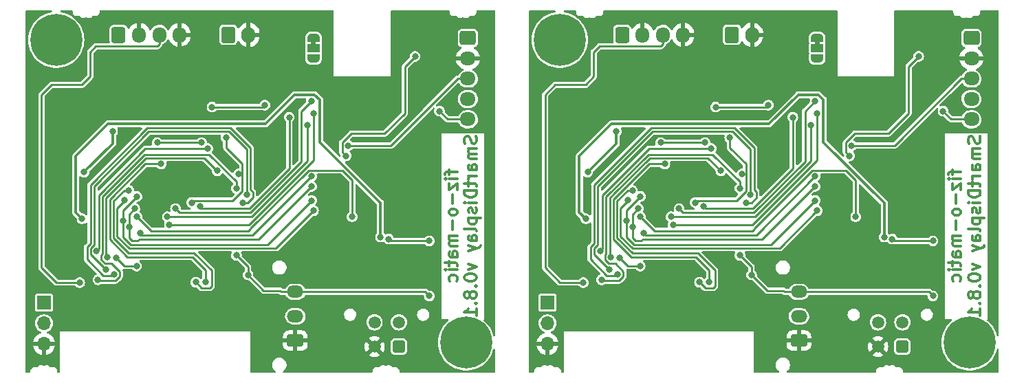
<source format=gbr>
%TF.GenerationSoftware,KiCad,Pcbnew,7.0.8*%
%TF.CreationDate,2023-12-11T19:12:45+01:00*%
%TF.ProjectId,SmartDisplay,536d6172-7444-4697-9370-6c61792e6b69,rev?*%
%TF.SameCoordinates,Original*%
%TF.FileFunction,Copper,L2,Bot*%
%TF.FilePolarity,Positive*%
%FSLAX46Y46*%
G04 Gerber Fmt 4.6, Leading zero omitted, Abs format (unit mm)*
G04 Created by KiCad (PCBNEW 7.0.8) date 2023-12-11 19:12:45*
%MOMM*%
%LPD*%
G01*
G04 APERTURE LIST*
G04 Aperture macros list*
%AMRoundRect*
0 Rectangle with rounded corners*
0 $1 Rounding radius*
0 $2 $3 $4 $5 $6 $7 $8 $9 X,Y pos of 4 corners*
0 Add a 4 corners polygon primitive as box body*
4,1,4,$2,$3,$4,$5,$6,$7,$8,$9,$2,$3,0*
0 Add four circle primitives for the rounded corners*
1,1,$1+$1,$2,$3*
1,1,$1+$1,$4,$5*
1,1,$1+$1,$6,$7*
1,1,$1+$1,$8,$9*
0 Add four rect primitives between the rounded corners*
20,1,$1+$1,$2,$3,$4,$5,0*
20,1,$1+$1,$4,$5,$6,$7,0*
20,1,$1+$1,$6,$7,$8,$9,0*
20,1,$1+$1,$8,$9,$2,$3,0*%
%AMFreePoly0*
4,1,19,0.550000,-0.750000,0.000000,-0.750000,0.000000,-0.744911,-0.071157,-0.744911,-0.207708,-0.704816,-0.327430,-0.627875,-0.420627,-0.520320,-0.479746,-0.390866,-0.500000,-0.250000,-0.500000,0.250000,-0.479746,0.390866,-0.420627,0.520320,-0.327430,0.627875,-0.207708,0.704816,-0.071157,0.744911,0.000000,0.744911,0.000000,0.750000,0.550000,0.750000,0.550000,-0.750000,0.550000,-0.750000,
$1*%
%AMFreePoly1*
4,1,19,0.000000,0.744911,0.071157,0.744911,0.207708,0.704816,0.327430,0.627875,0.420627,0.520320,0.479746,0.390866,0.500000,0.250000,0.500000,-0.250000,0.479746,-0.390866,0.420627,-0.520320,0.327430,-0.627875,0.207708,-0.704816,0.071157,-0.744911,0.000000,-0.744911,0.000000,-0.750000,-0.550000,-0.750000,-0.550000,0.750000,0.000000,0.750000,0.000000,0.744911,0.000000,0.744911,
$1*%
G04 Aperture macros list end*
%ADD10C,0.300000*%
%TA.AperFunction,NonConductor*%
%ADD11C,0.300000*%
%TD*%
%TA.AperFunction,ComponentPad*%
%ADD12RoundRect,0.250000X-0.600000X-0.725000X0.600000X-0.725000X0.600000X0.725000X-0.600000X0.725000X0*%
%TD*%
%TA.AperFunction,ComponentPad*%
%ADD13O,1.700000X1.950000*%
%TD*%
%TA.AperFunction,ComponentPad*%
%ADD14RoundRect,0.250000X0.760000X-0.500000X0.760000X0.500000X-0.760000X0.500000X-0.760000X-0.500000X0*%
%TD*%
%TA.AperFunction,ComponentPad*%
%ADD15O,2.020000X1.500000*%
%TD*%
%TA.AperFunction,ComponentPad*%
%ADD16RoundRect,0.250000X-0.725000X0.600000X-0.725000X-0.600000X0.725000X-0.600000X0.725000X0.600000X0*%
%TD*%
%TA.AperFunction,ComponentPad*%
%ADD17O,1.950000X1.700000*%
%TD*%
%TA.AperFunction,ComponentPad*%
%ADD18RoundRect,0.250000X0.500000X0.500000X-0.500000X0.500000X-0.500000X-0.500000X0.500000X-0.500000X0*%
%TD*%
%TA.AperFunction,ComponentPad*%
%ADD19C,1.500000*%
%TD*%
%TA.AperFunction,ComponentPad*%
%ADD20RoundRect,0.250000X-0.600000X-0.750000X0.600000X-0.750000X0.600000X0.750000X-0.600000X0.750000X0*%
%TD*%
%TA.AperFunction,ComponentPad*%
%ADD21O,1.700000X2.000000*%
%TD*%
%TA.AperFunction,ComponentPad*%
%ADD22C,0.800000*%
%TD*%
%TA.AperFunction,ComponentPad*%
%ADD23C,6.400000*%
%TD*%
%TA.AperFunction,ComponentPad*%
%ADD24R,1.700000X1.700000*%
%TD*%
%TA.AperFunction,ComponentPad*%
%ADD25O,1.700000X1.700000*%
%TD*%
%TA.AperFunction,SMDPad,CuDef*%
%ADD26FreePoly0,270.000000*%
%TD*%
%TA.AperFunction,SMDPad,CuDef*%
%ADD27R,1.500000X1.000000*%
%TD*%
%TA.AperFunction,SMDPad,CuDef*%
%ADD28FreePoly1,270.000000*%
%TD*%
%TA.AperFunction,ViaPad*%
%ADD29C,0.800000*%
%TD*%
%TA.AperFunction,Conductor*%
%ADD30C,0.250000*%
%TD*%
%TA.AperFunction,Conductor*%
%ADD31C,0.350000*%
%TD*%
G04 APERTURE END LIST*
D10*
D11*
X165670828Y-69327142D02*
X165670828Y-69898570D01*
X166670828Y-69541427D02*
X165385114Y-69541427D01*
X165385114Y-69541427D02*
X165242257Y-69612856D01*
X165242257Y-69612856D02*
X165170828Y-69755713D01*
X165170828Y-69755713D02*
X165170828Y-69898570D01*
X166670828Y-70398570D02*
X165670828Y-70398570D01*
X165170828Y-70398570D02*
X165242257Y-70327142D01*
X165242257Y-70327142D02*
X165313685Y-70398570D01*
X165313685Y-70398570D02*
X165242257Y-70469999D01*
X165242257Y-70469999D02*
X165170828Y-70398570D01*
X165170828Y-70398570D02*
X165313685Y-70398570D01*
X165670828Y-70969999D02*
X165670828Y-71755714D01*
X165670828Y-71755714D02*
X166670828Y-70969999D01*
X166670828Y-70969999D02*
X166670828Y-71755714D01*
X166099400Y-72327142D02*
X166099400Y-73470000D01*
X166670828Y-74398571D02*
X166599400Y-74255714D01*
X166599400Y-74255714D02*
X166527971Y-74184285D01*
X166527971Y-74184285D02*
X166385114Y-74112857D01*
X166385114Y-74112857D02*
X165956542Y-74112857D01*
X165956542Y-74112857D02*
X165813685Y-74184285D01*
X165813685Y-74184285D02*
X165742257Y-74255714D01*
X165742257Y-74255714D02*
X165670828Y-74398571D01*
X165670828Y-74398571D02*
X165670828Y-74612857D01*
X165670828Y-74612857D02*
X165742257Y-74755714D01*
X165742257Y-74755714D02*
X165813685Y-74827143D01*
X165813685Y-74827143D02*
X165956542Y-74898571D01*
X165956542Y-74898571D02*
X166385114Y-74898571D01*
X166385114Y-74898571D02*
X166527971Y-74827143D01*
X166527971Y-74827143D02*
X166599400Y-74755714D01*
X166599400Y-74755714D02*
X166670828Y-74612857D01*
X166670828Y-74612857D02*
X166670828Y-74398571D01*
X166099400Y-75541428D02*
X166099400Y-76684286D01*
X166670828Y-77398571D02*
X165670828Y-77398571D01*
X165813685Y-77398571D02*
X165742257Y-77470000D01*
X165742257Y-77470000D02*
X165670828Y-77612857D01*
X165670828Y-77612857D02*
X165670828Y-77827143D01*
X165670828Y-77827143D02*
X165742257Y-77970000D01*
X165742257Y-77970000D02*
X165885114Y-78041429D01*
X165885114Y-78041429D02*
X166670828Y-78041429D01*
X165885114Y-78041429D02*
X165742257Y-78112857D01*
X165742257Y-78112857D02*
X165670828Y-78255714D01*
X165670828Y-78255714D02*
X165670828Y-78470000D01*
X165670828Y-78470000D02*
X165742257Y-78612857D01*
X165742257Y-78612857D02*
X165885114Y-78684286D01*
X165885114Y-78684286D02*
X166670828Y-78684286D01*
X166670828Y-80041429D02*
X165885114Y-80041429D01*
X165885114Y-80041429D02*
X165742257Y-79970000D01*
X165742257Y-79970000D02*
X165670828Y-79827143D01*
X165670828Y-79827143D02*
X165670828Y-79541429D01*
X165670828Y-79541429D02*
X165742257Y-79398571D01*
X166599400Y-80041429D02*
X166670828Y-79898571D01*
X166670828Y-79898571D02*
X166670828Y-79541429D01*
X166670828Y-79541429D02*
X166599400Y-79398571D01*
X166599400Y-79398571D02*
X166456542Y-79327143D01*
X166456542Y-79327143D02*
X166313685Y-79327143D01*
X166313685Y-79327143D02*
X166170828Y-79398571D01*
X166170828Y-79398571D02*
X166099400Y-79541429D01*
X166099400Y-79541429D02*
X166099400Y-79898571D01*
X166099400Y-79898571D02*
X166027971Y-80041429D01*
X165670828Y-80541429D02*
X165670828Y-81112857D01*
X165170828Y-80755714D02*
X166456542Y-80755714D01*
X166456542Y-80755714D02*
X166599400Y-80827143D01*
X166599400Y-80827143D02*
X166670828Y-80970000D01*
X166670828Y-80970000D02*
X166670828Y-81112857D01*
X166670828Y-81612857D02*
X165670828Y-81612857D01*
X165170828Y-81612857D02*
X165242257Y-81541429D01*
X165242257Y-81541429D02*
X165313685Y-81612857D01*
X165313685Y-81612857D02*
X165242257Y-81684286D01*
X165242257Y-81684286D02*
X165170828Y-81612857D01*
X165170828Y-81612857D02*
X165313685Y-81612857D01*
X166599400Y-82970001D02*
X166670828Y-82827143D01*
X166670828Y-82827143D02*
X166670828Y-82541429D01*
X166670828Y-82541429D02*
X166599400Y-82398572D01*
X166599400Y-82398572D02*
X166527971Y-82327143D01*
X166527971Y-82327143D02*
X166385114Y-82255715D01*
X166385114Y-82255715D02*
X165956542Y-82255715D01*
X165956542Y-82255715D02*
X165813685Y-82327143D01*
X165813685Y-82327143D02*
X165742257Y-82398572D01*
X165742257Y-82398572D02*
X165670828Y-82541429D01*
X165670828Y-82541429D02*
X165670828Y-82827143D01*
X165670828Y-82827143D02*
X165742257Y-82970001D01*
X169014400Y-65184286D02*
X169085828Y-65398572D01*
X169085828Y-65398572D02*
X169085828Y-65755714D01*
X169085828Y-65755714D02*
X169014400Y-65898572D01*
X169014400Y-65898572D02*
X168942971Y-65970000D01*
X168942971Y-65970000D02*
X168800114Y-66041429D01*
X168800114Y-66041429D02*
X168657257Y-66041429D01*
X168657257Y-66041429D02*
X168514400Y-65970000D01*
X168514400Y-65970000D02*
X168442971Y-65898572D01*
X168442971Y-65898572D02*
X168371542Y-65755714D01*
X168371542Y-65755714D02*
X168300114Y-65470000D01*
X168300114Y-65470000D02*
X168228685Y-65327143D01*
X168228685Y-65327143D02*
X168157257Y-65255714D01*
X168157257Y-65255714D02*
X168014400Y-65184286D01*
X168014400Y-65184286D02*
X167871542Y-65184286D01*
X167871542Y-65184286D02*
X167728685Y-65255714D01*
X167728685Y-65255714D02*
X167657257Y-65327143D01*
X167657257Y-65327143D02*
X167585828Y-65470000D01*
X167585828Y-65470000D02*
X167585828Y-65827143D01*
X167585828Y-65827143D02*
X167657257Y-66041429D01*
X169085828Y-66684285D02*
X168085828Y-66684285D01*
X168228685Y-66684285D02*
X168157257Y-66755714D01*
X168157257Y-66755714D02*
X168085828Y-66898571D01*
X168085828Y-66898571D02*
X168085828Y-67112857D01*
X168085828Y-67112857D02*
X168157257Y-67255714D01*
X168157257Y-67255714D02*
X168300114Y-67327143D01*
X168300114Y-67327143D02*
X169085828Y-67327143D01*
X168300114Y-67327143D02*
X168157257Y-67398571D01*
X168157257Y-67398571D02*
X168085828Y-67541428D01*
X168085828Y-67541428D02*
X168085828Y-67755714D01*
X168085828Y-67755714D02*
X168157257Y-67898571D01*
X168157257Y-67898571D02*
X168300114Y-67970000D01*
X168300114Y-67970000D02*
X169085828Y-67970000D01*
X169085828Y-69327143D02*
X168300114Y-69327143D01*
X168300114Y-69327143D02*
X168157257Y-69255714D01*
X168157257Y-69255714D02*
X168085828Y-69112857D01*
X168085828Y-69112857D02*
X168085828Y-68827143D01*
X168085828Y-68827143D02*
X168157257Y-68684285D01*
X169014400Y-69327143D02*
X169085828Y-69184285D01*
X169085828Y-69184285D02*
X169085828Y-68827143D01*
X169085828Y-68827143D02*
X169014400Y-68684285D01*
X169014400Y-68684285D02*
X168871542Y-68612857D01*
X168871542Y-68612857D02*
X168728685Y-68612857D01*
X168728685Y-68612857D02*
X168585828Y-68684285D01*
X168585828Y-68684285D02*
X168514400Y-68827143D01*
X168514400Y-68827143D02*
X168514400Y-69184285D01*
X168514400Y-69184285D02*
X168442971Y-69327143D01*
X169085828Y-70041428D02*
X168085828Y-70041428D01*
X168371542Y-70041428D02*
X168228685Y-70112857D01*
X168228685Y-70112857D02*
X168157257Y-70184286D01*
X168157257Y-70184286D02*
X168085828Y-70327143D01*
X168085828Y-70327143D02*
X168085828Y-70470000D01*
X168085828Y-70755714D02*
X168085828Y-71327142D01*
X167585828Y-70969999D02*
X168871542Y-70969999D01*
X168871542Y-70969999D02*
X169014400Y-71041428D01*
X169014400Y-71041428D02*
X169085828Y-71184285D01*
X169085828Y-71184285D02*
X169085828Y-71327142D01*
X169085828Y-71827142D02*
X167585828Y-71827142D01*
X167585828Y-71827142D02*
X167585828Y-72184285D01*
X167585828Y-72184285D02*
X167657257Y-72398571D01*
X167657257Y-72398571D02*
X167800114Y-72541428D01*
X167800114Y-72541428D02*
X167942971Y-72612857D01*
X167942971Y-72612857D02*
X168228685Y-72684285D01*
X168228685Y-72684285D02*
X168442971Y-72684285D01*
X168442971Y-72684285D02*
X168728685Y-72612857D01*
X168728685Y-72612857D02*
X168871542Y-72541428D01*
X168871542Y-72541428D02*
X169014400Y-72398571D01*
X169014400Y-72398571D02*
X169085828Y-72184285D01*
X169085828Y-72184285D02*
X169085828Y-71827142D01*
X169085828Y-73327142D02*
X168085828Y-73327142D01*
X167585828Y-73327142D02*
X167657257Y-73255714D01*
X167657257Y-73255714D02*
X167728685Y-73327142D01*
X167728685Y-73327142D02*
X167657257Y-73398571D01*
X167657257Y-73398571D02*
X167585828Y-73327142D01*
X167585828Y-73327142D02*
X167728685Y-73327142D01*
X169014400Y-73970000D02*
X169085828Y-74112857D01*
X169085828Y-74112857D02*
X169085828Y-74398571D01*
X169085828Y-74398571D02*
X169014400Y-74541428D01*
X169014400Y-74541428D02*
X168871542Y-74612857D01*
X168871542Y-74612857D02*
X168800114Y-74612857D01*
X168800114Y-74612857D02*
X168657257Y-74541428D01*
X168657257Y-74541428D02*
X168585828Y-74398571D01*
X168585828Y-74398571D02*
X168585828Y-74184286D01*
X168585828Y-74184286D02*
X168514400Y-74041428D01*
X168514400Y-74041428D02*
X168371542Y-73970000D01*
X168371542Y-73970000D02*
X168300114Y-73970000D01*
X168300114Y-73970000D02*
X168157257Y-74041428D01*
X168157257Y-74041428D02*
X168085828Y-74184286D01*
X168085828Y-74184286D02*
X168085828Y-74398571D01*
X168085828Y-74398571D02*
X168157257Y-74541428D01*
X168085828Y-75255714D02*
X169585828Y-75255714D01*
X168157257Y-75255714D02*
X168085828Y-75398572D01*
X168085828Y-75398572D02*
X168085828Y-75684286D01*
X168085828Y-75684286D02*
X168157257Y-75827143D01*
X168157257Y-75827143D02*
X168228685Y-75898572D01*
X168228685Y-75898572D02*
X168371542Y-75970000D01*
X168371542Y-75970000D02*
X168800114Y-75970000D01*
X168800114Y-75970000D02*
X168942971Y-75898572D01*
X168942971Y-75898572D02*
X169014400Y-75827143D01*
X169014400Y-75827143D02*
X169085828Y-75684286D01*
X169085828Y-75684286D02*
X169085828Y-75398572D01*
X169085828Y-75398572D02*
X169014400Y-75255714D01*
X169085828Y-76827143D02*
X169014400Y-76684286D01*
X169014400Y-76684286D02*
X168871542Y-76612857D01*
X168871542Y-76612857D02*
X167585828Y-76612857D01*
X169085828Y-78041429D02*
X168300114Y-78041429D01*
X168300114Y-78041429D02*
X168157257Y-77970000D01*
X168157257Y-77970000D02*
X168085828Y-77827143D01*
X168085828Y-77827143D02*
X168085828Y-77541429D01*
X168085828Y-77541429D02*
X168157257Y-77398571D01*
X169014400Y-78041429D02*
X169085828Y-77898571D01*
X169085828Y-77898571D02*
X169085828Y-77541429D01*
X169085828Y-77541429D02*
X169014400Y-77398571D01*
X169014400Y-77398571D02*
X168871542Y-77327143D01*
X168871542Y-77327143D02*
X168728685Y-77327143D01*
X168728685Y-77327143D02*
X168585828Y-77398571D01*
X168585828Y-77398571D02*
X168514400Y-77541429D01*
X168514400Y-77541429D02*
X168514400Y-77898571D01*
X168514400Y-77898571D02*
X168442971Y-78041429D01*
X168085828Y-78612857D02*
X169085828Y-78970000D01*
X168085828Y-79327143D02*
X169085828Y-78970000D01*
X169085828Y-78970000D02*
X169442971Y-78827143D01*
X169442971Y-78827143D02*
X169514400Y-78755714D01*
X169514400Y-78755714D02*
X169585828Y-78612857D01*
X168085828Y-80898571D02*
X169085828Y-81255714D01*
X169085828Y-81255714D02*
X168085828Y-81612857D01*
X167585828Y-82470000D02*
X167585828Y-82612857D01*
X167585828Y-82612857D02*
X167657257Y-82755714D01*
X167657257Y-82755714D02*
X167728685Y-82827143D01*
X167728685Y-82827143D02*
X167871542Y-82898571D01*
X167871542Y-82898571D02*
X168157257Y-82970000D01*
X168157257Y-82970000D02*
X168514400Y-82970000D01*
X168514400Y-82970000D02*
X168800114Y-82898571D01*
X168800114Y-82898571D02*
X168942971Y-82827143D01*
X168942971Y-82827143D02*
X169014400Y-82755714D01*
X169014400Y-82755714D02*
X169085828Y-82612857D01*
X169085828Y-82612857D02*
X169085828Y-82470000D01*
X169085828Y-82470000D02*
X169014400Y-82327143D01*
X169014400Y-82327143D02*
X168942971Y-82255714D01*
X168942971Y-82255714D02*
X168800114Y-82184285D01*
X168800114Y-82184285D02*
X168514400Y-82112857D01*
X168514400Y-82112857D02*
X168157257Y-82112857D01*
X168157257Y-82112857D02*
X167871542Y-82184285D01*
X167871542Y-82184285D02*
X167728685Y-82255714D01*
X167728685Y-82255714D02*
X167657257Y-82327143D01*
X167657257Y-82327143D02*
X167585828Y-82470000D01*
X168942971Y-83612856D02*
X169014400Y-83684285D01*
X169014400Y-83684285D02*
X169085828Y-83612856D01*
X169085828Y-83612856D02*
X169014400Y-83541428D01*
X169014400Y-83541428D02*
X168942971Y-83612856D01*
X168942971Y-83612856D02*
X169085828Y-83612856D01*
X168228685Y-84541428D02*
X168157257Y-84398571D01*
X168157257Y-84398571D02*
X168085828Y-84327142D01*
X168085828Y-84327142D02*
X167942971Y-84255714D01*
X167942971Y-84255714D02*
X167871542Y-84255714D01*
X167871542Y-84255714D02*
X167728685Y-84327142D01*
X167728685Y-84327142D02*
X167657257Y-84398571D01*
X167657257Y-84398571D02*
X167585828Y-84541428D01*
X167585828Y-84541428D02*
X167585828Y-84827142D01*
X167585828Y-84827142D02*
X167657257Y-84970000D01*
X167657257Y-84970000D02*
X167728685Y-85041428D01*
X167728685Y-85041428D02*
X167871542Y-85112857D01*
X167871542Y-85112857D02*
X167942971Y-85112857D01*
X167942971Y-85112857D02*
X168085828Y-85041428D01*
X168085828Y-85041428D02*
X168157257Y-84970000D01*
X168157257Y-84970000D02*
X168228685Y-84827142D01*
X168228685Y-84827142D02*
X168228685Y-84541428D01*
X168228685Y-84541428D02*
X168300114Y-84398571D01*
X168300114Y-84398571D02*
X168371542Y-84327142D01*
X168371542Y-84327142D02*
X168514400Y-84255714D01*
X168514400Y-84255714D02*
X168800114Y-84255714D01*
X168800114Y-84255714D02*
X168942971Y-84327142D01*
X168942971Y-84327142D02*
X169014400Y-84398571D01*
X169014400Y-84398571D02*
X169085828Y-84541428D01*
X169085828Y-84541428D02*
X169085828Y-84827142D01*
X169085828Y-84827142D02*
X169014400Y-84970000D01*
X169014400Y-84970000D02*
X168942971Y-85041428D01*
X168942971Y-85041428D02*
X168800114Y-85112857D01*
X168800114Y-85112857D02*
X168514400Y-85112857D01*
X168514400Y-85112857D02*
X168371542Y-85041428D01*
X168371542Y-85041428D02*
X168300114Y-84970000D01*
X168300114Y-84970000D02*
X168228685Y-84827142D01*
X168942971Y-85755713D02*
X169014400Y-85827142D01*
X169014400Y-85827142D02*
X169085828Y-85755713D01*
X169085828Y-85755713D02*
X169014400Y-85684285D01*
X169014400Y-85684285D02*
X168942971Y-85755713D01*
X168942971Y-85755713D02*
X169085828Y-85755713D01*
X169085828Y-87255714D02*
X169085828Y-86398571D01*
X169085828Y-86827142D02*
X167585828Y-86827142D01*
X167585828Y-86827142D02*
X167800114Y-86684285D01*
X167800114Y-86684285D02*
X167942971Y-86541428D01*
X167942971Y-86541428D02*
X168014400Y-86398571D01*
D10*
D11*
X103670828Y-69327142D02*
X103670828Y-69898570D01*
X104670828Y-69541427D02*
X103385114Y-69541427D01*
X103385114Y-69541427D02*
X103242257Y-69612856D01*
X103242257Y-69612856D02*
X103170828Y-69755713D01*
X103170828Y-69755713D02*
X103170828Y-69898570D01*
X104670828Y-70398570D02*
X103670828Y-70398570D01*
X103170828Y-70398570D02*
X103242257Y-70327142D01*
X103242257Y-70327142D02*
X103313685Y-70398570D01*
X103313685Y-70398570D02*
X103242257Y-70469999D01*
X103242257Y-70469999D02*
X103170828Y-70398570D01*
X103170828Y-70398570D02*
X103313685Y-70398570D01*
X103670828Y-70969999D02*
X103670828Y-71755714D01*
X103670828Y-71755714D02*
X104670828Y-70969999D01*
X104670828Y-70969999D02*
X104670828Y-71755714D01*
X104099400Y-72327142D02*
X104099400Y-73470000D01*
X104670828Y-74398571D02*
X104599400Y-74255714D01*
X104599400Y-74255714D02*
X104527971Y-74184285D01*
X104527971Y-74184285D02*
X104385114Y-74112857D01*
X104385114Y-74112857D02*
X103956542Y-74112857D01*
X103956542Y-74112857D02*
X103813685Y-74184285D01*
X103813685Y-74184285D02*
X103742257Y-74255714D01*
X103742257Y-74255714D02*
X103670828Y-74398571D01*
X103670828Y-74398571D02*
X103670828Y-74612857D01*
X103670828Y-74612857D02*
X103742257Y-74755714D01*
X103742257Y-74755714D02*
X103813685Y-74827143D01*
X103813685Y-74827143D02*
X103956542Y-74898571D01*
X103956542Y-74898571D02*
X104385114Y-74898571D01*
X104385114Y-74898571D02*
X104527971Y-74827143D01*
X104527971Y-74827143D02*
X104599400Y-74755714D01*
X104599400Y-74755714D02*
X104670828Y-74612857D01*
X104670828Y-74612857D02*
X104670828Y-74398571D01*
X104099400Y-75541428D02*
X104099400Y-76684286D01*
X104670828Y-77398571D02*
X103670828Y-77398571D01*
X103813685Y-77398571D02*
X103742257Y-77470000D01*
X103742257Y-77470000D02*
X103670828Y-77612857D01*
X103670828Y-77612857D02*
X103670828Y-77827143D01*
X103670828Y-77827143D02*
X103742257Y-77970000D01*
X103742257Y-77970000D02*
X103885114Y-78041429D01*
X103885114Y-78041429D02*
X104670828Y-78041429D01*
X103885114Y-78041429D02*
X103742257Y-78112857D01*
X103742257Y-78112857D02*
X103670828Y-78255714D01*
X103670828Y-78255714D02*
X103670828Y-78470000D01*
X103670828Y-78470000D02*
X103742257Y-78612857D01*
X103742257Y-78612857D02*
X103885114Y-78684286D01*
X103885114Y-78684286D02*
X104670828Y-78684286D01*
X104670828Y-80041429D02*
X103885114Y-80041429D01*
X103885114Y-80041429D02*
X103742257Y-79970000D01*
X103742257Y-79970000D02*
X103670828Y-79827143D01*
X103670828Y-79827143D02*
X103670828Y-79541429D01*
X103670828Y-79541429D02*
X103742257Y-79398571D01*
X104599400Y-80041429D02*
X104670828Y-79898571D01*
X104670828Y-79898571D02*
X104670828Y-79541429D01*
X104670828Y-79541429D02*
X104599400Y-79398571D01*
X104599400Y-79398571D02*
X104456542Y-79327143D01*
X104456542Y-79327143D02*
X104313685Y-79327143D01*
X104313685Y-79327143D02*
X104170828Y-79398571D01*
X104170828Y-79398571D02*
X104099400Y-79541429D01*
X104099400Y-79541429D02*
X104099400Y-79898571D01*
X104099400Y-79898571D02*
X104027971Y-80041429D01*
X103670828Y-80541429D02*
X103670828Y-81112857D01*
X103170828Y-80755714D02*
X104456542Y-80755714D01*
X104456542Y-80755714D02*
X104599400Y-80827143D01*
X104599400Y-80827143D02*
X104670828Y-80970000D01*
X104670828Y-80970000D02*
X104670828Y-81112857D01*
X104670828Y-81612857D02*
X103670828Y-81612857D01*
X103170828Y-81612857D02*
X103242257Y-81541429D01*
X103242257Y-81541429D02*
X103313685Y-81612857D01*
X103313685Y-81612857D02*
X103242257Y-81684286D01*
X103242257Y-81684286D02*
X103170828Y-81612857D01*
X103170828Y-81612857D02*
X103313685Y-81612857D01*
X104599400Y-82970001D02*
X104670828Y-82827143D01*
X104670828Y-82827143D02*
X104670828Y-82541429D01*
X104670828Y-82541429D02*
X104599400Y-82398572D01*
X104599400Y-82398572D02*
X104527971Y-82327143D01*
X104527971Y-82327143D02*
X104385114Y-82255715D01*
X104385114Y-82255715D02*
X103956542Y-82255715D01*
X103956542Y-82255715D02*
X103813685Y-82327143D01*
X103813685Y-82327143D02*
X103742257Y-82398572D01*
X103742257Y-82398572D02*
X103670828Y-82541429D01*
X103670828Y-82541429D02*
X103670828Y-82827143D01*
X103670828Y-82827143D02*
X103742257Y-82970001D01*
X107014400Y-65184286D02*
X107085828Y-65398572D01*
X107085828Y-65398572D02*
X107085828Y-65755714D01*
X107085828Y-65755714D02*
X107014400Y-65898572D01*
X107014400Y-65898572D02*
X106942971Y-65970000D01*
X106942971Y-65970000D02*
X106800114Y-66041429D01*
X106800114Y-66041429D02*
X106657257Y-66041429D01*
X106657257Y-66041429D02*
X106514400Y-65970000D01*
X106514400Y-65970000D02*
X106442971Y-65898572D01*
X106442971Y-65898572D02*
X106371542Y-65755714D01*
X106371542Y-65755714D02*
X106300114Y-65470000D01*
X106300114Y-65470000D02*
X106228685Y-65327143D01*
X106228685Y-65327143D02*
X106157257Y-65255714D01*
X106157257Y-65255714D02*
X106014400Y-65184286D01*
X106014400Y-65184286D02*
X105871542Y-65184286D01*
X105871542Y-65184286D02*
X105728685Y-65255714D01*
X105728685Y-65255714D02*
X105657257Y-65327143D01*
X105657257Y-65327143D02*
X105585828Y-65470000D01*
X105585828Y-65470000D02*
X105585828Y-65827143D01*
X105585828Y-65827143D02*
X105657257Y-66041429D01*
X107085828Y-66684285D02*
X106085828Y-66684285D01*
X106228685Y-66684285D02*
X106157257Y-66755714D01*
X106157257Y-66755714D02*
X106085828Y-66898571D01*
X106085828Y-66898571D02*
X106085828Y-67112857D01*
X106085828Y-67112857D02*
X106157257Y-67255714D01*
X106157257Y-67255714D02*
X106300114Y-67327143D01*
X106300114Y-67327143D02*
X107085828Y-67327143D01*
X106300114Y-67327143D02*
X106157257Y-67398571D01*
X106157257Y-67398571D02*
X106085828Y-67541428D01*
X106085828Y-67541428D02*
X106085828Y-67755714D01*
X106085828Y-67755714D02*
X106157257Y-67898571D01*
X106157257Y-67898571D02*
X106300114Y-67970000D01*
X106300114Y-67970000D02*
X107085828Y-67970000D01*
X107085828Y-69327143D02*
X106300114Y-69327143D01*
X106300114Y-69327143D02*
X106157257Y-69255714D01*
X106157257Y-69255714D02*
X106085828Y-69112857D01*
X106085828Y-69112857D02*
X106085828Y-68827143D01*
X106085828Y-68827143D02*
X106157257Y-68684285D01*
X107014400Y-69327143D02*
X107085828Y-69184285D01*
X107085828Y-69184285D02*
X107085828Y-68827143D01*
X107085828Y-68827143D02*
X107014400Y-68684285D01*
X107014400Y-68684285D02*
X106871542Y-68612857D01*
X106871542Y-68612857D02*
X106728685Y-68612857D01*
X106728685Y-68612857D02*
X106585828Y-68684285D01*
X106585828Y-68684285D02*
X106514400Y-68827143D01*
X106514400Y-68827143D02*
X106514400Y-69184285D01*
X106514400Y-69184285D02*
X106442971Y-69327143D01*
X107085828Y-70041428D02*
X106085828Y-70041428D01*
X106371542Y-70041428D02*
X106228685Y-70112857D01*
X106228685Y-70112857D02*
X106157257Y-70184286D01*
X106157257Y-70184286D02*
X106085828Y-70327143D01*
X106085828Y-70327143D02*
X106085828Y-70470000D01*
X106085828Y-70755714D02*
X106085828Y-71327142D01*
X105585828Y-70969999D02*
X106871542Y-70969999D01*
X106871542Y-70969999D02*
X107014400Y-71041428D01*
X107014400Y-71041428D02*
X107085828Y-71184285D01*
X107085828Y-71184285D02*
X107085828Y-71327142D01*
X107085828Y-71827142D02*
X105585828Y-71827142D01*
X105585828Y-71827142D02*
X105585828Y-72184285D01*
X105585828Y-72184285D02*
X105657257Y-72398571D01*
X105657257Y-72398571D02*
X105800114Y-72541428D01*
X105800114Y-72541428D02*
X105942971Y-72612857D01*
X105942971Y-72612857D02*
X106228685Y-72684285D01*
X106228685Y-72684285D02*
X106442971Y-72684285D01*
X106442971Y-72684285D02*
X106728685Y-72612857D01*
X106728685Y-72612857D02*
X106871542Y-72541428D01*
X106871542Y-72541428D02*
X107014400Y-72398571D01*
X107014400Y-72398571D02*
X107085828Y-72184285D01*
X107085828Y-72184285D02*
X107085828Y-71827142D01*
X107085828Y-73327142D02*
X106085828Y-73327142D01*
X105585828Y-73327142D02*
X105657257Y-73255714D01*
X105657257Y-73255714D02*
X105728685Y-73327142D01*
X105728685Y-73327142D02*
X105657257Y-73398571D01*
X105657257Y-73398571D02*
X105585828Y-73327142D01*
X105585828Y-73327142D02*
X105728685Y-73327142D01*
X107014400Y-73970000D02*
X107085828Y-74112857D01*
X107085828Y-74112857D02*
X107085828Y-74398571D01*
X107085828Y-74398571D02*
X107014400Y-74541428D01*
X107014400Y-74541428D02*
X106871542Y-74612857D01*
X106871542Y-74612857D02*
X106800114Y-74612857D01*
X106800114Y-74612857D02*
X106657257Y-74541428D01*
X106657257Y-74541428D02*
X106585828Y-74398571D01*
X106585828Y-74398571D02*
X106585828Y-74184286D01*
X106585828Y-74184286D02*
X106514400Y-74041428D01*
X106514400Y-74041428D02*
X106371542Y-73970000D01*
X106371542Y-73970000D02*
X106300114Y-73970000D01*
X106300114Y-73970000D02*
X106157257Y-74041428D01*
X106157257Y-74041428D02*
X106085828Y-74184286D01*
X106085828Y-74184286D02*
X106085828Y-74398571D01*
X106085828Y-74398571D02*
X106157257Y-74541428D01*
X106085828Y-75255714D02*
X107585828Y-75255714D01*
X106157257Y-75255714D02*
X106085828Y-75398572D01*
X106085828Y-75398572D02*
X106085828Y-75684286D01*
X106085828Y-75684286D02*
X106157257Y-75827143D01*
X106157257Y-75827143D02*
X106228685Y-75898572D01*
X106228685Y-75898572D02*
X106371542Y-75970000D01*
X106371542Y-75970000D02*
X106800114Y-75970000D01*
X106800114Y-75970000D02*
X106942971Y-75898572D01*
X106942971Y-75898572D02*
X107014400Y-75827143D01*
X107014400Y-75827143D02*
X107085828Y-75684286D01*
X107085828Y-75684286D02*
X107085828Y-75398572D01*
X107085828Y-75398572D02*
X107014400Y-75255714D01*
X107085828Y-76827143D02*
X107014400Y-76684286D01*
X107014400Y-76684286D02*
X106871542Y-76612857D01*
X106871542Y-76612857D02*
X105585828Y-76612857D01*
X107085828Y-78041429D02*
X106300114Y-78041429D01*
X106300114Y-78041429D02*
X106157257Y-77970000D01*
X106157257Y-77970000D02*
X106085828Y-77827143D01*
X106085828Y-77827143D02*
X106085828Y-77541429D01*
X106085828Y-77541429D02*
X106157257Y-77398571D01*
X107014400Y-78041429D02*
X107085828Y-77898571D01*
X107085828Y-77898571D02*
X107085828Y-77541429D01*
X107085828Y-77541429D02*
X107014400Y-77398571D01*
X107014400Y-77398571D02*
X106871542Y-77327143D01*
X106871542Y-77327143D02*
X106728685Y-77327143D01*
X106728685Y-77327143D02*
X106585828Y-77398571D01*
X106585828Y-77398571D02*
X106514400Y-77541429D01*
X106514400Y-77541429D02*
X106514400Y-77898571D01*
X106514400Y-77898571D02*
X106442971Y-78041429D01*
X106085828Y-78612857D02*
X107085828Y-78970000D01*
X106085828Y-79327143D02*
X107085828Y-78970000D01*
X107085828Y-78970000D02*
X107442971Y-78827143D01*
X107442971Y-78827143D02*
X107514400Y-78755714D01*
X107514400Y-78755714D02*
X107585828Y-78612857D01*
X106085828Y-80898571D02*
X107085828Y-81255714D01*
X107085828Y-81255714D02*
X106085828Y-81612857D01*
X105585828Y-82470000D02*
X105585828Y-82612857D01*
X105585828Y-82612857D02*
X105657257Y-82755714D01*
X105657257Y-82755714D02*
X105728685Y-82827143D01*
X105728685Y-82827143D02*
X105871542Y-82898571D01*
X105871542Y-82898571D02*
X106157257Y-82970000D01*
X106157257Y-82970000D02*
X106514400Y-82970000D01*
X106514400Y-82970000D02*
X106800114Y-82898571D01*
X106800114Y-82898571D02*
X106942971Y-82827143D01*
X106942971Y-82827143D02*
X107014400Y-82755714D01*
X107014400Y-82755714D02*
X107085828Y-82612857D01*
X107085828Y-82612857D02*
X107085828Y-82470000D01*
X107085828Y-82470000D02*
X107014400Y-82327143D01*
X107014400Y-82327143D02*
X106942971Y-82255714D01*
X106942971Y-82255714D02*
X106800114Y-82184285D01*
X106800114Y-82184285D02*
X106514400Y-82112857D01*
X106514400Y-82112857D02*
X106157257Y-82112857D01*
X106157257Y-82112857D02*
X105871542Y-82184285D01*
X105871542Y-82184285D02*
X105728685Y-82255714D01*
X105728685Y-82255714D02*
X105657257Y-82327143D01*
X105657257Y-82327143D02*
X105585828Y-82470000D01*
X106942971Y-83612856D02*
X107014400Y-83684285D01*
X107014400Y-83684285D02*
X107085828Y-83612856D01*
X107085828Y-83612856D02*
X107014400Y-83541428D01*
X107014400Y-83541428D02*
X106942971Y-83612856D01*
X106942971Y-83612856D02*
X107085828Y-83612856D01*
X106228685Y-84541428D02*
X106157257Y-84398571D01*
X106157257Y-84398571D02*
X106085828Y-84327142D01*
X106085828Y-84327142D02*
X105942971Y-84255714D01*
X105942971Y-84255714D02*
X105871542Y-84255714D01*
X105871542Y-84255714D02*
X105728685Y-84327142D01*
X105728685Y-84327142D02*
X105657257Y-84398571D01*
X105657257Y-84398571D02*
X105585828Y-84541428D01*
X105585828Y-84541428D02*
X105585828Y-84827142D01*
X105585828Y-84827142D02*
X105657257Y-84970000D01*
X105657257Y-84970000D02*
X105728685Y-85041428D01*
X105728685Y-85041428D02*
X105871542Y-85112857D01*
X105871542Y-85112857D02*
X105942971Y-85112857D01*
X105942971Y-85112857D02*
X106085828Y-85041428D01*
X106085828Y-85041428D02*
X106157257Y-84970000D01*
X106157257Y-84970000D02*
X106228685Y-84827142D01*
X106228685Y-84827142D02*
X106228685Y-84541428D01*
X106228685Y-84541428D02*
X106300114Y-84398571D01*
X106300114Y-84398571D02*
X106371542Y-84327142D01*
X106371542Y-84327142D02*
X106514400Y-84255714D01*
X106514400Y-84255714D02*
X106800114Y-84255714D01*
X106800114Y-84255714D02*
X106942971Y-84327142D01*
X106942971Y-84327142D02*
X107014400Y-84398571D01*
X107014400Y-84398571D02*
X107085828Y-84541428D01*
X107085828Y-84541428D02*
X107085828Y-84827142D01*
X107085828Y-84827142D02*
X107014400Y-84970000D01*
X107014400Y-84970000D02*
X106942971Y-85041428D01*
X106942971Y-85041428D02*
X106800114Y-85112857D01*
X106800114Y-85112857D02*
X106514400Y-85112857D01*
X106514400Y-85112857D02*
X106371542Y-85041428D01*
X106371542Y-85041428D02*
X106300114Y-84970000D01*
X106300114Y-84970000D02*
X106228685Y-84827142D01*
X106942971Y-85755713D02*
X107014400Y-85827142D01*
X107014400Y-85827142D02*
X107085828Y-85755713D01*
X107085828Y-85755713D02*
X107014400Y-85684285D01*
X107014400Y-85684285D02*
X106942971Y-85755713D01*
X106942971Y-85755713D02*
X107085828Y-85755713D01*
X107085828Y-87255714D02*
X107085828Y-86398571D01*
X107085828Y-86827142D02*
X105585828Y-86827142D01*
X105585828Y-86827142D02*
X105800114Y-86684285D01*
X105800114Y-86684285D02*
X105942971Y-86541428D01*
X105942971Y-86541428D02*
X106014400Y-86398571D01*
%TA.AperFunction,EtchedComponent*%
%TO.C,JP5*%
G36*
X149300000Y-53920000D02*
G01*
X148700000Y-53920000D01*
X148700000Y-53420000D01*
X149300000Y-53420000D01*
X149300000Y-53920000D01*
G37*
%TD.AperFunction*%
%TA.AperFunction,EtchedComponent*%
%TO.C,JP3*%
G36*
X87300000Y-53920000D02*
G01*
X86700000Y-53920000D01*
X86700000Y-53420000D01*
X87300000Y-53420000D01*
X87300000Y-53920000D01*
G37*
%TD.AperFunction*%
%TD*%
D12*
%TO.P,J12,1,Pin_1*%
%TO.N,+12V*%
X125000000Y-52664000D03*
D13*
%TO.P,J12,2,Pin_2*%
%TO.N,GND*%
X127500000Y-52664000D03*
%TO.P,J12,3,Pin_3*%
%TO.N,INSTR.BEL*%
X130000000Y-52664000D03*
%TO.P,J12,4,Pin_4*%
%TO.N,GND*%
X132500000Y-52664000D03*
%TD*%
D14*
%TO.P,J15,1,Pin_1*%
%TO.N,GND*%
X146750000Y-90320000D03*
D15*
%TO.P,J15,2,Pin_2*%
%TO.N,1WIRE*%
X146750000Y-87320000D03*
%TO.P,J15,3,Pin_3*%
%TO.N,+3V3*%
X146750000Y-84320000D03*
%TD*%
D16*
%TO.P,J14,1,Pin_1*%
%TO.N,+3V3*%
X168000000Y-53070000D03*
D17*
%TO.P,J14,2,Pin_2*%
%TO.N,GND*%
X168000000Y-55570000D03*
%TO.P,J14,3,Pin_3*%
%TO.N,RXD*%
X168000000Y-58070000D03*
%TO.P,J14,4,Pin_4*%
%TO.N,TXD*%
X168000000Y-60570000D03*
%TO.P,J14,5,Pin_5*%
%TO.N,Net-(J6-Pin_5)*%
X168000000Y-63070000D03*
%TD*%
D18*
%TO.P,J7,1,Pin_1*%
%TO.N,+5V*%
X159500000Y-91070000D03*
D19*
%TO.P,J7,2,Pin_2*%
%TO.N,GND*%
X156500000Y-91070000D03*
%TO.P,J7,3,Pin_3*%
%TO.N,CANL*%
X159500000Y-88070000D03*
%TO.P,J7,4,Pin_4*%
%TO.N,CANH*%
X156500000Y-88070000D03*
%TD*%
D20*
%TO.P,J10,1,Pin_1*%
%TO.N,Net-(J2-Pin_1)*%
X138500000Y-52664000D03*
D21*
%TO.P,J10,2,Pin_2*%
%TO.N,GND*%
X141000000Y-52664000D03*
%TD*%
D22*
%TO.P,H4,1,1*%
%TO.N,unconnected-(H2-Pad1)*%
X165375056Y-90556056D03*
X166078000Y-88859000D03*
X166078000Y-92253112D03*
X167775056Y-88156056D03*
D23*
X167775056Y-90556056D03*
D22*
X167775056Y-92956056D03*
X169472112Y-88859000D03*
X169472112Y-92253112D03*
X170175056Y-90556056D03*
%TD*%
%TO.P,H3,1,1*%
%TO.N,unconnected-(H1-Pad1)*%
X114910000Y-53299000D03*
X115612944Y-51601944D03*
X115612944Y-54996056D03*
X117310000Y-50899000D03*
D23*
X117310000Y-53299000D03*
D22*
X117310000Y-55699000D03*
X119007056Y-51601944D03*
X119007056Y-54996056D03*
X119710000Y-53299000D03*
%TD*%
D24*
%TO.P,J13,1,Pin_1*%
%TO.N,+3V3*%
X115810000Y-85650000D03*
D25*
%TO.P,J13,2,Pin_2*%
%TO.N,UPDI*%
X115810000Y-88190000D03*
%TO.P,J13,3,Pin_3*%
%TO.N,GND*%
X115810000Y-90730000D03*
%TD*%
D26*
%TO.P,JP5,1,1*%
%TO.N,Net-(U5-RF_OUT)*%
X149000000Y-53020000D03*
D27*
%TO.P,JP5,2,2*%
%TO.N,Net-(U5-RF_IN)*%
X149000000Y-54320000D03*
D28*
%TO.P,JP5,3,3*%
%TO.N,Net-(X1-SIGNAL)*%
X149000000Y-55620000D03*
%TD*%
D22*
%TO.P,H1,1,1*%
%TO.N,unconnected-(H1-Pad1)*%
X52910000Y-53299000D03*
X53612944Y-51601944D03*
X53612944Y-54996056D03*
X55310000Y-50899000D03*
D23*
X55310000Y-53299000D03*
D22*
X55310000Y-55699000D03*
X57007056Y-51601944D03*
X57007056Y-54996056D03*
X57710000Y-53299000D03*
%TD*%
%TO.P,H2,1,1*%
%TO.N,unconnected-(H2-Pad1)*%
X103375056Y-90556056D03*
X104078000Y-88859000D03*
X104078000Y-92253112D03*
X105775056Y-88156056D03*
D23*
X105775056Y-90556056D03*
D22*
X105775056Y-92956056D03*
X107472112Y-88859000D03*
X107472112Y-92253112D03*
X108175056Y-90556056D03*
%TD*%
D20*
%TO.P,J2,1,Pin_1*%
%TO.N,Net-(J2-Pin_1)*%
X76500000Y-52664000D03*
D21*
%TO.P,J2,2,Pin_2*%
%TO.N,GND*%
X79000000Y-52664000D03*
%TD*%
D16*
%TO.P,J6,1,Pin_1*%
%TO.N,+3V3*%
X106000000Y-53070000D03*
D17*
%TO.P,J6,2,Pin_2*%
%TO.N,GND*%
X106000000Y-55570000D03*
%TO.P,J6,3,Pin_3*%
%TO.N,RXD*%
X106000000Y-58070000D03*
%TO.P,J6,4,Pin_4*%
%TO.N,TXD*%
X106000000Y-60570000D03*
%TO.P,J6,5,Pin_5*%
%TO.N,Net-(J6-Pin_5)*%
X106000000Y-63070000D03*
%TD*%
D18*
%TO.P,J1,1,Pin_1*%
%TO.N,+5V*%
X97500000Y-91070000D03*
D19*
%TO.P,J1,2,Pin_2*%
%TO.N,GND*%
X94500000Y-91070000D03*
%TO.P,J1,3,Pin_3*%
%TO.N,CANL*%
X97500000Y-88070000D03*
%TO.P,J1,4,Pin_4*%
%TO.N,CANH*%
X94500000Y-88070000D03*
%TD*%
D14*
%TO.P,J8,1,Pin_1*%
%TO.N,GND*%
X84750000Y-90320000D03*
D15*
%TO.P,J8,2,Pin_2*%
%TO.N,1WIRE*%
X84750000Y-87320000D03*
%TO.P,J8,3,Pin_3*%
%TO.N,+3V3*%
X84750000Y-84320000D03*
%TD*%
D12*
%TO.P,J4,1,Pin_1*%
%TO.N,+12V*%
X63000000Y-52664000D03*
D13*
%TO.P,J4,2,Pin_2*%
%TO.N,GND*%
X65500000Y-52664000D03*
%TO.P,J4,3,Pin_3*%
%TO.N,INSTR.BEL*%
X68000000Y-52664000D03*
%TO.P,J4,4,Pin_4*%
%TO.N,GND*%
X70500000Y-52664000D03*
%TD*%
D24*
%TO.P,J5,1,Pin_1*%
%TO.N,+3V3*%
X53810000Y-85650000D03*
D25*
%TO.P,J5,2,Pin_2*%
%TO.N,UPDI*%
X53810000Y-88190000D03*
%TO.P,J5,3,Pin_3*%
%TO.N,GND*%
X53810000Y-90730000D03*
%TD*%
D26*
%TO.P,JP3,1,1*%
%TO.N,Net-(U5-RF_OUT)*%
X87000000Y-53020000D03*
D27*
%TO.P,JP3,2,2*%
%TO.N,Net-(U5-RF_IN)*%
X87000000Y-54320000D03*
D28*
%TO.P,JP3,3,3*%
%TO.N,Net-(X1-SIGNAL)*%
X87000000Y-55620000D03*
%TD*%
D29*
%TO.N,SCK*%
X127000000Y-74070000D03*
%TO.N,GND*%
X159000000Y-85820000D03*
X121510000Y-61430000D03*
%TO.N,SCK*%
X148750000Y-71320000D03*
%TO.N,GND*%
X128800000Y-70420000D03*
X126500000Y-62070000D03*
X120750000Y-70820000D03*
%TO.N,SCK*%
X126274999Y-76344999D03*
%TO.N,MOSI*%
X127250000Y-72570000D03*
%TO.N,D22*%
X124410000Y-82130000D03*
X140250000Y-73320000D03*
%TO.N,INSTR.BEL*%
X120210000Y-83180000D03*
%TO.N,Net-(D5-K)*%
X120750000Y-69570000D03*
X124255933Y-64561972D03*
%TO.N,Net-(J6-Pin_5)*%
X164500000Y-62070000D03*
%TO.N,KEY*%
X135000000Y-73820000D03*
X146000000Y-62820000D03*
%TO.N,SDA*%
X130250000Y-68570000D03*
X135710000Y-83130000D03*
%TO.N,SCL*%
X126250000Y-71820000D03*
X134510000Y-83130000D03*
%TO.N,TXD*%
X153250000Y-66295000D03*
%TO.N,RESET*%
X153000000Y-67570000D03*
X161500000Y-55320000D03*
%TO.N,+5V*%
X120500000Y-75320000D03*
X157250000Y-77570000D03*
%TO.N,MISO*%
X124685500Y-80130000D03*
X149000000Y-74320000D03*
X127210000Y-81130000D03*
X125737347Y-73057347D03*
%TO.N,GND*%
X162000000Y-75820000D03*
X137750000Y-70570000D03*
%TO.N,A4*%
X138250000Y-65320000D03*
X139750000Y-69820000D03*
%TO.N,Net-(U2-RXD)*%
X158250000Y-77820000D03*
X163250000Y-78045000D03*
%TO.N,GPS_RESET*%
X132000000Y-74070000D03*
X148750000Y-60820000D03*
%TO.N,GPS_TXD*%
X149000000Y-62320000D03*
X131250000Y-76070000D03*
%TO.N,GPS_RXD*%
X131000000Y-75070000D03*
X148250000Y-63820000D03*
%TO.N,Net-(X1-SIGNAL)*%
X149000000Y-55620000D03*
%TO.N,Net-(U5-RF_IN)*%
X149000000Y-54320000D03*
%TO.N,+3V3*%
X135200245Y-65944989D03*
X139500000Y-79820000D03*
X140932000Y-82230000D03*
X163250000Y-84820000D03*
X129750000Y-65944989D03*
X136500000Y-61570000D03*
X143000000Y-61320000D03*
%TO.N,Net-(U5-RF_OUT)*%
X149125002Y-53020000D03*
%TO.N,UPDI*%
X135967280Y-66669989D03*
X122283925Y-79292854D03*
%TO.N,SS*%
X127250000Y-75070000D03*
X153750000Y-75070000D03*
%TO.N,INT_CAN*%
X127654563Y-77095000D03*
X148750000Y-70070000D03*
%TO.N,MOSI*%
X148750000Y-73070000D03*
%TO.N,GND*%
X164000000Y-81320000D03*
X161000000Y-50820000D03*
X126250000Y-64820000D03*
%TO.N,D25*%
X123587273Y-80056371D03*
X137148848Y-69421152D03*
%TO.N,D24*%
X122460000Y-82830000D03*
X139500000Y-71570000D03*
%TO.N,D23*%
X123410000Y-81580000D03*
X140800631Y-72358769D03*
%TO.N,GND*%
X142250000Y-79820000D03*
X123000000Y-55320000D03*
X146750000Y-61570000D03*
X139000000Y-69070000D03*
X126750000Y-55320000D03*
X132800000Y-72420000D03*
X148250000Y-59070000D03*
%TO.N,A4*%
X134000000Y-73320000D03*
%TO.N,MOSI*%
X125533464Y-75603464D03*
%TO.N,GND*%
X58750000Y-70820000D03*
X66800000Y-70420000D03*
X77000000Y-69070000D03*
X64750000Y-55320000D03*
X102000000Y-81320000D03*
X100000000Y-75820000D03*
X86250000Y-59070000D03*
X84750000Y-61570000D03*
X75750000Y-70570000D03*
X99000000Y-50820000D03*
X64250000Y-64820000D03*
X59510000Y-61430000D03*
X64500000Y-62070000D03*
X61000000Y-55320000D03*
X97000000Y-85820000D03*
X80250000Y-79820000D03*
X70800000Y-72420000D03*
%TO.N,SCK*%
X86750000Y-71320000D03*
X65000000Y-74070000D03*
X64274999Y-76344999D03*
%TO.N,MOSI*%
X63533464Y-75603464D03*
X86750000Y-73070000D03*
X65250000Y-72570000D03*
%TO.N,MISO*%
X63737347Y-73057347D03*
X65210000Y-81130000D03*
X87000000Y-74320000D03*
X62685500Y-80130000D03*
%TO.N,+5V*%
X95250000Y-77570000D03*
X58500000Y-75320000D03*
%TO.N,RESET*%
X99500000Y-55320000D03*
X91000000Y-67570000D03*
%TO.N,TXD*%
X91250000Y-66295000D03*
%TO.N,SCL*%
X72510000Y-83130000D03*
X64250000Y-71820000D03*
%TO.N,SDA*%
X73710000Y-83130000D03*
X68250000Y-68570000D03*
%TO.N,KEY*%
X84000000Y-62820000D03*
X73000000Y-73820000D03*
%TO.N,Net-(J6-Pin_5)*%
X102500000Y-62070000D03*
%TO.N,Net-(D5-K)*%
X62255933Y-64561972D03*
X58750000Y-69570000D03*
%TO.N,INSTR.BEL*%
X58210000Y-83180000D03*
%TO.N,D22*%
X78250000Y-73320000D03*
X62410000Y-82130000D03*
%TO.N,D23*%
X78800631Y-72358769D03*
X61410000Y-81580000D03*
%TO.N,D24*%
X77500000Y-71570000D03*
X60460000Y-82830000D03*
%TO.N,D25*%
X75148848Y-69421152D03*
X61587273Y-80056371D03*
%TO.N,INT_CAN*%
X86750000Y-70070000D03*
X65654563Y-77095000D03*
%TO.N,SS*%
X91750000Y-75070000D03*
X65250000Y-75070000D03*
%TO.N,UPDI*%
X60283925Y-79292854D03*
X73967280Y-66669989D03*
%TO.N,Net-(U5-RF_OUT)*%
X87125002Y-53020000D03*
%TO.N,+3V3*%
X81000000Y-61320000D03*
X74500000Y-61570000D03*
X67750000Y-65944989D03*
X101250000Y-84820000D03*
X78932000Y-82230000D03*
X77500000Y-79820000D03*
X73200245Y-65944989D03*
%TO.N,Net-(U5-RF_IN)*%
X87000000Y-54320000D03*
%TO.N,Net-(X1-SIGNAL)*%
X87000000Y-55620000D03*
%TO.N,GPS_RXD*%
X86250000Y-63820000D03*
X69000000Y-75070000D03*
%TO.N,GPS_TXD*%
X69250000Y-76070000D03*
X87000000Y-62320000D03*
%TO.N,GPS_RESET*%
X86750000Y-60820000D03*
X70000000Y-74070000D03*
%TO.N,Net-(U2-RXD)*%
X101250000Y-78045000D03*
X96250000Y-77820000D03*
%TO.N,A4*%
X77750000Y-69820000D03*
X76250000Y-65320000D03*
X72000000Y-73320000D03*
%TD*%
D30*
%TO.N,MOSI*%
X125533464Y-75603464D02*
X125533464Y-74286536D01*
%TO.N,SCK*%
X126274999Y-74795001D02*
X127000000Y-74070000D01*
%TO.N,MISO*%
X124808463Y-77474285D02*
X124808463Y-74011537D01*
X144374981Y-78945019D02*
X126279197Y-78945019D01*
%TO.N,MOSI*%
X125533464Y-77562876D02*
X126465599Y-78495011D01*
%TO.N,SCK*%
X127348001Y-78045001D02*
X126651999Y-78045001D01*
%TO.N,MISO*%
X125685500Y-81130000D02*
X127210000Y-81130000D01*
%TO.N,MOSI*%
X125533464Y-75874085D02*
X125533464Y-75603464D01*
%TO.N,SCK*%
X126651999Y-78045001D02*
X126274999Y-77668001D01*
X127573002Y-77820000D02*
X127348001Y-78045001D01*
X126274999Y-76344999D02*
X126274999Y-74795001D01*
%TO.N,MOSI*%
X148750000Y-73070000D02*
X143324989Y-78495011D01*
X125533464Y-74286536D02*
X125824989Y-73995011D01*
%TO.N,SCK*%
X142250000Y-77820000D02*
X127573002Y-77820000D01*
%TO.N,MOSI*%
X126465599Y-78495011D02*
X143324989Y-78495011D01*
%TO.N,SCK*%
X126274999Y-76545001D02*
X126274999Y-76344999D01*
%TO.N,MOSI*%
X125824989Y-73995011D02*
X127250000Y-72570000D01*
%TO.N,MISO*%
X126279197Y-78945019D02*
X124808463Y-77474285D01*
X124685500Y-80130000D02*
X125685500Y-81130000D01*
X149000000Y-74320000D02*
X144374981Y-78945019D01*
%TO.N,GND*%
X132844000Y-53476000D02*
X132844000Y-52664000D01*
%TO.N,MISO*%
X125737347Y-73082653D02*
X125737347Y-73057347D01*
X124808463Y-74011537D02*
X125737347Y-73082653D01*
%TO.N,SCK*%
X126274999Y-77668001D02*
X126274999Y-76545001D01*
X148750000Y-71320000D02*
X142250000Y-77820000D01*
%TO.N,MOSI*%
X125533464Y-75874085D02*
X125533464Y-77562876D01*
D31*
%TO.N,+5V*%
X149775001Y-65887881D02*
X157250000Y-73362880D01*
X123695520Y-63644981D02*
X142324981Y-63644981D01*
D30*
%TO.N,SS*%
X153750000Y-70570000D02*
X153750000Y-75070000D01*
%TO.N,D24*%
X123008425Y-79609914D02*
X122862273Y-79756066D01*
%TO.N,INSTR.BEL*%
X122207120Y-54070000D02*
X129750000Y-54070000D01*
%TO.N,D24*%
X136147991Y-67394989D02*
X128200098Y-67394989D01*
%TO.N,D23*%
X128725001Y-64594999D02*
X138598001Y-64594999D01*
%TO.N,D24*%
X125135000Y-81829695D02*
X125135000Y-82430305D01*
%TO.N,D23*%
X121558925Y-79728925D02*
X123410000Y-81580000D01*
%TO.N,INSTR.BEL*%
X115500000Y-60070000D02*
X116749990Y-58820010D01*
%TO.N,D25*%
X123458434Y-78033486D02*
X123458434Y-79927532D01*
%TO.N,D23*%
X122000000Y-78540000D02*
X121558925Y-78981075D01*
%TO.N,INSTR.BEL*%
X120499990Y-58820010D02*
X121500000Y-57820000D01*
%TO.N,D23*%
X138598001Y-64594999D02*
X140800631Y-66797629D01*
%TO.N,D24*%
X122862273Y-79756066D02*
X122862273Y-80356676D01*
%TO.N,D22*%
X141250641Y-71735777D02*
X141525632Y-72010768D01*
X141525632Y-72706770D02*
X140912402Y-73320000D01*
X121549991Y-78353613D02*
X121108925Y-78794679D01*
X138784402Y-64144990D02*
X141250641Y-66611229D01*
%TO.N,D23*%
X140800631Y-66797629D02*
X140800631Y-72358769D01*
%TO.N,D22*%
X141250641Y-66611229D02*
X141250641Y-71735777D01*
%TO.N,D25*%
X123458434Y-78033486D02*
X123458434Y-72773063D01*
%TO.N,D22*%
X121549991Y-71133599D02*
X128538601Y-64144989D01*
%TO.N,D24*%
X124135305Y-80830000D02*
X125135000Y-81829695D01*
X122560000Y-82930000D02*
X122460000Y-82830000D01*
X128200098Y-67394989D02*
X123008424Y-72586663D01*
%TO.N,D25*%
X137101152Y-69421152D02*
X137148848Y-69421152D01*
%TO.N,D24*%
X123335597Y-80830000D02*
X124135305Y-80830000D01*
%TO.N,D22*%
X140912402Y-73320000D02*
X140250000Y-73320000D01*
%TO.N,INT_CAN*%
X127879563Y-77320000D02*
X141500000Y-77320000D01*
%TO.N,D22*%
X141525632Y-72010768D02*
X141525632Y-72706770D01*
%TO.N,D23*%
X122000000Y-71320000D02*
X128725001Y-64594999D01*
%TO.N,INT_CAN*%
X127654563Y-77095000D02*
X127879563Y-77320000D01*
%TO.N,INSTR.BEL*%
X130000000Y-53820000D02*
X130000000Y-52664000D01*
%TO.N,D22*%
X124410000Y-82130000D02*
X124235000Y-82305000D01*
%TO.N,D23*%
X122000000Y-71320000D02*
X122000000Y-78540000D01*
%TO.N,INT_CAN*%
X148750000Y-70070000D02*
X141500000Y-77320000D01*
%TO.N,D22*%
X124235000Y-82305000D02*
X123109695Y-82305000D01*
%TO.N,D25*%
X128386498Y-67844999D02*
X124024951Y-72206546D01*
%TO.N,INSTR.BEL*%
X117350000Y-83180000D02*
X115500000Y-81330000D01*
%TO.N,D24*%
X122862273Y-80356676D02*
X123335597Y-80830000D01*
%TO.N,D22*%
X121108925Y-78794679D02*
X121108925Y-80304230D01*
X121108925Y-80304230D02*
X123109695Y-82305000D01*
X128538601Y-64144989D02*
X138784402Y-64144990D01*
X121549991Y-71133599D02*
X121549991Y-78353613D01*
%TO.N,D25*%
X135524999Y-67844999D02*
X137101152Y-69421152D01*
%TO.N,D24*%
X124635305Y-82930000D02*
X122560000Y-82930000D01*
X125135000Y-82430305D02*
X124635305Y-82930000D01*
%TO.N,D25*%
X123458434Y-72773063D02*
X124024951Y-72206546D01*
X123458434Y-79927532D02*
X123587273Y-80056371D01*
%TO.N,D23*%
X121558925Y-78981075D02*
X121558925Y-79728925D01*
%TO.N,SS*%
X141250000Y-76570000D02*
X141000000Y-76820000D01*
%TO.N,D25*%
X128386498Y-67844999D02*
X135524999Y-67844999D01*
%TO.N,D24*%
X139500000Y-70746998D02*
X136147991Y-67394989D01*
X123008424Y-72586663D02*
X123008425Y-79609914D01*
X139500000Y-71570000D02*
X139500000Y-70746998D01*
%TO.N,INSTR.BEL*%
X121500000Y-54777120D02*
X122207120Y-54070000D01*
%TO.N,RESET*%
X160250000Y-62320000D02*
X160250000Y-56570000D01*
X157750000Y-64820000D02*
X160250000Y-62320000D01*
X153000000Y-67570000D02*
X152524999Y-67094999D01*
%TO.N,SCL*%
X126267768Y-79570000D02*
X124358453Y-77660685D01*
X134510000Y-83130000D02*
X135235000Y-83855000D01*
%TO.N,RESET*%
X160250000Y-56570000D02*
X161500000Y-55320000D01*
X152524999Y-67094999D02*
X152524999Y-65946999D01*
%TO.N,SCL*%
X135235000Y-83855000D02*
X136185000Y-83855000D01*
%TO.N,RESET*%
X152524999Y-65946999D02*
X153651998Y-64820000D01*
%TO.N,SCL*%
X124358453Y-77660685D02*
X124358453Y-73145862D01*
%TO.N,TXD*%
X166750000Y-58070000D02*
X168000000Y-58070000D01*
%TO.N,RESET*%
X153651998Y-64820000D02*
X157750000Y-64820000D01*
%TO.N,TXD*%
X153250000Y-66295000D02*
X158525000Y-66295000D01*
%TO.N,SCL*%
X136435000Y-81695000D02*
X134310000Y-79570000D01*
%TO.N,SDA*%
X135710000Y-83130000D02*
X135710000Y-81620010D01*
%TO.N,SCL*%
X124358453Y-73145862D02*
X125684315Y-71820000D01*
%TO.N,TXD*%
X158525000Y-66295000D02*
X166750000Y-58070000D01*
%TO.N,SCL*%
X125684315Y-71820000D02*
X126250000Y-71820000D01*
D31*
%TO.N,+5V*%
X146674963Y-60044999D02*
X149122001Y-60044999D01*
X119724999Y-74544999D02*
X119724999Y-67615502D01*
X120500000Y-75320000D02*
X119724999Y-74544999D01*
X157250000Y-73362880D02*
X157250000Y-77570000D01*
D30*
%TO.N,SDA*%
X134110000Y-80020010D02*
X126081368Y-80020010D01*
D31*
%TO.N,+5V*%
X149122001Y-60044999D02*
X149775001Y-60697999D01*
D30*
%TO.N,SCL*%
X136185000Y-83855000D02*
X136435000Y-83605000D01*
D31*
%TO.N,+5V*%
X119724999Y-67615502D02*
X123695520Y-63644981D01*
D30*
%TO.N,KEY*%
X141115812Y-74045000D02*
X146000000Y-69160812D01*
%TO.N,SCL*%
X134310000Y-79570000D02*
X126267768Y-79570000D01*
%TO.N,KEY*%
X146000000Y-69160812D02*
X146000000Y-62820000D01*
X135225000Y-74045000D02*
X141115812Y-74045000D01*
%TO.N,SDA*%
X126081368Y-80020010D02*
X123908444Y-77847086D01*
%TO.N,INSTR.BEL*%
X129750000Y-54070000D02*
X130000000Y-53820000D01*
X116749990Y-58820010D02*
X120499990Y-58820010D01*
%TO.N,Net-(J6-Pin_5)*%
X165500000Y-63070000D02*
X168000000Y-63070000D01*
%TO.N,SDA*%
X123908444Y-72959463D02*
X128297907Y-68570000D01*
X123908444Y-77847086D02*
X123908444Y-72959463D01*
X135710000Y-81620010D02*
X134110000Y-80020010D01*
X128297907Y-68570000D02*
X130250000Y-68570000D01*
%TO.N,KEY*%
X135000000Y-73820000D02*
X135225000Y-74045000D01*
D31*
%TO.N,Net-(D5-K)*%
X124255933Y-66064067D02*
X124255933Y-64561972D01*
%TO.N,+5V*%
X143074981Y-63644981D02*
X146674963Y-60044999D01*
D30*
%TO.N,INSTR.BEL*%
X120210000Y-83180000D02*
X117350000Y-83180000D01*
X115500000Y-81330000D02*
X115500000Y-60070000D01*
D31*
%TO.N,Net-(D5-K)*%
X120750000Y-69570000D02*
X124255933Y-66064067D01*
%TO.N,+5V*%
X142324981Y-63644981D02*
X143074981Y-63644981D01*
X149775001Y-60697999D02*
X149775001Y-65887881D01*
D30*
%TO.N,SCL*%
X136435000Y-83605000D02*
X136435000Y-81695000D01*
%TO.N,Net-(J6-Pin_5)*%
X164500000Y-62070000D02*
X165500000Y-63070000D01*
%TO.N,SS*%
X152524999Y-69344999D02*
X153750000Y-70570000D01*
%TO.N,INSTR.BEL*%
X121500000Y-57820000D02*
X121500000Y-54777120D01*
%TO.N,GPS_RXD*%
X141363604Y-75070000D02*
X148250000Y-68183604D01*
X148250000Y-68183604D02*
X148250000Y-63820000D01*
X131000000Y-75070000D02*
X141363604Y-75070000D01*
%TO.N,+3V3*%
X162750000Y-84320000D02*
X146750000Y-84320000D01*
X140932000Y-82230000D02*
X142862000Y-84160000D01*
X142862000Y-84160000D02*
X144840000Y-84160000D01*
X140932000Y-81252000D02*
X140932000Y-82230000D01*
X144840000Y-84160000D02*
X145000000Y-84320000D01*
X142750000Y-61570000D02*
X143000000Y-61320000D01*
X136500000Y-61570000D02*
X142750000Y-61570000D01*
X135200245Y-65944989D02*
X129750000Y-65944989D01*
X163250000Y-84820000D02*
X162750000Y-84320000D01*
X139500000Y-79820000D02*
X140932000Y-81252000D01*
X145000000Y-84320000D02*
X146750000Y-84320000D01*
%TO.N,UPDI*%
X128288688Y-66669989D02*
X122558416Y-72400261D01*
X122558416Y-78406282D02*
X122558416Y-79018363D01*
X135967280Y-66669989D02*
X128288688Y-66669989D01*
X122558416Y-72400261D02*
X122558416Y-78406282D01*
X122558416Y-79018363D02*
X122283925Y-79292854D01*
%TO.N,SS*%
X141250000Y-76496998D02*
X141250000Y-76570000D01*
X141250000Y-76496998D02*
X148401999Y-69344999D01*
X127250000Y-75070000D02*
X129000000Y-76820000D01*
X129000000Y-76820000D02*
X141000000Y-76820000D01*
X148401999Y-69344999D02*
X152524999Y-69344999D01*
%TO.N,A4*%
X140225001Y-71918001D02*
X140225001Y-69795001D01*
X134000000Y-73320000D02*
X134225000Y-73095000D01*
X140225001Y-68545001D02*
X138250000Y-66570000D01*
X139750000Y-69820000D02*
X139774999Y-69795001D01*
X139025000Y-73095000D02*
X139036501Y-73106501D01*
X138250000Y-66570000D02*
X138250000Y-65320000D01*
X139774999Y-69795001D02*
X140225001Y-69795001D01*
X140225001Y-69795001D02*
X140225001Y-68545001D01*
X134225000Y-73095000D02*
X139025000Y-73095000D01*
X139036501Y-73106501D02*
X140225001Y-71918001D01*
%TO.N,Net-(U2-RXD)*%
X163250000Y-78045000D02*
X158475000Y-78045000D01*
X158475000Y-78045000D02*
X158250000Y-77820000D01*
%TO.N,GPS_RESET*%
X141227208Y-74570000D02*
X147500000Y-68297208D01*
X132500000Y-74570000D02*
X141227208Y-74570000D01*
X132000000Y-74070000D02*
X132500000Y-74570000D01*
X147500000Y-62070000D02*
X148750000Y-60820000D01*
X147500000Y-68297208D02*
X147500000Y-62070000D01*
%TO.N,GPS_TXD*%
X141040602Y-76029398D02*
X149000000Y-68070000D01*
X149000000Y-68070000D02*
X149000000Y-62320000D01*
X141040602Y-76070000D02*
X141040602Y-76029398D01*
X131250000Y-76070000D02*
X141040602Y-76070000D01*
%TO.N,GND*%
X70844000Y-53476000D02*
X70844000Y-52664000D01*
%TO.N,SCK*%
X64651999Y-78045001D02*
X64274999Y-77668001D01*
X64274999Y-76545001D02*
X64274999Y-76344999D01*
X65573002Y-77820000D02*
X65348001Y-78045001D01*
X86750000Y-71320000D02*
X80250000Y-77820000D01*
X64274999Y-77668001D02*
X64274999Y-76545001D01*
X64274999Y-76344999D02*
X64274999Y-74795001D01*
X65348001Y-78045001D02*
X64651999Y-78045001D01*
X80250000Y-77820000D02*
X65573002Y-77820000D01*
X64274999Y-74795001D02*
X65000000Y-74070000D01*
%TO.N,MOSI*%
X63533464Y-75603464D02*
X63533464Y-74286536D01*
X63533464Y-75874085D02*
X63533464Y-77562876D01*
X63824989Y-73995011D02*
X65250000Y-72570000D01*
X63533464Y-77562876D02*
X64465599Y-78495011D01*
X64465599Y-78495011D02*
X81324989Y-78495011D01*
X63533464Y-75874085D02*
X63533464Y-75603464D01*
X86750000Y-73070000D02*
X81324989Y-78495011D01*
X63533464Y-74286536D02*
X63824989Y-73995011D01*
%TO.N,MISO*%
X62808463Y-74011537D02*
X63737347Y-73082653D01*
X64279197Y-78945019D02*
X62808463Y-77474285D01*
X87000000Y-74320000D02*
X82374981Y-78945019D01*
X62808463Y-77474285D02*
X62808463Y-74011537D01*
X63737347Y-73082653D02*
X63737347Y-73057347D01*
X62685500Y-80130000D02*
X63685500Y-81130000D01*
X63685500Y-81130000D02*
X65210000Y-81130000D01*
X82374981Y-78945019D02*
X64279197Y-78945019D01*
D31*
%TO.N,+5V*%
X61695520Y-63644981D02*
X80324981Y-63644981D01*
X87775001Y-65887881D02*
X95250000Y-73362880D01*
X81074981Y-63644981D02*
X84674963Y-60044999D01*
X87775001Y-60697999D02*
X87775001Y-65887881D01*
X57724999Y-67615502D02*
X61695520Y-63644981D01*
X80324981Y-63644981D02*
X81074981Y-63644981D01*
X95250000Y-73362880D02*
X95250000Y-77570000D01*
X87122001Y-60044999D02*
X87775001Y-60697999D01*
X58500000Y-75320000D02*
X57724999Y-74544999D01*
X57724999Y-74544999D02*
X57724999Y-67615502D01*
X84674963Y-60044999D02*
X87122001Y-60044999D01*
D30*
%TO.N,RESET*%
X98250000Y-62320000D02*
X98250000Y-56570000D01*
X95750000Y-64820000D02*
X98250000Y-62320000D01*
X98250000Y-56570000D02*
X99500000Y-55320000D01*
X91000000Y-67570000D02*
X90524999Y-67094999D01*
X90524999Y-67094999D02*
X90524999Y-65946999D01*
X91651998Y-64820000D02*
X95750000Y-64820000D01*
X90524999Y-65946999D02*
X91651998Y-64820000D01*
%TO.N,TXD*%
X104750000Y-58070000D02*
X106000000Y-58070000D01*
X96525000Y-66295000D02*
X104750000Y-58070000D01*
X91250000Y-66295000D02*
X96525000Y-66295000D01*
%TO.N,SCL*%
X72510000Y-83130000D02*
X73235000Y-83855000D01*
X62358453Y-73145862D02*
X63684315Y-71820000D01*
X64267768Y-79570000D02*
X62358453Y-77660685D01*
X72310000Y-79570000D02*
X64267768Y-79570000D01*
X73235000Y-83855000D02*
X74185000Y-83855000D01*
X74185000Y-83855000D02*
X74435000Y-83605000D01*
X74435000Y-83605000D02*
X74435000Y-81695000D01*
X74435000Y-81695000D02*
X72310000Y-79570000D01*
X63684315Y-71820000D02*
X64250000Y-71820000D01*
X62358453Y-77660685D02*
X62358453Y-73145862D01*
%TO.N,SDA*%
X72110000Y-80020010D02*
X64081368Y-80020010D01*
X73710000Y-83130000D02*
X73710000Y-81620010D01*
X64081368Y-80020010D02*
X61908444Y-77847086D01*
X66297907Y-68570000D02*
X68250000Y-68570000D01*
X61908444Y-77847086D02*
X61908444Y-72959463D01*
X73710000Y-81620010D02*
X72110000Y-80020010D01*
X61908444Y-72959463D02*
X66297907Y-68570000D01*
%TO.N,KEY*%
X73000000Y-73820000D02*
X73225000Y-74045000D01*
X73225000Y-74045000D02*
X79115812Y-74045000D01*
X84000000Y-69160812D02*
X84000000Y-62820000D01*
X79115812Y-74045000D02*
X84000000Y-69160812D01*
%TO.N,Net-(J6-Pin_5)*%
X102500000Y-62070000D02*
X103500000Y-63070000D01*
X103500000Y-63070000D02*
X106000000Y-63070000D01*
D31*
%TO.N,Net-(D5-K)*%
X62255933Y-66064067D02*
X62255933Y-64561972D01*
X58750000Y-69570000D02*
X62255933Y-66064067D01*
D30*
%TO.N,INSTR.BEL*%
X54749990Y-58820010D02*
X58499990Y-58820010D01*
X59500000Y-54777120D02*
X60207120Y-54070000D01*
X67750000Y-54070000D02*
X68000000Y-53820000D01*
X58210000Y-83180000D02*
X55350000Y-83180000D01*
X53500000Y-81330000D02*
X53500000Y-60070000D01*
X59500000Y-57820000D02*
X59500000Y-54777120D01*
X58499990Y-58820010D02*
X59500000Y-57820000D01*
X53500000Y-60070000D02*
X54749990Y-58820010D01*
X60207120Y-54070000D02*
X67750000Y-54070000D01*
X55350000Y-83180000D02*
X53500000Y-81330000D01*
X68000000Y-53820000D02*
X68000000Y-52664000D01*
%TO.N,D22*%
X78912402Y-73320000D02*
X78250000Y-73320000D01*
X79250641Y-66611229D02*
X79250641Y-71735777D01*
X59549991Y-71133599D02*
X59549991Y-78353613D01*
X62235000Y-82305000D02*
X61109695Y-82305000D01*
X62410000Y-82130000D02*
X62235000Y-82305000D01*
X66538601Y-64144989D02*
X76784402Y-64144990D01*
X79525632Y-72706770D02*
X78912402Y-73320000D01*
X79250641Y-71735777D02*
X79525632Y-72010768D01*
X59108925Y-78794679D02*
X59108925Y-80304230D01*
X76784402Y-64144990D02*
X79250641Y-66611229D01*
X59108925Y-80304230D02*
X61109695Y-82305000D01*
X79525632Y-72010768D02*
X79525632Y-72706770D01*
X59549991Y-78353613D02*
X59108925Y-78794679D01*
X59549991Y-71133599D02*
X66538601Y-64144989D01*
%TO.N,D23*%
X66725001Y-64594999D02*
X76598001Y-64594999D01*
X60000000Y-78540000D02*
X59558925Y-78981075D01*
X78800631Y-66797629D02*
X78800631Y-72358769D01*
X60000000Y-71320000D02*
X60000000Y-78540000D01*
X59558925Y-79728925D02*
X61410000Y-81580000D01*
X59558925Y-78981075D02*
X59558925Y-79728925D01*
X76598001Y-64594999D02*
X78800631Y-66797629D01*
X60000000Y-71320000D02*
X66725001Y-64594999D01*
%TO.N,D24*%
X62135305Y-80830000D02*
X63135000Y-81829695D01*
X60560000Y-82930000D02*
X60460000Y-82830000D01*
X66200098Y-67394989D02*
X61008424Y-72586663D01*
X77500000Y-70746998D02*
X74147991Y-67394989D01*
X77500000Y-71570000D02*
X77500000Y-70746998D01*
X63135000Y-82430305D02*
X62635305Y-82930000D01*
X61335597Y-80830000D02*
X62135305Y-80830000D01*
X61008424Y-72586663D02*
X61008425Y-79609914D01*
X60862273Y-79756066D02*
X60862273Y-80356676D01*
X62635305Y-82930000D02*
X60560000Y-82930000D01*
X61008425Y-79609914D02*
X60862273Y-79756066D01*
X74147991Y-67394989D02*
X66200098Y-67394989D01*
X63135000Y-81829695D02*
X63135000Y-82430305D01*
X60862273Y-80356676D02*
X61335597Y-80830000D01*
%TO.N,D25*%
X61458434Y-78033486D02*
X61458434Y-79927532D01*
X61458434Y-72773063D02*
X62024951Y-72206546D01*
X66386498Y-67844999D02*
X62024951Y-72206546D01*
X66386498Y-67844999D02*
X73524999Y-67844999D01*
X61458434Y-79927532D02*
X61587273Y-80056371D01*
X73524999Y-67844999D02*
X75101152Y-69421152D01*
X75101152Y-69421152D02*
X75148848Y-69421152D01*
X61458434Y-78033486D02*
X61458434Y-72773063D01*
%TO.N,INT_CAN*%
X65654563Y-77095000D02*
X65879563Y-77320000D01*
X65879563Y-77320000D02*
X79500000Y-77320000D01*
X86750000Y-70070000D02*
X79500000Y-77320000D01*
%TO.N,SS*%
X79250000Y-76570000D02*
X79000000Y-76820000D01*
X91750000Y-70570000D02*
X91750000Y-75070000D01*
X90524999Y-69344999D02*
X91750000Y-70570000D01*
X86401999Y-69344999D02*
X90524999Y-69344999D01*
X67000000Y-76820000D02*
X79000000Y-76820000D01*
X65250000Y-75070000D02*
X67000000Y-76820000D01*
X79250000Y-76496998D02*
X86401999Y-69344999D01*
X79250000Y-76496998D02*
X79250000Y-76570000D01*
%TO.N,UPDI*%
X60558416Y-79018363D02*
X60283925Y-79292854D01*
X60558416Y-72400261D02*
X60558416Y-78406282D01*
X73967280Y-66669989D02*
X66288688Y-66669989D01*
X60558416Y-78406282D02*
X60558416Y-79018363D01*
X66288688Y-66669989D02*
X60558416Y-72400261D01*
%TO.N,+3V3*%
X83000000Y-84320000D02*
X84750000Y-84320000D01*
X77500000Y-79820000D02*
X78932000Y-81252000D01*
X101250000Y-84820000D02*
X100750000Y-84320000D01*
X73200245Y-65944989D02*
X67750000Y-65944989D01*
X74500000Y-61570000D02*
X80750000Y-61570000D01*
X80750000Y-61570000D02*
X81000000Y-61320000D01*
X82840000Y-84160000D02*
X83000000Y-84320000D01*
X78932000Y-81252000D02*
X78932000Y-82230000D01*
X80862000Y-84160000D02*
X82840000Y-84160000D01*
X78932000Y-82230000D02*
X80862000Y-84160000D01*
X100750000Y-84320000D02*
X84750000Y-84320000D01*
%TO.N,GPS_RXD*%
X69000000Y-75070000D02*
X79363604Y-75070000D01*
X86250000Y-68183604D02*
X86250000Y-63820000D01*
X79363604Y-75070000D02*
X86250000Y-68183604D01*
%TO.N,GPS_TXD*%
X69250000Y-76070000D02*
X79040602Y-76070000D01*
X79040602Y-76070000D02*
X79040602Y-76029398D01*
X87000000Y-68070000D02*
X87000000Y-62320000D01*
X79040602Y-76029398D02*
X87000000Y-68070000D01*
%TO.N,GPS_RESET*%
X85500000Y-68297208D02*
X85500000Y-62070000D01*
X85500000Y-62070000D02*
X86750000Y-60820000D01*
X70000000Y-74070000D02*
X70500000Y-74570000D01*
X70500000Y-74570000D02*
X79227208Y-74570000D01*
X79227208Y-74570000D02*
X85500000Y-68297208D01*
%TO.N,Net-(U2-RXD)*%
X96475000Y-78045000D02*
X96250000Y-77820000D01*
X101250000Y-78045000D02*
X96475000Y-78045000D01*
%TO.N,A4*%
X77036501Y-73106501D02*
X78225001Y-71918001D01*
X72225000Y-73095000D02*
X77025000Y-73095000D01*
X78225001Y-69795001D02*
X78225001Y-68545001D01*
X77774999Y-69795001D02*
X78225001Y-69795001D01*
X76250000Y-66570000D02*
X76250000Y-65320000D01*
X77025000Y-73095000D02*
X77036501Y-73106501D01*
X77750000Y-69820000D02*
X77774999Y-69795001D01*
X78225001Y-68545001D02*
X76250000Y-66570000D01*
X72000000Y-73320000D02*
X72225000Y-73095000D01*
X78225001Y-71918001D02*
X78225001Y-69795001D01*
%TD*%
%TA.AperFunction,Conductor*%
%TO.N,GND*%
G36*
X73383736Y-68244501D02*
G01*
X73404710Y-68261404D01*
X74454271Y-69310965D01*
X74488297Y-69373277D01*
X74490258Y-69415241D01*
X74489541Y-69421148D01*
X74489541Y-69421155D01*
X74508697Y-69578931D01*
X74547904Y-69682308D01*
X74565061Y-69727547D01*
X74655350Y-69858353D01*
X74774319Y-69963751D01*
X74774320Y-69963751D01*
X74774322Y-69963753D01*
X74849048Y-70002972D01*
X74915055Y-70037615D01*
X75069377Y-70075652D01*
X75069378Y-70075652D01*
X75228318Y-70075652D01*
X75228319Y-70075652D01*
X75382641Y-70037615D01*
X75523377Y-69963751D01*
X75642346Y-69858353D01*
X75732635Y-69727547D01*
X75732636Y-69727543D01*
X75733006Y-69727008D01*
X75788164Y-69682308D01*
X75858733Y-69674525D01*
X75922307Y-69706130D01*
X75925797Y-69709489D01*
X77083595Y-70867287D01*
X77117621Y-70929599D01*
X77120500Y-70956382D01*
X77120500Y-70975096D01*
X77100498Y-71043217D01*
X77078054Y-71069408D01*
X77006503Y-71132797D01*
X77006500Y-71132800D01*
X76916215Y-71263601D01*
X76916212Y-71263607D01*
X76859849Y-71412220D01*
X76840693Y-71569996D01*
X76840693Y-71570003D01*
X76859849Y-71727779D01*
X76899183Y-71831492D01*
X76916213Y-71876395D01*
X77006502Y-72007201D01*
X77125471Y-72112599D01*
X77125472Y-72112599D01*
X77125474Y-72112601D01*
X77215338Y-72159765D01*
X77266361Y-72209133D01*
X77282593Y-72278249D01*
X77258882Y-72345169D01*
X77245879Y-72360427D01*
X76927713Y-72678595D01*
X76865401Y-72712620D01*
X76838617Y-72715500D01*
X72287643Y-72715500D01*
X72241704Y-72704176D01*
X72240922Y-72706240D01*
X72233797Y-72703538D01*
X72079472Y-72665500D01*
X72079471Y-72665500D01*
X71920529Y-72665500D01*
X71920527Y-72665500D01*
X71766209Y-72703536D01*
X71766202Y-72703539D01*
X71625474Y-72777398D01*
X71625469Y-72777402D01*
X71506501Y-72882800D01*
X71416215Y-73013601D01*
X71416212Y-73013607D01*
X71359849Y-73162220D01*
X71340693Y-73319996D01*
X71340693Y-73320003D01*
X71359849Y-73477779D01*
X71393159Y-73565607D01*
X71416213Y-73626395D01*
X71506502Y-73757201D01*
X71625471Y-73862599D01*
X71625472Y-73862599D01*
X71625474Y-73862601D01*
X71700200Y-73901820D01*
X71766207Y-73936463D01*
X71789325Y-73942161D01*
X71850679Y-73977884D01*
X71882980Y-74041107D01*
X71875973Y-74111757D01*
X71831882Y-74167403D01*
X71764705Y-74190378D01*
X71759171Y-74190500D01*
X70785307Y-74190500D01*
X70717186Y-74170498D01*
X70670693Y-74116842D01*
X70662099Y-74077338D01*
X70660226Y-74077566D01*
X70640150Y-73912220D01*
X70626538Y-73876331D01*
X70583787Y-73763605D01*
X70493498Y-73632799D01*
X70374529Y-73527401D01*
X70374528Y-73527400D01*
X70374525Y-73527398D01*
X70233797Y-73453539D01*
X70233795Y-73453538D01*
X70233793Y-73453537D01*
X70233791Y-73453536D01*
X70233790Y-73453536D01*
X70079472Y-73415500D01*
X70079471Y-73415500D01*
X69920529Y-73415500D01*
X69920527Y-73415500D01*
X69766209Y-73453536D01*
X69766202Y-73453539D01*
X69625474Y-73527398D01*
X69625469Y-73527402D01*
X69506501Y-73632800D01*
X69416215Y-73763601D01*
X69416212Y-73763607D01*
X69359849Y-73912220D01*
X69340693Y-74069996D01*
X69340693Y-74070003D01*
X69359850Y-74227780D01*
X69382164Y-74286618D01*
X69387618Y-74357405D01*
X69353935Y-74419903D01*
X69291811Y-74454270D01*
X69234198Y-74453637D01*
X69233793Y-74453537D01*
X69097335Y-74419903D01*
X69079472Y-74415500D01*
X69079471Y-74415500D01*
X68920529Y-74415500D01*
X68920527Y-74415500D01*
X68766209Y-74453536D01*
X68766202Y-74453539D01*
X68625474Y-74527398D01*
X68625469Y-74527402D01*
X68506501Y-74632800D01*
X68416215Y-74763601D01*
X68416212Y-74763607D01*
X68359849Y-74912220D01*
X68340693Y-75069996D01*
X68340693Y-75070003D01*
X68359849Y-75227779D01*
X68393994Y-75317810D01*
X68416213Y-75376395D01*
X68506502Y-75507201D01*
X68613023Y-75601571D01*
X68631176Y-75617653D01*
X68629515Y-75619526D01*
X68666608Y-75665301D01*
X68674389Y-75735870D01*
X68668143Y-75758516D01*
X68609849Y-75912220D01*
X68590693Y-76069996D01*
X68590693Y-76070003D01*
X68609849Y-76227779D01*
X68625794Y-76269819D01*
X68631248Y-76340605D01*
X68597566Y-76403104D01*
X68535442Y-76437471D01*
X68507982Y-76440500D01*
X67209384Y-76440500D01*
X67141263Y-76420498D01*
X67120289Y-76403595D01*
X65939412Y-75222718D01*
X65905386Y-75160406D01*
X65903426Y-75118435D01*
X65909307Y-75070002D01*
X65909307Y-75069997D01*
X65890150Y-74912220D01*
X65875751Y-74874254D01*
X65833787Y-74763605D01*
X65743498Y-74632799D01*
X65624529Y-74527401D01*
X65624528Y-74527400D01*
X65618824Y-74522347D01*
X65620483Y-74520474D01*
X65583387Y-74474689D01*
X65575611Y-74404120D01*
X65581856Y-74381483D01*
X65583784Y-74376399D01*
X65583787Y-74376395D01*
X65640149Y-74227782D01*
X65640149Y-74227779D01*
X65640150Y-74227778D01*
X65659307Y-74070003D01*
X65659307Y-74069996D01*
X65640150Y-73912220D01*
X65626538Y-73876331D01*
X65583787Y-73763605D01*
X65493498Y-73632799D01*
X65374529Y-73527401D01*
X65374528Y-73527400D01*
X65374525Y-73527398D01*
X65250046Y-73462067D01*
X65199023Y-73412699D01*
X65182791Y-73343583D01*
X65206502Y-73276663D01*
X65262629Y-73233186D01*
X65308601Y-73224500D01*
X65329470Y-73224500D01*
X65329471Y-73224500D01*
X65483793Y-73186463D01*
X65624529Y-73112599D01*
X65743498Y-73007201D01*
X65833787Y-72876395D01*
X65890149Y-72727782D01*
X65890149Y-72727781D01*
X65890150Y-72727779D01*
X65909307Y-72570003D01*
X65909307Y-72569996D01*
X65890150Y-72412220D01*
X65864720Y-72345169D01*
X65833787Y-72263605D01*
X65743498Y-72132799D01*
X65624529Y-72027401D01*
X65624528Y-72027400D01*
X65624525Y-72027398D01*
X65483797Y-71953539D01*
X65483795Y-71953538D01*
X65483793Y-71953537D01*
X65483791Y-71953536D01*
X65483790Y-71953536D01*
X65329472Y-71915500D01*
X65329471Y-71915500D01*
X65170529Y-71915500D01*
X65170524Y-71915500D01*
X65065460Y-71941396D01*
X64994532Y-71938277D01*
X64936550Y-71897306D01*
X64909922Y-71831492D01*
X64909385Y-71820641D01*
X64890150Y-71662220D01*
X64839771Y-71529384D01*
X64833787Y-71513605D01*
X64743498Y-71382799D01*
X64624529Y-71277401D01*
X64624528Y-71277400D01*
X64624525Y-71277398D01*
X64483797Y-71203539D01*
X64483791Y-71203536D01*
X64473881Y-71201094D01*
X64412527Y-71165371D01*
X64380226Y-71102148D01*
X64387233Y-71031498D01*
X64414937Y-70989663D01*
X66418197Y-68986405D01*
X66480509Y-68952379D01*
X66507292Y-68949500D01*
X67650544Y-68949500D01*
X67718665Y-68969502D01*
X67754240Y-69003924D01*
X67756502Y-69007201D01*
X67875471Y-69112599D01*
X67875472Y-69112599D01*
X67875474Y-69112601D01*
X67950200Y-69151820D01*
X68016207Y-69186463D01*
X68170529Y-69224500D01*
X68170530Y-69224500D01*
X68329470Y-69224500D01*
X68329471Y-69224500D01*
X68483793Y-69186463D01*
X68624529Y-69112599D01*
X68743498Y-69007201D01*
X68833787Y-68876395D01*
X68890149Y-68727782D01*
X68890149Y-68727781D01*
X68890150Y-68727779D01*
X68909307Y-68570003D01*
X68909307Y-68569996D01*
X68890149Y-68412218D01*
X68883688Y-68395181D01*
X68878233Y-68324394D01*
X68911914Y-68261896D01*
X68974038Y-68227528D01*
X69001499Y-68224499D01*
X73315615Y-68224499D01*
X73383736Y-68244501D01*
G37*
%TD.AperFunction*%
%TA.AperFunction,Conductor*%
G36*
X65836346Y-64094483D02*
G01*
X65882839Y-64148139D01*
X65892943Y-64218413D01*
X65863449Y-64282993D01*
X65857320Y-64289576D01*
X59318715Y-70828179D01*
X59298542Y-70844563D01*
X59289410Y-70850529D01*
X59289407Y-70850532D01*
X59267385Y-70878826D01*
X59262222Y-70884672D01*
X59261276Y-70885618D01*
X59259406Y-70887489D01*
X59245696Y-70906692D01*
X59211619Y-70950475D01*
X59207826Y-70957483D01*
X59204337Y-70964621D01*
X59188511Y-71017781D01*
X59170490Y-71070272D01*
X59169185Y-71078094D01*
X59168198Y-71086009D01*
X59170491Y-71141424D01*
X59170491Y-74759640D01*
X59150489Y-74827761D01*
X59096833Y-74874254D01*
X59026559Y-74884358D01*
X58961979Y-74854864D01*
X58960938Y-74853952D01*
X58874534Y-74777405D01*
X58874525Y-74777398D01*
X58733797Y-74703539D01*
X58733795Y-74703538D01*
X58733793Y-74703537D01*
X58733791Y-74703536D01*
X58733790Y-74703536D01*
X58579472Y-74665500D01*
X58579471Y-74665500D01*
X58505095Y-74665500D01*
X58436974Y-74645498D01*
X58415999Y-74628595D01*
X58191403Y-74403998D01*
X58157378Y-74341686D01*
X58154499Y-74314903D01*
X58154499Y-70196795D01*
X58174501Y-70128674D01*
X58228157Y-70082181D01*
X58298431Y-70072077D01*
X58363011Y-70101571D01*
X58364020Y-70102454D01*
X58375471Y-70112599D01*
X58375472Y-70112599D01*
X58375474Y-70112601D01*
X58406099Y-70128674D01*
X58516207Y-70186463D01*
X58670529Y-70224500D01*
X58670530Y-70224500D01*
X58829470Y-70224500D01*
X58829471Y-70224500D01*
X58983793Y-70186463D01*
X59124529Y-70112599D01*
X59243498Y-70007201D01*
X59333787Y-69876395D01*
X59390149Y-69727782D01*
X59390149Y-69727781D01*
X59390150Y-69727779D01*
X59410226Y-69562434D01*
X59411564Y-69562596D01*
X59429309Y-69502165D01*
X59446212Y-69481191D01*
X60959035Y-67968368D01*
X62540090Y-66387313D01*
X62545336Y-66382625D01*
X62574335Y-66359501D01*
X62606281Y-66312643D01*
X62639949Y-66267026D01*
X62639950Y-66267023D01*
X62643747Y-66259839D01*
X62647266Y-66252529D01*
X62647270Y-66252525D01*
X62653735Y-66231565D01*
X62663987Y-66198332D01*
X62675334Y-66165901D01*
X62682712Y-66144818D01*
X62682712Y-66144812D01*
X62684222Y-66136832D01*
X62685433Y-66128802D01*
X62685433Y-66072080D01*
X62687552Y-66015434D01*
X62686495Y-66006052D01*
X62687408Y-66005949D01*
X62685433Y-65990938D01*
X62685433Y-65112577D01*
X62705435Y-65044456D01*
X62727875Y-65018269D01*
X62749431Y-64999173D01*
X62839720Y-64868367D01*
X62896082Y-64719754D01*
X62896082Y-64719753D01*
X62896083Y-64719751D01*
X62915240Y-64561975D01*
X62915240Y-64561968D01*
X62896083Y-64404192D01*
X62852614Y-64289576D01*
X62839720Y-64255577D01*
X62839719Y-64255575D01*
X62837017Y-64248451D01*
X62839244Y-64247606D01*
X62827590Y-64189417D01*
X62853496Y-64123316D01*
X62911027Y-64081714D01*
X62953103Y-64074481D01*
X65768225Y-64074481D01*
X65836346Y-64094483D01*
G37*
%TD.AperFunction*%
%TA.AperFunction,Conductor*%
G36*
X86066622Y-60494501D02*
G01*
X86113115Y-60548157D01*
X86123219Y-60618431D01*
X86116312Y-60645181D01*
X86109850Y-60662218D01*
X86095865Y-60777401D01*
X86090693Y-60820000D01*
X86096574Y-60868436D01*
X86084927Y-60938471D01*
X86060587Y-60972717D01*
X85268724Y-61764580D01*
X85248551Y-61780964D01*
X85239419Y-61786930D01*
X85239416Y-61786933D01*
X85217394Y-61815227D01*
X85212231Y-61821073D01*
X85211285Y-61822019D01*
X85209415Y-61823890D01*
X85195705Y-61843093D01*
X85161628Y-61886876D01*
X85157835Y-61893884D01*
X85154346Y-61901022D01*
X85138520Y-61954182D01*
X85120499Y-62006673D01*
X85119194Y-62014495D01*
X85118207Y-62022410D01*
X85120500Y-62077825D01*
X85120500Y-68087824D01*
X85100498Y-68155945D01*
X85083595Y-68176919D01*
X84594595Y-68665919D01*
X84532283Y-68699945D01*
X84461468Y-68694880D01*
X84404632Y-68652333D01*
X84379821Y-68585813D01*
X84379500Y-68576824D01*
X84379500Y-63414902D01*
X84399502Y-63346781D01*
X84421942Y-63320593D01*
X84493498Y-63257201D01*
X84583787Y-63126395D01*
X84640149Y-62977782D01*
X84640149Y-62977781D01*
X84640150Y-62977779D01*
X84659307Y-62820003D01*
X84659307Y-62819996D01*
X84640150Y-62662220D01*
X84621725Y-62613639D01*
X84583787Y-62513605D01*
X84493498Y-62382799D01*
X84374529Y-62277401D01*
X84374528Y-62277400D01*
X84374525Y-62277398D01*
X84233797Y-62203539D01*
X84233795Y-62203538D01*
X84233793Y-62203537D01*
X84233791Y-62203536D01*
X84233790Y-62203536D01*
X84079472Y-62165500D01*
X84079471Y-62165500D01*
X83920529Y-62165500D01*
X83920527Y-62165500D01*
X83766209Y-62203536D01*
X83766202Y-62203539D01*
X83625474Y-62277398D01*
X83625469Y-62277402D01*
X83506501Y-62382800D01*
X83416215Y-62513601D01*
X83416212Y-62513607D01*
X83359849Y-62662220D01*
X83340693Y-62819996D01*
X83340693Y-62820003D01*
X83359849Y-62977779D01*
X83416212Y-63126392D01*
X83416215Y-63126398D01*
X83506500Y-63257199D01*
X83506501Y-63257200D01*
X83506502Y-63257201D01*
X83578055Y-63320592D01*
X83615779Y-63380734D01*
X83620500Y-63414902D01*
X83620500Y-68951427D01*
X83600498Y-69019548D01*
X83583595Y-69040522D01*
X80120227Y-72503890D01*
X80057915Y-72537916D01*
X79987100Y-72532851D01*
X79930264Y-72490304D01*
X79905453Y-72423784D01*
X79905132Y-72414795D01*
X79905132Y-72063194D01*
X79907814Y-72037334D01*
X79910051Y-72026668D01*
X79905615Y-71991085D01*
X79905132Y-71983293D01*
X79905132Y-71979324D01*
X79901248Y-71956052D01*
X79900935Y-71953539D01*
X79894384Y-71900985D01*
X79894382Y-71900981D01*
X79892119Y-71893379D01*
X79889532Y-71885846D01*
X79889532Y-71885841D01*
X79873571Y-71856348D01*
X79863134Y-71837061D01*
X79838757Y-71787198D01*
X79834153Y-71780750D01*
X79829253Y-71774454D01*
X79788445Y-71736887D01*
X79667046Y-71615487D01*
X79633020Y-71553175D01*
X79630141Y-71526392D01*
X79630141Y-66663655D01*
X79632823Y-66637795D01*
X79635060Y-66627129D01*
X79630624Y-66591546D01*
X79630141Y-66583754D01*
X79630141Y-66579784D01*
X79626257Y-66556511D01*
X79621403Y-66517573D01*
X79619393Y-66501447D01*
X79619391Y-66501443D01*
X79617127Y-66493838D01*
X79614541Y-66486304D01*
X79614541Y-66486302D01*
X79588140Y-66437518D01*
X79563767Y-66387661D01*
X79563764Y-66387658D01*
X79563764Y-66387657D01*
X79559163Y-66381212D01*
X79554262Y-66374915D01*
X79541966Y-66363596D01*
X79513454Y-66337348D01*
X77465682Y-64289576D01*
X77431657Y-64227264D01*
X77436721Y-64156449D01*
X77479268Y-64099613D01*
X77545788Y-64074802D01*
X77554777Y-64074481D01*
X80260244Y-64074481D01*
X81047317Y-64074481D01*
X81054375Y-64074876D01*
X81091222Y-64079029D01*
X81146953Y-64068483D01*
X81203008Y-64060035D01*
X81203013Y-64060032D01*
X81210780Y-64057637D01*
X81218433Y-64054958D01*
X81218438Y-64054958D01*
X81268568Y-64028463D01*
X81319660Y-64003859D01*
X81319665Y-64003853D01*
X81326359Y-63999290D01*
X81332903Y-63994460D01*
X81332907Y-63994459D01*
X81373001Y-63954364D01*
X81414570Y-63915794D01*
X81414573Y-63915788D01*
X81420458Y-63908410D01*
X81421182Y-63908987D01*
X81430395Y-63896969D01*
X84815963Y-60511404D01*
X84878275Y-60477378D01*
X84905058Y-60474499D01*
X85998501Y-60474499D01*
X86066622Y-60494501D01*
G37*
%TD.AperFunction*%
%TA.AperFunction,Conductor*%
G36*
X75566622Y-64994501D02*
G01*
X75613115Y-65048157D01*
X75623219Y-65118431D01*
X75616312Y-65145181D01*
X75609850Y-65162218D01*
X75590693Y-65319996D01*
X75590693Y-65320003D01*
X75609849Y-65477779D01*
X75666212Y-65626392D01*
X75666215Y-65626398D01*
X75756500Y-65757199D01*
X75756501Y-65757200D01*
X75756502Y-65757201D01*
X75828055Y-65820592D01*
X75865779Y-65880734D01*
X75870500Y-65914902D01*
X75870500Y-66517573D01*
X75867818Y-66543430D01*
X75865580Y-66554099D01*
X75867905Y-66572746D01*
X75870016Y-66589683D01*
X75870500Y-66597473D01*
X75870500Y-66601441D01*
X75874383Y-66624716D01*
X75881247Y-66679781D01*
X75883517Y-66687406D01*
X75886098Y-66694924D01*
X75912497Y-66743705D01*
X75936875Y-66793570D01*
X75941493Y-66800038D01*
X75946376Y-66806312D01*
X75987186Y-66843880D01*
X77808596Y-68665290D01*
X77842621Y-68727602D01*
X77845501Y-68754385D01*
X77845501Y-69039500D01*
X77825499Y-69107621D01*
X77771843Y-69154114D01*
X77719501Y-69165500D01*
X77670527Y-69165500D01*
X77516209Y-69203536D01*
X77516202Y-69203539D01*
X77375474Y-69277398D01*
X77375469Y-69277402D01*
X77256501Y-69382800D01*
X77166215Y-69513601D01*
X77166209Y-69513612D01*
X77135527Y-69594512D01*
X77092668Y-69651113D01*
X77026012Y-69675557D01*
X76956722Y-69660083D01*
X76928621Y-69638925D01*
X74508938Y-67219242D01*
X74474912Y-67156930D01*
X74479977Y-67086115D01*
X74494337Y-67058571D01*
X74499212Y-67051509D01*
X74551067Y-66976384D01*
X74607429Y-66827771D01*
X74607429Y-66827770D01*
X74607430Y-66827768D01*
X74626587Y-66669992D01*
X74626587Y-66669985D01*
X74607430Y-66512209D01*
X74579103Y-66437518D01*
X74551067Y-66363594D01*
X74460778Y-66232788D01*
X74341809Y-66127390D01*
X74341808Y-66127389D01*
X74341805Y-66127387D01*
X74201077Y-66053528D01*
X74201075Y-66053527D01*
X74201073Y-66053526D01*
X74201071Y-66053525D01*
X74201070Y-66053525D01*
X74046752Y-66015489D01*
X74046751Y-66015489D01*
X73979739Y-66015489D01*
X73911618Y-65995487D01*
X73865125Y-65941831D01*
X73854658Y-65904677D01*
X73840394Y-65787209D01*
X73840394Y-65787207D01*
X73784032Y-65638594D01*
X73693743Y-65507788D01*
X73574774Y-65402390D01*
X73574773Y-65402389D01*
X73574770Y-65402387D01*
X73434042Y-65328528D01*
X73434040Y-65328527D01*
X73434038Y-65328526D01*
X73434036Y-65328525D01*
X73434035Y-65328525D01*
X73279717Y-65290489D01*
X73279716Y-65290489D01*
X73120774Y-65290489D01*
X73120772Y-65290489D01*
X72966454Y-65328525D01*
X72966447Y-65328528D01*
X72825719Y-65402387D01*
X72825714Y-65402391D01*
X72706748Y-65507786D01*
X72706747Y-65507787D01*
X72704486Y-65511064D01*
X72702213Y-65512905D01*
X72701694Y-65513492D01*
X72701596Y-65513405D01*
X72649328Y-65555764D01*
X72600789Y-65565489D01*
X68349456Y-65565489D01*
X68281335Y-65545487D01*
X68245759Y-65511064D01*
X68243498Y-65507788D01*
X68209628Y-65477782D01*
X68124530Y-65402391D01*
X68124525Y-65402387D01*
X67983797Y-65328528D01*
X67983795Y-65328527D01*
X67983793Y-65328526D01*
X67983791Y-65328525D01*
X67983790Y-65328525D01*
X67829472Y-65290489D01*
X67829471Y-65290489D01*
X67670529Y-65290489D01*
X67670527Y-65290489D01*
X67516209Y-65328525D01*
X67516202Y-65328528D01*
X67375474Y-65402387D01*
X67375469Y-65402391D01*
X67256501Y-65507789D01*
X67166215Y-65638590D01*
X67166212Y-65638596D01*
X67109849Y-65787209D01*
X67090693Y-65944985D01*
X67090693Y-65944992D01*
X67109850Y-66102770D01*
X67109850Y-66102772D01*
X67116312Y-66119810D01*
X67121766Y-66190596D01*
X67088083Y-66253094D01*
X67025958Y-66287461D01*
X66998500Y-66290489D01*
X66341110Y-66290489D01*
X66315252Y-66287807D01*
X66312494Y-66287228D01*
X66304586Y-66285570D01*
X66282444Y-66288331D01*
X66269009Y-66290005D01*
X66261221Y-66290489D01*
X66257245Y-66290489D01*
X66233962Y-66294374D01*
X66178903Y-66301237D01*
X66171310Y-66303497D01*
X66163760Y-66306089D01*
X66114982Y-66332486D01*
X66065120Y-66356862D01*
X66058666Y-66361470D01*
X66052373Y-66366369D01*
X66052372Y-66366369D01*
X66052372Y-66366370D01*
X66038005Y-66381976D01*
X66014807Y-66407175D01*
X60594595Y-71827387D01*
X60532283Y-71861413D01*
X60461468Y-71856348D01*
X60404632Y-71813801D01*
X60379821Y-71747281D01*
X60379500Y-71738292D01*
X60379500Y-71529384D01*
X60399502Y-71461263D01*
X60416405Y-71440289D01*
X66845290Y-65011404D01*
X66907602Y-64977378D01*
X66934385Y-64974499D01*
X75498501Y-64974499D01*
X75566622Y-64994501D01*
G37*
%TD.AperFunction*%
%TA.AperFunction,Conductor*%
G36*
X54747936Y-49665502D02*
G01*
X54794429Y-49719158D01*
X54804533Y-49789432D01*
X54775039Y-49854012D01*
X54715313Y-49892396D01*
X54706901Y-49894554D01*
X54384473Y-49965525D01*
X54384456Y-49965530D01*
X54029480Y-50085135D01*
X54029468Y-50085140D01*
X53689511Y-50242422D01*
X53689504Y-50242426D01*
X53368533Y-50435548D01*
X53368527Y-50435552D01*
X53070319Y-50662243D01*
X53070304Y-50662256D01*
X52798364Y-50919852D01*
X52555859Y-51205352D01*
X52555857Y-51205355D01*
X52345639Y-51515403D01*
X52345636Y-51515408D01*
X52345635Y-51515410D01*
X52256894Y-51682794D01*
X52178507Y-51830650D01*
X52170175Y-51846365D01*
X52170171Y-51846374D01*
X52031524Y-52194352D01*
X51931307Y-52555298D01*
X51870706Y-52924953D01*
X51850426Y-53298996D01*
X51850426Y-53299003D01*
X51870706Y-53673046D01*
X51931307Y-54042701D01*
X52031524Y-54403647D01*
X52155097Y-54713793D01*
X52170176Y-54751637D01*
X52345639Y-55082597D01*
X52555857Y-55392645D01*
X52555859Y-55392647D01*
X52798364Y-55678147D01*
X53070304Y-55935743D01*
X53070319Y-55935756D01*
X53368532Y-56162451D01*
X53689506Y-56355575D01*
X53773602Y-56394482D01*
X54029468Y-56512859D01*
X54029480Y-56512864D01*
X54384466Y-56632473D01*
X54750303Y-56712999D01*
X55122702Y-56753500D01*
X55122710Y-56753500D01*
X55497290Y-56753500D01*
X55497298Y-56753500D01*
X55869697Y-56712999D01*
X56235534Y-56632473D01*
X56590520Y-56512864D01*
X56930494Y-56355575D01*
X57251468Y-56162451D01*
X57549681Y-55935756D01*
X57584326Y-55902939D01*
X57821635Y-55678147D01*
X58064143Y-55392645D01*
X58274361Y-55082597D01*
X58449824Y-54751637D01*
X58588476Y-54403647D01*
X58688691Y-54042706D01*
X58694713Y-54005977D01*
X58706214Y-53935819D01*
X58749294Y-53673046D01*
X58769574Y-53299000D01*
X58749294Y-52924954D01*
X58688691Y-52555294D01*
X58588476Y-52194353D01*
X58449824Y-51846363D01*
X58274361Y-51515403D01*
X58064143Y-51205355D01*
X57979941Y-51106225D01*
X57821635Y-50919852D01*
X57549695Y-50662256D01*
X57549680Y-50662243D01*
X57251472Y-50435552D01*
X57251466Y-50435548D01*
X57145106Y-50371553D01*
X56930494Y-50242425D01*
X56930488Y-50242422D01*
X56590531Y-50085140D01*
X56590519Y-50085135D01*
X56235543Y-49965530D01*
X56235542Y-49965529D01*
X56235534Y-49965527D01*
X56235529Y-49965525D01*
X56235526Y-49965525D01*
X55913099Y-49894554D01*
X55850871Y-49860376D01*
X55816999Y-49797980D01*
X55822238Y-49727177D01*
X55864925Y-49670446D01*
X55931506Y-49645799D01*
X55940185Y-49645500D01*
X57226020Y-49645500D01*
X57294141Y-49665502D01*
X57340634Y-49719158D01*
X57350738Y-49789432D01*
X57349500Y-49798042D01*
X57349500Y-49941961D01*
X57390047Y-50080053D01*
X57467855Y-50201126D01*
X57467856Y-50201127D01*
X57467857Y-50201128D01*
X57576627Y-50295377D01*
X57707543Y-50355165D01*
X57814201Y-50370500D01*
X57814205Y-50370500D01*
X57885795Y-50370500D01*
X57885799Y-50370500D01*
X57992457Y-50355165D01*
X58058377Y-50325059D01*
X58128649Y-50314955D01*
X58193230Y-50344448D01*
X58216717Y-50371553D01*
X58267855Y-50451126D01*
X58267856Y-50451127D01*
X58267857Y-50451128D01*
X58376627Y-50545377D01*
X58507543Y-50605165D01*
X58614201Y-50620500D01*
X58614205Y-50620500D01*
X58685795Y-50620500D01*
X58685799Y-50620500D01*
X58792457Y-50605165D01*
X58923373Y-50545377D01*
X58923377Y-50545373D01*
X58930954Y-50540505D01*
X58932855Y-50543464D01*
X58982031Y-50520989D01*
X59052308Y-50531072D01*
X59068444Y-50541441D01*
X59069046Y-50540505D01*
X59076625Y-50545375D01*
X59076627Y-50545377D01*
X59207543Y-50605165D01*
X59314201Y-50620500D01*
X59314205Y-50620500D01*
X59385795Y-50620500D01*
X59385799Y-50620500D01*
X59492457Y-50605165D01*
X59623373Y-50545377D01*
X59732143Y-50451128D01*
X59783284Y-50371549D01*
X59836936Y-50325060D01*
X59907210Y-50314955D01*
X59941622Y-50325059D01*
X60007543Y-50355165D01*
X60114201Y-50370500D01*
X60114205Y-50370500D01*
X60185795Y-50370500D01*
X60185799Y-50370500D01*
X60292457Y-50355165D01*
X60423373Y-50295377D01*
X60532143Y-50201128D01*
X60609953Y-50080053D01*
X60650500Y-49941961D01*
X60650500Y-49798039D01*
X60650499Y-49798036D01*
X60649262Y-49789432D01*
X60659366Y-49719158D01*
X60705859Y-49665502D01*
X60773980Y-49645500D01*
X89374000Y-49645500D01*
X89442121Y-49665502D01*
X89488614Y-49719158D01*
X89500000Y-49771500D01*
X89500000Y-57820000D01*
X96500000Y-57820000D01*
X96500000Y-49771500D01*
X96520002Y-49703379D01*
X96573658Y-49656886D01*
X96626000Y-49645500D01*
X103626020Y-49645500D01*
X103694141Y-49665502D01*
X103740634Y-49719158D01*
X103750738Y-49789432D01*
X103749500Y-49798042D01*
X103749500Y-49941961D01*
X103790047Y-50080053D01*
X103867855Y-50201126D01*
X103867856Y-50201127D01*
X103867857Y-50201128D01*
X103976627Y-50295377D01*
X104107543Y-50355165D01*
X104214201Y-50370500D01*
X104214205Y-50370500D01*
X104285795Y-50370500D01*
X104285799Y-50370500D01*
X104392457Y-50355165D01*
X104458377Y-50325059D01*
X104528649Y-50314955D01*
X104593230Y-50344448D01*
X104616717Y-50371553D01*
X104667855Y-50451126D01*
X104667856Y-50451127D01*
X104667857Y-50451128D01*
X104776627Y-50545377D01*
X104907543Y-50605165D01*
X105014201Y-50620500D01*
X105014205Y-50620500D01*
X105085795Y-50620500D01*
X105085799Y-50620500D01*
X105192457Y-50605165D01*
X105323373Y-50545377D01*
X105323377Y-50545373D01*
X105330954Y-50540505D01*
X105332855Y-50543464D01*
X105382031Y-50520989D01*
X105452308Y-50531072D01*
X105468444Y-50541441D01*
X105469046Y-50540505D01*
X105476625Y-50545375D01*
X105476627Y-50545377D01*
X105607543Y-50605165D01*
X105714201Y-50620500D01*
X105714205Y-50620500D01*
X105785795Y-50620500D01*
X105785799Y-50620500D01*
X105892457Y-50605165D01*
X106023373Y-50545377D01*
X106132143Y-50451128D01*
X106183284Y-50371549D01*
X106236936Y-50325060D01*
X106307210Y-50314955D01*
X106341622Y-50325059D01*
X106407543Y-50355165D01*
X106514201Y-50370500D01*
X106514205Y-50370500D01*
X106585795Y-50370500D01*
X106585799Y-50370500D01*
X106692457Y-50355165D01*
X106823373Y-50295377D01*
X106932143Y-50201128D01*
X107009953Y-50080053D01*
X107050500Y-49941961D01*
X107050500Y-49798039D01*
X107050499Y-49798036D01*
X107049262Y-49789432D01*
X107059366Y-49719158D01*
X107105859Y-49665502D01*
X107173980Y-49645500D01*
X109248500Y-49645500D01*
X109316621Y-49665502D01*
X109363114Y-49719158D01*
X109374500Y-49771500D01*
X109374500Y-89682642D01*
X109354498Y-89750763D01*
X109300842Y-89797256D01*
X109230568Y-89807360D01*
X109165988Y-89777866D01*
X109127604Y-89718140D01*
X109127093Y-89716351D01*
X109091798Y-89589231D01*
X109053532Y-89451409D01*
X108914880Y-89103419D01*
X108739417Y-88772459D01*
X108529199Y-88462411D01*
X108412055Y-88324499D01*
X108286691Y-88176908D01*
X108014751Y-87919312D01*
X108014736Y-87919299D01*
X108003685Y-87910898D01*
X107974587Y-87888779D01*
X107932463Y-87831633D01*
X107927922Y-87760781D01*
X107961746Y-87699377D01*
X107995618Y-87665505D01*
X107995619Y-87665505D01*
X107995619Y-64774774D01*
X102761037Y-64774774D01*
X102761037Y-87665505D01*
X103495282Y-87665505D01*
X103563403Y-87685507D01*
X103609896Y-87739163D01*
X103620000Y-87809437D01*
X103590506Y-87874017D01*
X103571534Y-87891812D01*
X103535387Y-87919290D01*
X103535360Y-87919312D01*
X103263420Y-88176908D01*
X103020915Y-88462408D01*
X103020913Y-88462411D01*
X102810695Y-88772459D01*
X102810692Y-88772464D01*
X102810691Y-88772466D01*
X102635231Y-89103421D01*
X102635227Y-89103430D01*
X102496580Y-89451408D01*
X102396363Y-89812354D01*
X102335762Y-90182009D01*
X102315482Y-90556052D01*
X102315482Y-90556059D01*
X102335762Y-90930102D01*
X102396363Y-91299757D01*
X102496580Y-91660703D01*
X102580277Y-91870768D01*
X102635232Y-92008693D01*
X102810695Y-92339653D01*
X103020913Y-92649701D01*
X103020915Y-92649703D01*
X103263420Y-92935203D01*
X103535360Y-93192799D01*
X103535375Y-93192812D01*
X103833588Y-93419507D01*
X104154562Y-93612631D01*
X104277671Y-93669587D01*
X104494524Y-93769915D01*
X104494536Y-93769920D01*
X104849522Y-93889529D01*
X105215359Y-93970055D01*
X105587758Y-94010556D01*
X105587766Y-94010556D01*
X105962346Y-94010556D01*
X105962354Y-94010556D01*
X106334753Y-93970055D01*
X106700590Y-93889529D01*
X107055576Y-93769920D01*
X107395550Y-93612631D01*
X107716524Y-93419507D01*
X108014737Y-93192812D01*
X108286691Y-92935203D01*
X108529199Y-92649701D01*
X108739417Y-92339653D01*
X108914880Y-92008693D01*
X109053532Y-91660703D01*
X109127093Y-91395759D01*
X109164590Y-91335474D01*
X109228728Y-91305030D01*
X109299144Y-91314095D01*
X109353480Y-91359790D01*
X109374486Y-91427608D01*
X109374500Y-91429469D01*
X109374500Y-94168500D01*
X109354498Y-94236621D01*
X109300842Y-94283114D01*
X109248500Y-94294500D01*
X97673980Y-94294500D01*
X97605859Y-94274498D01*
X97559366Y-94220842D01*
X97549262Y-94150568D01*
X97550498Y-94141964D01*
X97550500Y-94141961D01*
X97550500Y-93998039D01*
X97509953Y-93859947D01*
X97452093Y-93769915D01*
X97432144Y-93738873D01*
X97323373Y-93644623D01*
X97253321Y-93612631D01*
X97192457Y-93584835D01*
X97085799Y-93569500D01*
X97014201Y-93569500D01*
X96928874Y-93581768D01*
X96907542Y-93584835D01*
X96841622Y-93614940D01*
X96771348Y-93625043D01*
X96706767Y-93595550D01*
X96683282Y-93568446D01*
X96632144Y-93488873D01*
X96523373Y-93394623D01*
X96392457Y-93334835D01*
X96285799Y-93319500D01*
X96214201Y-93319500D01*
X96128874Y-93331768D01*
X96107542Y-93334835D01*
X95976626Y-93394623D01*
X95969046Y-93399495D01*
X95967150Y-93396544D01*
X95917892Y-93419021D01*
X95847621Y-93408895D01*
X95831550Y-93398567D01*
X95830954Y-93399495D01*
X95823373Y-93394623D01*
X95692457Y-93334835D01*
X95585799Y-93319500D01*
X95514201Y-93319500D01*
X95428874Y-93331768D01*
X95407542Y-93334835D01*
X95276626Y-93394623D01*
X95167856Y-93488872D01*
X95116717Y-93568447D01*
X95063061Y-93614940D01*
X94992787Y-93625043D01*
X94958377Y-93614940D01*
X94892457Y-93584835D01*
X94785799Y-93569500D01*
X94714201Y-93569500D01*
X94628874Y-93581768D01*
X94607542Y-93584835D01*
X94476626Y-93644623D01*
X94367855Y-93738873D01*
X94290047Y-93859946D01*
X94257717Y-93970055D01*
X94249500Y-93998039D01*
X94249500Y-94141961D01*
X94249501Y-94141964D01*
X94250738Y-94150568D01*
X94240634Y-94220842D01*
X94194141Y-94274498D01*
X94126020Y-94294500D01*
X83343357Y-94294500D01*
X83275236Y-94274498D01*
X83228743Y-94220842D01*
X83218639Y-94150568D01*
X83248133Y-94085988D01*
X83280357Y-94059381D01*
X83313349Y-94040332D01*
X83313351Y-94040331D01*
X83451678Y-93915781D01*
X83451678Y-93915780D01*
X83451680Y-93915779D01*
X83561090Y-93765189D01*
X83636800Y-93595142D01*
X83675500Y-93413070D01*
X83675500Y-93226930D01*
X83636800Y-93044858D01*
X83561090Y-92874811D01*
X83561088Y-92874808D01*
X83561087Y-92874806D01*
X83451678Y-92724218D01*
X83313351Y-92599668D01*
X83313349Y-92599667D01*
X83152151Y-92506600D01*
X83152143Y-92506596D01*
X82975121Y-92449078D01*
X82836414Y-92434500D01*
X82836411Y-92434500D01*
X82743589Y-92434500D01*
X82743585Y-92434500D01*
X82604878Y-92449078D01*
X82427856Y-92506596D01*
X82427848Y-92506600D01*
X82266650Y-92599667D01*
X82266648Y-92599668D01*
X82128321Y-92724218D01*
X82018912Y-92874806D01*
X81992022Y-92935203D01*
X81943200Y-93044858D01*
X81904500Y-93226930D01*
X81904500Y-93413070D01*
X81943200Y-93595142D01*
X82007193Y-93738873D01*
X82018912Y-93765193D01*
X82128321Y-93915781D01*
X82266648Y-94040331D01*
X82266650Y-94040332D01*
X82299643Y-94059381D01*
X82348636Y-94110764D01*
X82362072Y-94180477D01*
X82335686Y-94246388D01*
X82277853Y-94287570D01*
X82236643Y-94294500D01*
X79337500Y-94294500D01*
X79269379Y-94274498D01*
X79222886Y-94220842D01*
X79211500Y-94168500D01*
X79211500Y-90870516D01*
X83232000Y-90870516D01*
X83242605Y-90974318D01*
X83242606Y-90974321D01*
X83298342Y-91142525D01*
X83391365Y-91293339D01*
X83391370Y-91293345D01*
X83516654Y-91418629D01*
X83516660Y-91418634D01*
X83667474Y-91511657D01*
X83835678Y-91567393D01*
X83835681Y-91567394D01*
X83939483Y-91577999D01*
X83939483Y-91578000D01*
X84496000Y-91578000D01*
X84496000Y-90764668D01*
X84604839Y-90814373D01*
X84713527Y-90830000D01*
X84786473Y-90830000D01*
X84895161Y-90814373D01*
X85004000Y-90764668D01*
X85004000Y-91578000D01*
X85560517Y-91578000D01*
X85560516Y-91577999D01*
X85664318Y-91567394D01*
X85664321Y-91567393D01*
X85832525Y-91511657D01*
X85983339Y-91418634D01*
X85983345Y-91418629D01*
X86108629Y-91293345D01*
X86108634Y-91293339D01*
X86201657Y-91142525D01*
X86225689Y-91070000D01*
X93237195Y-91070000D01*
X93256380Y-91289287D01*
X93313350Y-91501903D01*
X93313352Y-91501907D01*
X93406378Y-91701402D01*
X93448801Y-91761986D01*
X94015638Y-91195149D01*
X94040507Y-91279844D01*
X94118239Y-91400798D01*
X94226900Y-91494952D01*
X94357685Y-91554680D01*
X94372411Y-91556797D01*
X93808012Y-92121196D01*
X93808012Y-92121197D01*
X93868600Y-92163622D01*
X94068092Y-92256647D01*
X94068096Y-92256649D01*
X94280712Y-92313619D01*
X94500000Y-92332804D01*
X94719287Y-92313619D01*
X94931903Y-92256649D01*
X94931912Y-92256645D01*
X95131405Y-92163619D01*
X95131412Y-92163615D01*
X95191986Y-92121198D01*
X95191986Y-92121197D01*
X94627587Y-91556797D01*
X94642315Y-91554680D01*
X94773100Y-91494952D01*
X94881761Y-91400798D01*
X94959493Y-91279844D01*
X94984361Y-91195150D01*
X95551197Y-91761986D01*
X95551198Y-91761986D01*
X95593615Y-91701412D01*
X95593619Y-91701405D01*
X95632397Y-91618246D01*
X96495500Y-91618246D01*
X96495502Y-91618270D01*
X96501959Y-91678339D01*
X96501959Y-91678341D01*
X96552657Y-91814266D01*
X96552658Y-91814267D01*
X96639596Y-91930404D01*
X96755733Y-92017342D01*
X96891658Y-92068040D01*
X96951745Y-92074500D01*
X98048254Y-92074499D01*
X98108342Y-92068040D01*
X98244267Y-92017342D01*
X98360404Y-91930404D01*
X98447342Y-91814267D01*
X98498040Y-91678342D01*
X98504500Y-91618255D01*
X98504499Y-90521746D01*
X98498040Y-90461658D01*
X98447342Y-90325733D01*
X98360404Y-90209596D01*
X98244267Y-90122658D01*
X98244265Y-90122657D01*
X98244266Y-90122657D01*
X98108349Y-90071962D01*
X98108344Y-90071960D01*
X98108342Y-90071960D01*
X98078298Y-90068730D01*
X98048256Y-90065500D01*
X96951753Y-90065500D01*
X96951729Y-90065502D01*
X96891660Y-90071959D01*
X96891658Y-90071959D01*
X96755733Y-90122657D01*
X96639596Y-90209596D01*
X96552657Y-90325734D01*
X96501962Y-90461650D01*
X96501960Y-90461658D01*
X96495500Y-90521737D01*
X96495500Y-91618246D01*
X95632397Y-91618246D01*
X95686645Y-91501912D01*
X95686649Y-91501903D01*
X95743619Y-91289287D01*
X95762804Y-91070000D01*
X95743619Y-90850712D01*
X95686649Y-90638096D01*
X95686647Y-90638092D01*
X95593621Y-90438598D01*
X95551198Y-90378012D01*
X95551196Y-90378012D01*
X94984360Y-90944848D01*
X94959493Y-90860156D01*
X94881761Y-90739202D01*
X94773100Y-90645048D01*
X94642315Y-90585320D01*
X94627586Y-90583202D01*
X95191986Y-90018801D01*
X95191986Y-90018800D01*
X95131401Y-89976378D01*
X95131402Y-89976378D01*
X94931907Y-89883352D01*
X94931903Y-89883350D01*
X94719287Y-89826380D01*
X94500000Y-89807195D01*
X94280712Y-89826380D01*
X94068096Y-89883350D01*
X94068092Y-89883352D01*
X93868598Y-89976378D01*
X93808011Y-90018801D01*
X94372412Y-90583202D01*
X94357685Y-90585320D01*
X94226900Y-90645048D01*
X94118239Y-90739202D01*
X94040507Y-90860156D01*
X94015639Y-90944849D01*
X93448801Y-90378011D01*
X93406378Y-90438598D01*
X93313352Y-90638092D01*
X93313350Y-90638096D01*
X93256380Y-90850712D01*
X93237195Y-91070000D01*
X86225689Y-91070000D01*
X86257393Y-90974321D01*
X86257394Y-90974318D01*
X86267999Y-90870516D01*
X86268000Y-90870516D01*
X86268000Y-90574000D01*
X85193001Y-90574000D01*
X85218682Y-90534040D01*
X85260000Y-90393327D01*
X85260000Y-90246673D01*
X85218682Y-90105960D01*
X85193001Y-90066000D01*
X86268000Y-90066000D01*
X86268000Y-89769483D01*
X86257394Y-89665681D01*
X86257393Y-89665678D01*
X86201657Y-89497474D01*
X86108634Y-89346660D01*
X86108629Y-89346654D01*
X85983345Y-89221370D01*
X85983339Y-89221365D01*
X85832525Y-89128342D01*
X85664321Y-89072606D01*
X85664318Y-89072605D01*
X85560516Y-89062000D01*
X85004000Y-89062000D01*
X85004000Y-89875331D01*
X84895161Y-89825627D01*
X84786473Y-89810000D01*
X84713527Y-89810000D01*
X84604839Y-89825627D01*
X84496000Y-89875331D01*
X84496000Y-89062000D01*
X83939483Y-89062000D01*
X83835681Y-89072605D01*
X83835678Y-89072606D01*
X83667474Y-89128342D01*
X83516660Y-89221365D01*
X83516654Y-89221370D01*
X83391370Y-89346654D01*
X83391365Y-89346660D01*
X83298342Y-89497474D01*
X83242606Y-89665678D01*
X83242605Y-89665681D01*
X83232000Y-89769483D01*
X83232000Y-90066000D01*
X84306999Y-90066000D01*
X84281318Y-90105960D01*
X84240000Y-90246673D01*
X84240000Y-90393327D01*
X84281318Y-90534040D01*
X84306999Y-90574000D01*
X83232000Y-90574000D01*
X83232000Y-90870516D01*
X79211500Y-90870516D01*
X79211500Y-89270136D01*
X79213601Y-89259575D01*
X79213601Y-89239999D01*
X79205517Y-89220482D01*
X79191073Y-89214500D01*
X79186001Y-89212399D01*
X79166426Y-89212399D01*
X79155864Y-89214500D01*
X55848136Y-89214500D01*
X55837574Y-89212399D01*
X55817999Y-89212399D01*
X55812927Y-89214500D01*
X55798482Y-89220482D01*
X55790399Y-89239999D01*
X55790399Y-89259575D01*
X55792500Y-89270136D01*
X55792500Y-94168500D01*
X55772498Y-94236621D01*
X55718842Y-94283114D01*
X55666500Y-94294500D01*
X55573980Y-94294500D01*
X55505859Y-94274498D01*
X55459366Y-94220842D01*
X55449262Y-94150568D01*
X55450498Y-94141964D01*
X55450500Y-94141961D01*
X55450500Y-93998039D01*
X55409953Y-93859947D01*
X55352093Y-93769915D01*
X55332144Y-93738873D01*
X55223373Y-93644623D01*
X55153321Y-93612631D01*
X55092457Y-93584835D01*
X54985799Y-93569500D01*
X54914201Y-93569500D01*
X54828874Y-93581768D01*
X54807542Y-93584835D01*
X54741622Y-93614940D01*
X54671348Y-93625043D01*
X54606767Y-93595550D01*
X54583282Y-93568446D01*
X54532144Y-93488873D01*
X54423373Y-93394623D01*
X54292457Y-93334835D01*
X54185799Y-93319500D01*
X54114201Y-93319500D01*
X54028874Y-93331768D01*
X54007542Y-93334835D01*
X53876626Y-93394623D01*
X53869046Y-93399495D01*
X53867150Y-93396544D01*
X53817892Y-93419021D01*
X53747621Y-93408895D01*
X53731550Y-93398567D01*
X53730954Y-93399495D01*
X53723373Y-93394623D01*
X53592457Y-93334835D01*
X53485799Y-93319500D01*
X53414201Y-93319500D01*
X53328874Y-93331768D01*
X53307542Y-93334835D01*
X53176626Y-93394623D01*
X53067856Y-93488872D01*
X53016717Y-93568447D01*
X52963061Y-93614940D01*
X52892787Y-93625043D01*
X52858377Y-93614940D01*
X52792457Y-93584835D01*
X52685799Y-93569500D01*
X52614201Y-93569500D01*
X52528874Y-93581768D01*
X52507542Y-93584835D01*
X52376626Y-93644623D01*
X52267855Y-93738873D01*
X52190047Y-93859946D01*
X52157717Y-93970055D01*
X52149500Y-93998039D01*
X52149500Y-94141961D01*
X52149501Y-94141964D01*
X52150738Y-94150568D01*
X52140634Y-94220842D01*
X52094141Y-94274498D01*
X52026020Y-94294500D01*
X51651500Y-94294500D01*
X51583379Y-94274498D01*
X51536886Y-94220842D01*
X51525500Y-94168500D01*
X51525500Y-90984000D01*
X52473455Y-90984000D01*
X52521176Y-91172449D01*
X52521179Y-91172456D01*
X52611580Y-91378548D01*
X52734674Y-91566958D01*
X52887097Y-91732534D01*
X53064698Y-91870767D01*
X53064699Y-91870768D01*
X53262628Y-91977882D01*
X53262630Y-91977883D01*
X53475483Y-92050955D01*
X53475492Y-92050957D01*
X53556000Y-92064391D01*
X53556000Y-91163674D01*
X53667685Y-91214680D01*
X53774237Y-91230000D01*
X53845763Y-91230000D01*
X53952315Y-91214680D01*
X54064000Y-91163674D01*
X54064000Y-92064390D01*
X54144507Y-92050957D01*
X54144516Y-92050955D01*
X54357369Y-91977883D01*
X54357371Y-91977882D01*
X54555300Y-91870768D01*
X54555301Y-91870767D01*
X54732902Y-91732534D01*
X54885325Y-91566958D01*
X55008419Y-91378548D01*
X55098820Y-91172456D01*
X55098823Y-91172449D01*
X55146544Y-90984000D01*
X54241116Y-90984000D01*
X54269493Y-90939844D01*
X54310000Y-90801889D01*
X54310000Y-90658111D01*
X54269493Y-90520156D01*
X54241116Y-90476000D01*
X55146544Y-90476000D01*
X55146544Y-90475999D01*
X55098823Y-90287550D01*
X55098820Y-90287543D01*
X55008419Y-90081451D01*
X54885325Y-89893041D01*
X54732902Y-89727465D01*
X54555301Y-89589232D01*
X54555300Y-89589231D01*
X54357371Y-89482117D01*
X54357369Y-89482116D01*
X54246195Y-89443951D01*
X54188260Y-89402914D01*
X54161708Y-89337069D01*
X54174969Y-89267322D01*
X54223834Y-89215817D01*
X54241581Y-89207290D01*
X54304427Y-89182944D01*
X54478462Y-89075186D01*
X54629732Y-88937285D01*
X54753088Y-88773935D01*
X54844328Y-88590701D01*
X54900345Y-88393821D01*
X54908204Y-88309012D01*
X54919232Y-88190004D01*
X54919232Y-88189995D01*
X54900345Y-87986180D01*
X54886646Y-87938032D01*
X54844328Y-87789299D01*
X54753088Y-87606065D01*
X54679961Y-87509229D01*
X54629733Y-87442715D01*
X54551217Y-87371138D01*
X83481615Y-87371138D01*
X83512551Y-87573075D01*
X83512552Y-87573079D01*
X83583505Y-87764657D01*
X83679902Y-87919312D01*
X83691571Y-87938032D01*
X83832321Y-88086102D01*
X83999998Y-88202809D01*
X83999999Y-88202809D01*
X84000000Y-88202810D01*
X84187739Y-88283375D01*
X84387852Y-88324500D01*
X84387856Y-88324500D01*
X85060939Y-88324500D01*
X85060940Y-88324500D01*
X85213247Y-88309012D01*
X85408173Y-88247853D01*
X85586798Y-88148708D01*
X85678480Y-88070002D01*
X93490640Y-88070002D01*
X93510033Y-88266909D01*
X93510034Y-88266915D01*
X93510035Y-88266916D01*
X93567473Y-88456265D01*
X93660748Y-88630770D01*
X93786275Y-88783725D01*
X93939230Y-88909252D01*
X94113735Y-89002527D01*
X94303084Y-89059965D01*
X94303088Y-89059965D01*
X94303090Y-89059966D01*
X94499997Y-89079360D01*
X94500000Y-89079360D01*
X94500003Y-89079360D01*
X94696909Y-89059966D01*
X94696910Y-89059965D01*
X94696916Y-89059965D01*
X94886265Y-89002527D01*
X95060770Y-88909252D01*
X95213725Y-88783725D01*
X95339252Y-88630770D01*
X95432527Y-88456265D01*
X95489965Y-88266916D01*
X95497541Y-88190004D01*
X95509360Y-88070002D01*
X96490640Y-88070002D01*
X96510033Y-88266909D01*
X96510034Y-88266915D01*
X96510035Y-88266916D01*
X96567473Y-88456265D01*
X96660748Y-88630770D01*
X96786275Y-88783725D01*
X96939230Y-88909252D01*
X97113735Y-89002527D01*
X97303084Y-89059965D01*
X97303088Y-89059965D01*
X97303090Y-89059966D01*
X97499997Y-89079360D01*
X97500000Y-89079360D01*
X97500003Y-89079360D01*
X97696909Y-89059966D01*
X97696910Y-89059965D01*
X97696916Y-89059965D01*
X97886265Y-89002527D01*
X98060770Y-88909252D01*
X98213725Y-88783725D01*
X98339252Y-88630770D01*
X98432527Y-88456265D01*
X98489965Y-88266916D01*
X98497541Y-88190004D01*
X98509360Y-88070002D01*
X98509360Y-88069997D01*
X98489966Y-87873090D01*
X98489965Y-87873088D01*
X98489965Y-87873084D01*
X98432527Y-87683735D01*
X98339252Y-87509230D01*
X98213725Y-87356275D01*
X98060770Y-87230748D01*
X97954481Y-87173935D01*
X99745669Y-87173935D01*
X99776135Y-87346711D01*
X99811752Y-87429281D01*
X99845624Y-87507807D01*
X99950387Y-87648527D01*
X99950389Y-87648528D01*
X99950390Y-87648530D01*
X99992346Y-87683735D01*
X100084784Y-87761301D01*
X100084786Y-87761302D01*
X100241567Y-87840040D01*
X100412279Y-87880500D01*
X100412281Y-87880500D01*
X100543712Y-87880500D01*
X100641618Y-87869055D01*
X100674255Y-87865241D01*
X100839117Y-87805237D01*
X100985696Y-87708830D01*
X101106092Y-87581218D01*
X101193812Y-87429281D01*
X101244130Y-87261210D01*
X101254331Y-87086065D01*
X101223865Y-86913289D01*
X101154377Y-86752196D01*
X101154376Y-86752195D01*
X101154375Y-86752192D01*
X101049612Y-86611472D01*
X101035107Y-86599301D01*
X101012357Y-86580211D01*
X100915215Y-86498698D01*
X100758434Y-86419960D01*
X100701529Y-86406473D01*
X100587721Y-86379500D01*
X100456291Y-86379500D01*
X100456288Y-86379500D01*
X100325745Y-86394758D01*
X100325743Y-86394759D01*
X100160887Y-86454761D01*
X100160874Y-86454768D01*
X100014306Y-86551167D01*
X99893909Y-86678780D01*
X99893906Y-86678784D01*
X99806188Y-86830717D01*
X99755870Y-86998791D01*
X99746067Y-87167110D01*
X99745669Y-87173935D01*
X97954481Y-87173935D01*
X97886265Y-87137473D01*
X97696916Y-87080035D01*
X97696915Y-87080034D01*
X97696909Y-87080033D01*
X97500003Y-87060640D01*
X97499997Y-87060640D01*
X97303090Y-87080033D01*
X97113734Y-87137473D01*
X96939229Y-87230748D01*
X96786275Y-87356275D01*
X96660748Y-87509229D01*
X96567473Y-87683734D01*
X96510033Y-87873090D01*
X96490640Y-88069997D01*
X96490640Y-88070002D01*
X95509360Y-88070002D01*
X95509360Y-88069997D01*
X95489966Y-87873090D01*
X95489965Y-87873088D01*
X95489965Y-87873084D01*
X95432527Y-87683735D01*
X95339252Y-87509230D01*
X95213725Y-87356275D01*
X95060770Y-87230748D01*
X94886265Y-87137473D01*
X94696916Y-87080035D01*
X94696915Y-87080034D01*
X94696909Y-87080033D01*
X94500003Y-87060640D01*
X94499997Y-87060640D01*
X94303090Y-87080033D01*
X94113734Y-87137473D01*
X93939229Y-87230748D01*
X93786275Y-87356275D01*
X93660748Y-87509229D01*
X93567473Y-87683734D01*
X93510033Y-87873090D01*
X93490640Y-88069997D01*
X93490640Y-88070002D01*
X85678480Y-88070002D01*
X85741809Y-88015636D01*
X85866859Y-87854084D01*
X85956830Y-87670667D01*
X86008037Y-87472894D01*
X86008037Y-87472888D01*
X86008038Y-87472886D01*
X86018384Y-87268861D01*
X86007384Y-87197056D01*
X86003842Y-87173935D01*
X90745669Y-87173935D01*
X90776135Y-87346711D01*
X90811752Y-87429281D01*
X90845624Y-87507807D01*
X90950387Y-87648527D01*
X90950389Y-87648528D01*
X90950390Y-87648530D01*
X90992346Y-87683735D01*
X91084784Y-87761301D01*
X91084786Y-87761302D01*
X91241567Y-87840040D01*
X91412279Y-87880500D01*
X91412281Y-87880500D01*
X91543712Y-87880500D01*
X91641618Y-87869055D01*
X91674255Y-87865241D01*
X91839117Y-87805237D01*
X91985696Y-87708830D01*
X92106092Y-87581218D01*
X92193812Y-87429281D01*
X92244130Y-87261210D01*
X92254331Y-87086065D01*
X92223865Y-86913289D01*
X92154377Y-86752196D01*
X92154376Y-86752195D01*
X92154375Y-86752192D01*
X92049612Y-86611472D01*
X92035107Y-86599301D01*
X92012357Y-86580211D01*
X91915215Y-86498698D01*
X91758434Y-86419960D01*
X91701529Y-86406473D01*
X91587721Y-86379500D01*
X91456291Y-86379500D01*
X91456288Y-86379500D01*
X91325745Y-86394758D01*
X91325743Y-86394759D01*
X91160887Y-86454761D01*
X91160874Y-86454768D01*
X91014306Y-86551167D01*
X90893909Y-86678780D01*
X90893906Y-86678784D01*
X90806188Y-86830717D01*
X90755870Y-86998791D01*
X90746067Y-87167110D01*
X90745669Y-87173935D01*
X86003842Y-87173935D01*
X85987448Y-87066921D01*
X85916495Y-86875343D01*
X85808430Y-86701969D01*
X85667678Y-86553897D01*
X85663756Y-86551167D01*
X85500001Y-86437190D01*
X85312264Y-86356626D01*
X85312262Y-86356625D01*
X85312261Y-86356625D01*
X85181973Y-86329849D01*
X85112149Y-86315500D01*
X85112148Y-86315500D01*
X84439060Y-86315500D01*
X84439059Y-86315500D01*
X84439041Y-86315501D01*
X84286759Y-86330987D01*
X84286757Y-86330987D01*
X84286753Y-86330988D01*
X84142951Y-86376106D01*
X84091826Y-86392147D01*
X83913204Y-86491290D01*
X83809861Y-86580006D01*
X83773209Y-86611472D01*
X83758190Y-86624365D01*
X83633140Y-86785917D01*
X83543171Y-86969330D01*
X83543170Y-86969333D01*
X83491962Y-87167110D01*
X83491961Y-87167113D01*
X83481615Y-87371138D01*
X54551217Y-87371138D01*
X54478463Y-87304814D01*
X54304433Y-87197059D01*
X54304428Y-87197057D01*
X54304427Y-87197056D01*
X54244732Y-87173930D01*
X54113559Y-87123113D01*
X54113560Y-87123113D01*
X54113557Y-87123112D01*
X54113556Y-87123112D01*
X53912347Y-87085500D01*
X53707653Y-87085500D01*
X53506444Y-87123112D01*
X53506439Y-87123113D01*
X53315577Y-87197054D01*
X53315566Y-87197059D01*
X53141536Y-87304814D01*
X52990266Y-87442715D01*
X52866913Y-87606063D01*
X52775671Y-87789301D01*
X52719654Y-87986180D01*
X52700768Y-88189995D01*
X52700768Y-88190004D01*
X52719654Y-88393819D01*
X52739170Y-88462411D01*
X52775672Y-88590701D01*
X52866912Y-88773935D01*
X52866913Y-88773936D01*
X52990266Y-88937284D01*
X53141536Y-89075185D01*
X53315566Y-89182940D01*
X53315568Y-89182940D01*
X53315573Y-89182944D01*
X53365333Y-89202221D01*
X53378409Y-89207287D01*
X53434704Y-89250546D01*
X53458674Y-89317374D01*
X53442710Y-89386552D01*
X53391879Y-89436118D01*
X53373804Y-89443951D01*
X53262631Y-89482116D01*
X53262628Y-89482117D01*
X53064699Y-89589231D01*
X53064698Y-89589232D01*
X52887097Y-89727465D01*
X52734674Y-89893041D01*
X52611580Y-90081451D01*
X52521179Y-90287543D01*
X52521176Y-90287550D01*
X52473455Y-90475999D01*
X52473456Y-90476000D01*
X53378884Y-90476000D01*
X53350507Y-90520156D01*
X53310000Y-90658111D01*
X53310000Y-90801889D01*
X53350507Y-90939844D01*
X53378884Y-90984000D01*
X52473455Y-90984000D01*
X51525500Y-90984000D01*
X51525500Y-86525063D01*
X52705500Y-86525063D01*
X52705501Y-86525073D01*
X52720265Y-86599300D01*
X52776516Y-86683484D01*
X52860697Y-86739733D01*
X52860699Y-86739734D01*
X52934933Y-86754500D01*
X54685066Y-86754499D01*
X54685069Y-86754498D01*
X54685073Y-86754498D01*
X54734326Y-86744701D01*
X54759301Y-86739734D01*
X54843484Y-86683484D01*
X54899734Y-86599301D01*
X54914500Y-86525067D01*
X54914499Y-84774934D01*
X54914498Y-84774930D01*
X54914498Y-84774926D01*
X54899734Y-84700699D01*
X54873197Y-84660984D01*
X54843484Y-84616516D01*
X54834602Y-84610581D01*
X54759302Y-84560266D01*
X54685067Y-84545500D01*
X52934936Y-84545500D01*
X52934926Y-84545501D01*
X52860699Y-84560265D01*
X52776515Y-84616516D01*
X52720266Y-84700697D01*
X52705500Y-84774930D01*
X52705500Y-86525063D01*
X51525500Y-86525063D01*
X51525500Y-81314099D01*
X53115580Y-81314099D01*
X53117905Y-81332746D01*
X53120016Y-81349683D01*
X53120500Y-81357473D01*
X53120500Y-81361441D01*
X53124383Y-81384716D01*
X53131247Y-81439781D01*
X53133517Y-81447406D01*
X53136098Y-81454924D01*
X53162497Y-81503705D01*
X53186875Y-81553570D01*
X53191493Y-81560038D01*
X53196376Y-81566312D01*
X53237186Y-81603880D01*
X55044581Y-83411276D01*
X55060968Y-83431454D01*
X55066932Y-83440582D01*
X55095229Y-83462606D01*
X55101078Y-83467773D01*
X55103886Y-83470581D01*
X55103889Y-83470583D01*
X55103891Y-83470585D01*
X55123101Y-83484300D01*
X55166884Y-83518377D01*
X55173853Y-83522148D01*
X55181023Y-83525654D01*
X55234182Y-83541479D01*
X55286673Y-83559500D01*
X55286677Y-83559500D01*
X55294514Y-83560808D01*
X55302410Y-83561792D01*
X55357825Y-83559500D01*
X57610544Y-83559500D01*
X57678665Y-83579502D01*
X57714240Y-83613924D01*
X57716502Y-83617201D01*
X57835471Y-83722599D01*
X57835472Y-83722599D01*
X57835474Y-83722601D01*
X57880934Y-83746460D01*
X57976207Y-83796463D01*
X58130529Y-83834500D01*
X58130530Y-83834500D01*
X58289470Y-83834500D01*
X58289471Y-83834500D01*
X58443793Y-83796463D01*
X58584529Y-83722599D01*
X58703498Y-83617201D01*
X58793787Y-83486395D01*
X58850149Y-83337782D01*
X58850149Y-83337781D01*
X58850150Y-83337779D01*
X58869307Y-83180003D01*
X58869307Y-83179996D01*
X58850150Y-83022220D01*
X58811915Y-82921405D01*
X58793787Y-82873605D01*
X58703498Y-82742799D01*
X58584529Y-82637401D01*
X58584528Y-82637400D01*
X58584525Y-82637398D01*
X58443797Y-82563539D01*
X58443795Y-82563538D01*
X58443793Y-82563537D01*
X58443791Y-82563536D01*
X58443790Y-82563536D01*
X58289472Y-82525500D01*
X58289471Y-82525500D01*
X58130529Y-82525500D01*
X58130527Y-82525500D01*
X57976209Y-82563536D01*
X57976202Y-82563539D01*
X57835474Y-82637398D01*
X57835469Y-82637402D01*
X57716503Y-82742797D01*
X57716502Y-82742798D01*
X57714241Y-82746075D01*
X57711968Y-82747916D01*
X57711449Y-82748503D01*
X57711351Y-82748416D01*
X57659083Y-82790775D01*
X57610544Y-82800500D01*
X55559384Y-82800500D01*
X55491263Y-82780498D01*
X55470289Y-82763595D01*
X53916405Y-81209711D01*
X53882379Y-81147399D01*
X53879500Y-81120616D01*
X53879500Y-74561240D01*
X57290951Y-74561240D01*
X57301496Y-74616971D01*
X57303882Y-74632799D01*
X57309944Y-74673024D01*
X57312343Y-74680803D01*
X57315022Y-74688457D01*
X57341516Y-74738586D01*
X57366119Y-74789677D01*
X57370670Y-74796350D01*
X57375519Y-74802922D01*
X57375521Y-74802925D01*
X57375523Y-74802927D01*
X57375526Y-74802931D01*
X57415615Y-74843019D01*
X57453972Y-74884358D01*
X57454186Y-74884588D01*
X57454187Y-74884589D01*
X57461571Y-74890477D01*
X57460995Y-74891198D01*
X57473008Y-74900413D01*
X57803788Y-75231193D01*
X57837814Y-75293505D01*
X57840426Y-75317810D01*
X57859849Y-75477779D01*
X57899445Y-75582181D01*
X57916213Y-75626395D01*
X58006502Y-75757201D01*
X58125471Y-75862599D01*
X58125472Y-75862599D01*
X58125474Y-75862601D01*
X58200200Y-75901820D01*
X58266207Y-75936463D01*
X58420529Y-75974500D01*
X58420530Y-75974500D01*
X58579470Y-75974500D01*
X58579471Y-75974500D01*
X58733793Y-75936463D01*
X58874529Y-75862599D01*
X58960938Y-75786046D01*
X59025190Y-75755846D01*
X59095570Y-75765177D01*
X59149734Y-75811077D01*
X59170483Y-75878974D01*
X59170491Y-75880359D01*
X59170491Y-78144227D01*
X59150489Y-78212348D01*
X59133586Y-78233323D01*
X58877646Y-78489262D01*
X58857473Y-78505645D01*
X58848344Y-78511609D01*
X58848341Y-78511612D01*
X58826319Y-78539906D01*
X58821156Y-78545752D01*
X58820210Y-78546698D01*
X58818340Y-78548569D01*
X58804630Y-78567772D01*
X58770553Y-78611555D01*
X58766760Y-78618563D01*
X58763271Y-78625701D01*
X58747445Y-78678861D01*
X58729424Y-78731352D01*
X58728119Y-78739174D01*
X58727132Y-78747089D01*
X58729425Y-78802504D01*
X58729425Y-80251803D01*
X58726743Y-80277660D01*
X58724505Y-80288329D01*
X58726286Y-80302610D01*
X58728941Y-80323913D01*
X58729425Y-80331703D01*
X58729425Y-80335671D01*
X58733308Y-80358946D01*
X58740172Y-80414011D01*
X58742442Y-80421636D01*
X58745023Y-80429154D01*
X58771422Y-80477935D01*
X58795800Y-80527800D01*
X58800418Y-80534268D01*
X58805301Y-80540542D01*
X58846111Y-80578110D01*
X60273527Y-82005527D01*
X60307553Y-82067839D01*
X60302488Y-82138654D01*
X60259941Y-82195490D01*
X60229126Y-82212429D01*
X60226208Y-82213535D01*
X60085474Y-82287398D01*
X60085469Y-82287402D01*
X59966501Y-82392800D01*
X59876215Y-82523601D01*
X59876212Y-82523607D01*
X59819849Y-82672220D01*
X59800693Y-82829996D01*
X59800693Y-82830003D01*
X59819849Y-82987779D01*
X59868447Y-83115919D01*
X59876213Y-83136395D01*
X59966502Y-83267201D01*
X60085471Y-83372599D01*
X60085472Y-83372599D01*
X60085474Y-83372601D01*
X60159164Y-83411276D01*
X60226207Y-83446463D01*
X60380529Y-83484500D01*
X60380530Y-83484500D01*
X60539470Y-83484500D01*
X60539471Y-83484500D01*
X60693793Y-83446463D01*
X60834529Y-83372599D01*
X60869985Y-83341187D01*
X60934237Y-83310987D01*
X60953538Y-83309500D01*
X62582878Y-83309500D01*
X62608736Y-83312181D01*
X62619405Y-83314419D01*
X62654988Y-83309983D01*
X62662779Y-83309500D01*
X62666741Y-83309500D01*
X62666748Y-83309500D01*
X62690020Y-83305616D01*
X62745088Y-83298752D01*
X62745089Y-83298751D01*
X62745093Y-83298751D01*
X62752691Y-83296488D01*
X62760229Y-83293901D01*
X62760230Y-83293900D01*
X62760232Y-83293900D01*
X62809010Y-83267502D01*
X62858873Y-83243126D01*
X62858876Y-83243123D01*
X62865323Y-83238520D01*
X62871618Y-83233621D01*
X62871618Y-83233620D01*
X62871621Y-83233619D01*
X62891784Y-83211715D01*
X62909186Y-83192813D01*
X63129780Y-82972218D01*
X63366280Y-82735717D01*
X63386453Y-82719336D01*
X63395582Y-82713373D01*
X63417607Y-82685074D01*
X63422775Y-82679222D01*
X63425580Y-82676419D01*
X63428578Y-82672220D01*
X63439294Y-82657211D01*
X63473372Y-82613428D01*
X63473372Y-82613427D01*
X63473375Y-82613424D01*
X63473376Y-82613419D01*
X63477156Y-82606436D01*
X63480649Y-82599289D01*
X63480653Y-82599285D01*
X63496478Y-82546125D01*
X63514500Y-82493632D01*
X63514500Y-82493628D01*
X63515805Y-82485809D01*
X63516791Y-82477896D01*
X63514500Y-82422494D01*
X63514500Y-81882116D01*
X63517181Y-81856261D01*
X63519418Y-81845595D01*
X63514983Y-81810017D01*
X63514500Y-81802227D01*
X63514500Y-81798257D01*
X63514500Y-81798252D01*
X63510614Y-81774969D01*
X63503752Y-81719912D01*
X63503750Y-81719909D01*
X63501485Y-81712300D01*
X63498900Y-81704768D01*
X63493168Y-81694177D01*
X63478337Y-81624747D01*
X63503396Y-81558320D01*
X63560391Y-81515986D01*
X63611732Y-81511150D01*
X63611732Y-81509500D01*
X63611854Y-81509500D01*
X63618690Y-81510494D01*
X63624729Y-81509926D01*
X63630004Y-81510806D01*
X63637909Y-81511791D01*
X63637910Y-81511792D01*
X63637910Y-81511791D01*
X63637911Y-81511792D01*
X63693336Y-81509500D01*
X64610544Y-81509500D01*
X64678665Y-81529502D01*
X64714240Y-81563924D01*
X64716502Y-81567201D01*
X64835471Y-81672599D01*
X64835472Y-81672599D01*
X64835474Y-81672601D01*
X64872063Y-81691804D01*
X64976207Y-81746463D01*
X65130529Y-81784500D01*
X65130530Y-81784500D01*
X65289470Y-81784500D01*
X65289471Y-81784500D01*
X65443793Y-81746463D01*
X65584529Y-81672599D01*
X65703498Y-81567201D01*
X65793787Y-81436395D01*
X65850149Y-81287782D01*
X65850149Y-81287781D01*
X65850150Y-81287779D01*
X65869307Y-81130003D01*
X65869307Y-81129996D01*
X65850150Y-80972220D01*
X65813205Y-80874806D01*
X65793787Y-80823605D01*
X65703498Y-80692799D01*
X65621123Y-80619820D01*
X65583399Y-80559678D01*
X65584179Y-80488685D01*
X65623217Y-80429385D01*
X65688118Y-80400603D01*
X65704678Y-80399510D01*
X71900616Y-80399510D01*
X71968737Y-80419512D01*
X71989711Y-80436415D01*
X73293595Y-81740299D01*
X73327621Y-81802611D01*
X73330500Y-81829394D01*
X73330500Y-82535096D01*
X73310498Y-82603217D01*
X73288054Y-82629408D01*
X73216503Y-82692797D01*
X73216498Y-82692802D01*
X73213691Y-82696870D01*
X73158530Y-82741567D01*
X73087961Y-82749346D01*
X73024389Y-82717737D01*
X73006305Y-82696867D01*
X73003498Y-82692799D01*
X72884529Y-82587401D01*
X72884528Y-82587400D01*
X72884525Y-82587398D01*
X72743797Y-82513539D01*
X72743795Y-82513538D01*
X72743793Y-82513537D01*
X72743791Y-82513536D01*
X72743790Y-82513536D01*
X72589472Y-82475500D01*
X72589471Y-82475500D01*
X72430529Y-82475500D01*
X72430527Y-82475500D01*
X72276209Y-82513536D01*
X72276202Y-82513539D01*
X72135474Y-82587398D01*
X72135469Y-82587402D01*
X72016501Y-82692800D01*
X71926215Y-82823601D01*
X71926212Y-82823607D01*
X71869849Y-82972220D01*
X71850693Y-83129996D01*
X71850693Y-83130003D01*
X71869849Y-83287779D01*
X71890105Y-83341188D01*
X71926213Y-83436395D01*
X72016502Y-83567201D01*
X72135471Y-83672599D01*
X72135472Y-83672599D01*
X72135474Y-83672601D01*
X72191427Y-83701967D01*
X72276207Y-83746463D01*
X72430529Y-83784500D01*
X72430530Y-83784500D01*
X72575616Y-83784500D01*
X72643737Y-83804502D01*
X72664711Y-83821405D01*
X72929580Y-84086274D01*
X72945968Y-84106454D01*
X72951930Y-84115579D01*
X72951932Y-84115582D01*
X72980221Y-84137600D01*
X72986078Y-84142773D01*
X72988875Y-84145570D01*
X72988881Y-84145575D01*
X72988887Y-84145581D01*
X72988893Y-84145585D01*
X73008095Y-84159296D01*
X73050759Y-84192502D01*
X73051881Y-84193375D01*
X73051885Y-84193376D01*
X73058869Y-84197156D01*
X73066023Y-84200654D01*
X73119182Y-84216479D01*
X73171673Y-84234500D01*
X73171677Y-84234500D01*
X73179511Y-84235807D01*
X73187409Y-84236791D01*
X73187410Y-84236792D01*
X73187410Y-84236791D01*
X73187411Y-84236792D01*
X73242836Y-84234500D01*
X74132573Y-84234500D01*
X74158431Y-84237181D01*
X74169100Y-84239419D01*
X74204683Y-84234983D01*
X74212474Y-84234500D01*
X74216436Y-84234500D01*
X74216443Y-84234500D01*
X74239715Y-84230616D01*
X74294783Y-84223752D01*
X74294784Y-84223751D01*
X74294788Y-84223751D01*
X74302386Y-84221488D01*
X74309924Y-84218901D01*
X74309925Y-84218900D01*
X74309927Y-84218900D01*
X74358705Y-84192502D01*
X74408568Y-84168126D01*
X74408571Y-84168123D01*
X74415018Y-84163520D01*
X74421313Y-84158621D01*
X74421313Y-84158620D01*
X74421316Y-84158619D01*
X74458880Y-84117813D01*
X74666280Y-83910412D01*
X74686453Y-83894031D01*
X74695582Y-83888068D01*
X74717607Y-83859769D01*
X74722775Y-83853917D01*
X74725580Y-83851114D01*
X74725584Y-83851109D01*
X74739294Y-83831906D01*
X74773372Y-83788123D01*
X74773372Y-83788122D01*
X74773375Y-83788119D01*
X74773376Y-83788114D01*
X74777156Y-83781131D01*
X74780649Y-83773984D01*
X74780653Y-83773980D01*
X74796478Y-83720820D01*
X74814500Y-83668327D01*
X74814500Y-83668323D01*
X74815805Y-83660504D01*
X74816791Y-83652591D01*
X74814500Y-83597189D01*
X74814500Y-81747426D01*
X74817182Y-81721566D01*
X74817529Y-81719912D01*
X74819419Y-81710900D01*
X74814983Y-81675317D01*
X74814500Y-81667525D01*
X74814500Y-81663555D01*
X74810616Y-81640282D01*
X74803752Y-81585220D01*
X74803752Y-81585218D01*
X74803750Y-81585214D01*
X74801486Y-81577609D01*
X74798900Y-81570075D01*
X74798900Y-81570073D01*
X74772499Y-81521289D01*
X74748126Y-81471432D01*
X74748123Y-81471429D01*
X74748123Y-81471428D01*
X74743522Y-81464983D01*
X74738621Y-81458686D01*
X74734534Y-81454924D01*
X74697813Y-81421119D01*
X72816308Y-79539614D01*
X72782283Y-79477302D01*
X72787347Y-79406487D01*
X72829894Y-79349651D01*
X72896414Y-79324840D01*
X72905403Y-79324519D01*
X76807024Y-79324519D01*
X76875145Y-79344521D01*
X76921638Y-79398177D01*
X76931742Y-79468451D01*
X76918590Y-79509077D01*
X76916213Y-79513604D01*
X76859849Y-79662220D01*
X76840693Y-79819996D01*
X76840693Y-79820003D01*
X76859849Y-79977779D01*
X76881641Y-80035238D01*
X76916213Y-80126395D01*
X77006502Y-80257201D01*
X77125471Y-80362599D01*
X77125472Y-80362599D01*
X77125474Y-80362601D01*
X77198289Y-80400817D01*
X77266207Y-80436463D01*
X77420529Y-80474500D01*
X77420530Y-80474500D01*
X77565616Y-80474500D01*
X77633737Y-80494502D01*
X77654711Y-80511405D01*
X78515595Y-81372289D01*
X78549621Y-81434601D01*
X78552500Y-81461384D01*
X78552500Y-81635096D01*
X78532498Y-81703217D01*
X78510054Y-81729408D01*
X78438503Y-81792797D01*
X78438500Y-81792800D01*
X78348215Y-81923601D01*
X78348212Y-81923607D01*
X78291849Y-82072220D01*
X78272693Y-82229996D01*
X78272693Y-82230003D01*
X78291849Y-82387779D01*
X78325118Y-82475500D01*
X78348213Y-82536395D01*
X78438502Y-82667201D01*
X78557471Y-82772599D01*
X78557472Y-82772599D01*
X78557474Y-82772601D01*
X78572521Y-82780498D01*
X78698207Y-82846463D01*
X78852529Y-82884500D01*
X78852530Y-82884500D01*
X78997616Y-82884500D01*
X79065737Y-82904502D01*
X79086711Y-82921405D01*
X80556580Y-84391274D01*
X80572968Y-84411454D01*
X80578930Y-84420579D01*
X80578932Y-84420582D01*
X80607221Y-84442600D01*
X80613078Y-84447773D01*
X80615879Y-84450574D01*
X80615883Y-84450577D01*
X80615886Y-84450580D01*
X80635093Y-84464293D01*
X80678881Y-84498375D01*
X80685876Y-84502160D01*
X80693017Y-84505651D01*
X80693020Y-84505653D01*
X80705218Y-84509284D01*
X80746189Y-84521483D01*
X80787077Y-84535519D01*
X80798673Y-84539500D01*
X80798680Y-84539500D01*
X80806517Y-84540808D01*
X80814409Y-84541792D01*
X80869824Y-84539500D01*
X82623845Y-84539500D01*
X82691966Y-84559502D01*
X82716543Y-84580159D01*
X82716929Y-84580578D01*
X82716932Y-84580582D01*
X82744570Y-84602093D01*
X82745221Y-84602600D01*
X82751078Y-84607773D01*
X82753879Y-84610574D01*
X82753883Y-84610577D01*
X82753886Y-84610580D01*
X82773093Y-84624293D01*
X82816881Y-84658375D01*
X82823876Y-84662160D01*
X82831017Y-84665651D01*
X82831020Y-84665653D01*
X82843218Y-84669284D01*
X82884189Y-84681483D01*
X82925077Y-84695519D01*
X82936673Y-84699500D01*
X82936680Y-84699500D01*
X82944517Y-84700808D01*
X82952409Y-84701792D01*
X83007824Y-84699500D01*
X83473008Y-84699500D01*
X83541129Y-84719502D01*
X83577795Y-84760686D01*
X83580125Y-84759234D01*
X83583504Y-84764656D01*
X83583505Y-84764657D01*
X83639245Y-84854084D01*
X83691571Y-84938032D01*
X83832321Y-85086102D01*
X83999998Y-85202809D01*
X83999999Y-85202809D01*
X84000000Y-85202810D01*
X84187739Y-85283375D01*
X84387852Y-85324500D01*
X84387856Y-85324500D01*
X85060939Y-85324500D01*
X85060940Y-85324500D01*
X85213247Y-85309012D01*
X85408173Y-85247853D01*
X85586798Y-85148708D01*
X85741809Y-85015636D01*
X85866859Y-84854084D01*
X85887289Y-84812435D01*
X85908100Y-84770010D01*
X85956058Y-84717660D01*
X86021223Y-84699500D01*
X100464693Y-84699500D01*
X100532814Y-84719502D01*
X100579307Y-84773158D01*
X100587900Y-84812662D01*
X100589774Y-84812435D01*
X100609849Y-84977779D01*
X100624207Y-85015636D01*
X100666213Y-85126395D01*
X100756502Y-85257201D01*
X100875471Y-85362599D01*
X100875472Y-85362599D01*
X100875474Y-85362601D01*
X100950200Y-85401820D01*
X101016207Y-85436463D01*
X101170529Y-85474500D01*
X101170530Y-85474500D01*
X101329470Y-85474500D01*
X101329471Y-85474500D01*
X101483793Y-85436463D01*
X101624529Y-85362599D01*
X101743498Y-85257201D01*
X101833787Y-85126395D01*
X101890149Y-84977782D01*
X101890149Y-84977781D01*
X101890150Y-84977779D01*
X101909307Y-84820003D01*
X101909307Y-84819996D01*
X101890150Y-84662220D01*
X101870563Y-84610574D01*
X101833787Y-84513605D01*
X101743498Y-84382799D01*
X101624529Y-84277401D01*
X101624528Y-84277400D01*
X101624525Y-84277398D01*
X101483797Y-84203539D01*
X101483795Y-84203538D01*
X101483793Y-84203537D01*
X101483791Y-84203536D01*
X101483790Y-84203536D01*
X101329472Y-84165500D01*
X101329471Y-84165500D01*
X101184384Y-84165500D01*
X101116263Y-84145498D01*
X101095289Y-84128595D01*
X101055419Y-84088725D01*
X101039029Y-84068542D01*
X101033068Y-84059418D01*
X101033067Y-84059417D01*
X101004770Y-84037393D01*
X100998923Y-84032229D01*
X100996113Y-84029419D01*
X100996112Y-84029418D01*
X100996111Y-84029417D01*
X100996109Y-84029416D01*
X100976906Y-84015705D01*
X100933120Y-83981625D01*
X100926140Y-83977848D01*
X100918977Y-83974346D01*
X100865818Y-83958520D01*
X100813326Y-83940499D01*
X100805504Y-83939194D01*
X100797589Y-83938207D01*
X100742175Y-83940500D01*
X86026992Y-83940500D01*
X85958871Y-83920498D01*
X85922204Y-83879313D01*
X85919875Y-83880766D01*
X85916277Y-83874994D01*
X85808430Y-83701969D01*
X85667678Y-83553897D01*
X85622063Y-83522148D01*
X85500001Y-83437190D01*
X85312264Y-83356626D01*
X85312262Y-83356625D01*
X85312261Y-83356625D01*
X85181973Y-83329849D01*
X85112149Y-83315500D01*
X85112148Y-83315500D01*
X84439060Y-83315500D01*
X84439059Y-83315500D01*
X84439041Y-83315501D01*
X84286759Y-83330987D01*
X84286757Y-83330987D01*
X84286753Y-83330988D01*
X84154124Y-83372601D01*
X84091826Y-83392147D01*
X83913204Y-83491290D01*
X83758190Y-83624365D01*
X83633139Y-83785917D01*
X83591900Y-83869990D01*
X83543942Y-83922340D01*
X83478777Y-83940500D01*
X83216156Y-83940500D01*
X83148035Y-83920498D01*
X83123458Y-83899841D01*
X83123069Y-83899418D01*
X83094770Y-83877393D01*
X83088923Y-83872229D01*
X83086113Y-83869419D01*
X83086112Y-83869418D01*
X83086111Y-83869417D01*
X83086109Y-83869416D01*
X83066906Y-83855705D01*
X83023120Y-83821625D01*
X83016140Y-83817848D01*
X83008977Y-83814346D01*
X82955818Y-83798520D01*
X82903326Y-83780499D01*
X82895504Y-83779194D01*
X82887589Y-83778207D01*
X82832175Y-83780500D01*
X81071384Y-83780500D01*
X81003263Y-83760498D01*
X80982289Y-83743595D01*
X79621412Y-82382718D01*
X79587386Y-82320406D01*
X79585426Y-82278435D01*
X79591307Y-82230002D01*
X79591307Y-82229997D01*
X79572150Y-82072220D01*
X79546856Y-82005527D01*
X79515787Y-81923605D01*
X79432006Y-81802227D01*
X79425499Y-81792800D01*
X79425496Y-81792797D01*
X79353946Y-81729408D01*
X79316221Y-81669263D01*
X79311500Y-81635096D01*
X79311500Y-81413070D01*
X81904500Y-81413070D01*
X81943200Y-81595142D01*
X82011001Y-81747426D01*
X82018912Y-81765193D01*
X82128321Y-81915781D01*
X82266648Y-82040331D01*
X82266650Y-82040332D01*
X82314294Y-82067839D01*
X82427851Y-82133401D01*
X82427853Y-82133401D01*
X82427856Y-82133403D01*
X82604878Y-82190921D01*
X82641796Y-82194801D01*
X82743589Y-82205500D01*
X82743592Y-82205500D01*
X82836408Y-82205500D01*
X82836411Y-82205500D01*
X82956661Y-82192861D01*
X82975121Y-82190921D01*
X83152143Y-82133403D01*
X83152143Y-82133402D01*
X83152149Y-82133401D01*
X83313351Y-82040331D01*
X83442986Y-81923607D01*
X83451678Y-81915781D01*
X83451678Y-81915780D01*
X83451680Y-81915779D01*
X83561090Y-81765189D01*
X83636800Y-81595142D01*
X83675500Y-81413070D01*
X83675500Y-81226930D01*
X83636800Y-81044858D01*
X83561090Y-80874811D01*
X83561088Y-80874808D01*
X83561087Y-80874806D01*
X83451678Y-80724218D01*
X83313351Y-80599668D01*
X83313349Y-80599667D01*
X83152151Y-80506600D01*
X83152143Y-80506596D01*
X82975121Y-80449078D01*
X82836414Y-80434500D01*
X82836411Y-80434500D01*
X82743589Y-80434500D01*
X82743585Y-80434500D01*
X82604878Y-80449078D01*
X82427856Y-80506596D01*
X82427848Y-80506600D01*
X82266650Y-80599667D01*
X82266648Y-80599668D01*
X82128321Y-80724218D01*
X82018912Y-80874806D01*
X81943200Y-81044857D01*
X81916004Y-81172806D01*
X81904500Y-81226930D01*
X81904500Y-81413070D01*
X79311500Y-81413070D01*
X79311500Y-81304426D01*
X79314182Y-81278566D01*
X79316419Y-81267900D01*
X79311983Y-81232317D01*
X79311500Y-81224525D01*
X79311500Y-81220555D01*
X79307616Y-81197282D01*
X79300752Y-81142220D01*
X79300752Y-81142218D01*
X79300750Y-81142214D01*
X79298486Y-81134609D01*
X79295900Y-81127075D01*
X79295900Y-81127073D01*
X79269499Y-81078289D01*
X79245126Y-81028432D01*
X79245123Y-81028429D01*
X79245123Y-81028428D01*
X79240522Y-81021983D01*
X79235621Y-81015686D01*
X79194813Y-80978119D01*
X78189412Y-79972718D01*
X78155387Y-79910406D01*
X78153426Y-79868435D01*
X78159307Y-79820002D01*
X78159307Y-79819997D01*
X78140150Y-79662220D01*
X78093651Y-79539614D01*
X78083787Y-79513605D01*
X78083785Y-79513602D01*
X78081410Y-79509077D01*
X78067462Y-79439464D01*
X78093364Y-79373361D01*
X78150892Y-79331755D01*
X78192976Y-79324519D01*
X82322554Y-79324519D01*
X82348412Y-79327200D01*
X82359081Y-79329438D01*
X82394664Y-79325002D01*
X82402455Y-79324519D01*
X82406417Y-79324519D01*
X82406424Y-79324519D01*
X82429696Y-79320635D01*
X82484764Y-79313771D01*
X82484765Y-79313770D01*
X82484769Y-79313770D01*
X82492367Y-79311507D01*
X82499905Y-79308920D01*
X82499906Y-79308919D01*
X82499908Y-79308919D01*
X82548686Y-79282521D01*
X82598549Y-79258145D01*
X82598552Y-79258142D01*
X82604999Y-79253539D01*
X82611294Y-79248640D01*
X82611294Y-79248639D01*
X82611297Y-79248638D01*
X82648861Y-79207832D01*
X86845288Y-75011405D01*
X86907600Y-74977379D01*
X86934383Y-74974500D01*
X87079470Y-74974500D01*
X87079471Y-74974500D01*
X87233793Y-74936463D01*
X87374529Y-74862599D01*
X87493498Y-74757201D01*
X87583787Y-74626395D01*
X87640149Y-74477782D01*
X87640149Y-74477781D01*
X87640150Y-74477779D01*
X87659307Y-74320003D01*
X87659307Y-74319996D01*
X87640150Y-74162220D01*
X87594217Y-74041107D01*
X87583787Y-74013605D01*
X87493498Y-73882799D01*
X87374529Y-73777401D01*
X87374528Y-73777400D01*
X87262349Y-73718524D01*
X87211327Y-73669156D01*
X87195095Y-73600040D01*
X87218807Y-73533120D01*
X87237345Y-73512652D01*
X87243498Y-73507201D01*
X87333787Y-73376395D01*
X87390149Y-73227782D01*
X87390149Y-73227781D01*
X87390150Y-73227779D01*
X87409307Y-73070003D01*
X87409307Y-73069996D01*
X87390150Y-72912220D01*
X87344513Y-72791888D01*
X87333787Y-72763605D01*
X87243498Y-72632799D01*
X87124529Y-72527401D01*
X87124528Y-72527400D01*
X87124525Y-72527398D01*
X86983797Y-72453539D01*
X86983795Y-72453538D01*
X86983793Y-72453537D01*
X86983791Y-72453536D01*
X86983790Y-72453536D01*
X86829472Y-72415500D01*
X86829471Y-72415500D01*
X86670529Y-72415500D01*
X86670527Y-72415500D01*
X86516209Y-72453536D01*
X86516204Y-72453538D01*
X86485187Y-72469817D01*
X86415573Y-72483763D01*
X86349471Y-72457858D01*
X86307867Y-72400329D01*
X86303971Y-72329439D01*
X86337535Y-72269157D01*
X86595290Y-72011402D01*
X86657600Y-71977379D01*
X86684383Y-71974500D01*
X86829470Y-71974500D01*
X86829471Y-71974500D01*
X86983793Y-71936463D01*
X87124529Y-71862599D01*
X87243498Y-71757201D01*
X87333787Y-71626395D01*
X87390149Y-71477782D01*
X87390149Y-71477781D01*
X87390150Y-71477779D01*
X87409307Y-71320003D01*
X87409307Y-71319996D01*
X87390150Y-71162220D01*
X87361187Y-71085853D01*
X87333787Y-71013605D01*
X87258265Y-70904192D01*
X87243499Y-70882800D01*
X87243498Y-70882799D01*
X87137972Y-70789310D01*
X87100248Y-70729168D01*
X87101028Y-70658175D01*
X87137972Y-70600689D01*
X87243498Y-70507201D01*
X87333787Y-70376395D01*
X87390149Y-70227782D01*
X87390149Y-70227781D01*
X87390150Y-70227779D01*
X87409307Y-70070003D01*
X87409307Y-70069996D01*
X87390149Y-69912218D01*
X87383688Y-69895181D01*
X87378233Y-69824394D01*
X87411914Y-69761896D01*
X87474038Y-69727528D01*
X87501499Y-69724499D01*
X90315615Y-69724499D01*
X90383736Y-69744501D01*
X90404710Y-69761404D01*
X91333595Y-70690289D01*
X91367621Y-70752601D01*
X91370500Y-70779384D01*
X91370500Y-74475096D01*
X91350498Y-74543217D01*
X91328054Y-74569408D01*
X91256503Y-74632797D01*
X91256500Y-74632800D01*
X91166215Y-74763601D01*
X91166212Y-74763607D01*
X91109849Y-74912220D01*
X91090693Y-75069996D01*
X91090693Y-75070003D01*
X91109849Y-75227779D01*
X91143994Y-75317810D01*
X91166213Y-75376395D01*
X91256502Y-75507201D01*
X91375471Y-75612599D01*
X91375472Y-75612599D01*
X91375474Y-75612601D01*
X91450200Y-75651820D01*
X91516207Y-75686463D01*
X91670529Y-75724500D01*
X91670530Y-75724500D01*
X91829470Y-75724500D01*
X91829471Y-75724500D01*
X91983793Y-75686463D01*
X92124529Y-75612599D01*
X92243498Y-75507201D01*
X92333787Y-75376395D01*
X92390149Y-75227782D01*
X92390149Y-75227781D01*
X92390150Y-75227779D01*
X92409307Y-75070003D01*
X92409307Y-75069996D01*
X92390150Y-74912220D01*
X92375751Y-74874254D01*
X92333787Y-74763605D01*
X92243498Y-74632799D01*
X92236273Y-74626398D01*
X92171946Y-74569408D01*
X92134221Y-74509263D01*
X92129500Y-74475096D01*
X92129500Y-71153974D01*
X92149502Y-71085853D01*
X92203158Y-71039360D01*
X92273432Y-71029256D01*
X92338012Y-71058750D01*
X92344595Y-71064879D01*
X94783595Y-73503879D01*
X94817621Y-73566191D01*
X94820500Y-73592974D01*
X94820500Y-77019393D01*
X94800498Y-77087514D01*
X94778054Y-77113705D01*
X94756504Y-77132796D01*
X94666215Y-77263601D01*
X94666212Y-77263607D01*
X94609849Y-77412220D01*
X94590693Y-77569996D01*
X94590693Y-77570003D01*
X94609849Y-77727779D01*
X94613956Y-77738607D01*
X94666213Y-77876395D01*
X94756502Y-78007201D01*
X94875471Y-78112599D01*
X94875472Y-78112599D01*
X94875474Y-78112601D01*
X94935733Y-78144227D01*
X95016207Y-78186463D01*
X95170529Y-78224500D01*
X95170530Y-78224500D01*
X95329470Y-78224500D01*
X95329471Y-78224500D01*
X95483793Y-78186463D01*
X95549300Y-78152081D01*
X95618909Y-78138136D01*
X95685011Y-78164039D01*
X95711548Y-78192074D01*
X95756500Y-78257199D01*
X95756501Y-78257200D01*
X95756502Y-78257201D01*
X95875471Y-78362599D01*
X95875472Y-78362599D01*
X95875474Y-78362601D01*
X95950200Y-78401820D01*
X96016207Y-78436463D01*
X96170529Y-78474500D01*
X96170530Y-78474500D01*
X96329470Y-78474500D01*
X96329471Y-78474500D01*
X96483793Y-78436463D01*
X96483797Y-78436461D01*
X96490919Y-78433761D01*
X96491702Y-78435825D01*
X96537643Y-78424500D01*
X100650544Y-78424500D01*
X100718665Y-78444502D01*
X100754240Y-78478924D01*
X100756502Y-78482201D01*
X100875471Y-78587599D01*
X100875472Y-78587599D01*
X100875474Y-78587601D01*
X100921115Y-78611555D01*
X101016207Y-78661463D01*
X101170529Y-78699500D01*
X101170530Y-78699500D01*
X101329470Y-78699500D01*
X101329471Y-78699500D01*
X101483793Y-78661463D01*
X101624529Y-78587599D01*
X101743498Y-78482201D01*
X101833787Y-78351395D01*
X101890149Y-78202782D01*
X101890149Y-78202781D01*
X101890150Y-78202779D01*
X101909307Y-78045003D01*
X101909307Y-78044996D01*
X101890150Y-77887220D01*
X101876538Y-77851331D01*
X101833787Y-77738605D01*
X101743498Y-77607799D01*
X101624529Y-77502401D01*
X101624528Y-77502400D01*
X101624525Y-77502398D01*
X101483797Y-77428539D01*
X101483795Y-77428538D01*
X101483793Y-77428537D01*
X101483791Y-77428536D01*
X101483790Y-77428536D01*
X101329472Y-77390500D01*
X101329471Y-77390500D01*
X101170529Y-77390500D01*
X101170527Y-77390500D01*
X101016209Y-77428536D01*
X101016202Y-77428539D01*
X100875474Y-77502398D01*
X100875469Y-77502402D01*
X100756503Y-77607797D01*
X100756502Y-77607798D01*
X100754241Y-77611075D01*
X100751968Y-77612916D01*
X100751449Y-77613503D01*
X100751351Y-77613416D01*
X100699083Y-77655775D01*
X100650544Y-77665500D01*
X96978365Y-77665500D01*
X96910244Y-77645498D01*
X96863751Y-77591842D01*
X96860553Y-77584181D01*
X96842033Y-77535349D01*
X96833787Y-77513605D01*
X96743498Y-77382799D01*
X96624529Y-77277401D01*
X96624528Y-77277400D01*
X96624525Y-77277398D01*
X96483797Y-77203539D01*
X96483795Y-77203538D01*
X96483793Y-77203537D01*
X96483791Y-77203536D01*
X96483790Y-77203536D01*
X96329472Y-77165500D01*
X96329471Y-77165500D01*
X96170529Y-77165500D01*
X96170527Y-77165500D01*
X96016209Y-77203536D01*
X96016208Y-77203536D01*
X95976105Y-77224584D01*
X95950701Y-77237917D01*
X95881088Y-77251863D01*
X95814986Y-77225959D01*
X95788454Y-77197929D01*
X95743498Y-77132799D01*
X95721946Y-77113705D01*
X95684221Y-77053560D01*
X95679500Y-77019393D01*
X95679500Y-73390545D01*
X95679896Y-73383486D01*
X95684048Y-73346639D01*
X95673502Y-73290907D01*
X95665054Y-73234853D01*
X95662664Y-73227107D01*
X95659978Y-73219431D01*
X95659977Y-73219423D01*
X95633482Y-73169292D01*
X95608878Y-73118201D01*
X95608875Y-73118198D01*
X95604310Y-73111502D01*
X95599479Y-73104957D01*
X95599478Y-73104954D01*
X95559383Y-73064859D01*
X95520813Y-73023291D01*
X95513433Y-73017406D01*
X95514005Y-73016688D01*
X95501990Y-73007466D01*
X90934120Y-68439595D01*
X90900094Y-68377283D01*
X90905159Y-68306468D01*
X90947706Y-68249632D01*
X91014226Y-68224821D01*
X91023215Y-68224500D01*
X91079470Y-68224500D01*
X91079471Y-68224500D01*
X91233793Y-68186463D01*
X91374529Y-68112599D01*
X91493498Y-68007201D01*
X91583787Y-67876395D01*
X91640149Y-67727782D01*
X91640149Y-67727781D01*
X91640150Y-67727779D01*
X91659307Y-67570003D01*
X91659307Y-67569996D01*
X91640150Y-67412220D01*
X91626538Y-67376331D01*
X91583787Y-67263605D01*
X91493498Y-67132799D01*
X91469629Y-67111653D01*
X91431905Y-67051509D01*
X91432685Y-66980517D01*
X91471723Y-66921216D01*
X91494616Y-66905782D01*
X91624529Y-66837599D01*
X91743498Y-66732201D01*
X91745759Y-66728924D01*
X91748031Y-66727083D01*
X91748551Y-66726497D01*
X91748648Y-66726583D01*
X91800917Y-66684225D01*
X91849456Y-66674500D01*
X96472573Y-66674500D01*
X96498431Y-66677181D01*
X96509100Y-66679419D01*
X96544683Y-66674983D01*
X96552474Y-66674500D01*
X96556436Y-66674500D01*
X96556443Y-66674500D01*
X96579715Y-66670616D01*
X96634783Y-66663752D01*
X96634784Y-66663751D01*
X96634788Y-66663751D01*
X96642386Y-66661488D01*
X96649924Y-66658901D01*
X96649925Y-66658900D01*
X96649927Y-66658900D01*
X96698705Y-66632502D01*
X96748568Y-66608126D01*
X96748571Y-66608123D01*
X96755018Y-66603520D01*
X96761313Y-66598621D01*
X96761313Y-66598620D01*
X96761316Y-66598619D01*
X96798880Y-66557813D01*
X101698580Y-61658112D01*
X101760890Y-61624089D01*
X101831705Y-61629153D01*
X101888541Y-61671700D01*
X101913352Y-61738220D01*
X101905485Y-61791889D01*
X101859850Y-61912219D01*
X101840693Y-62069996D01*
X101840693Y-62070003D01*
X101859849Y-62227779D01*
X101879421Y-62279384D01*
X101916213Y-62376395D01*
X102006502Y-62507201D01*
X102125471Y-62612599D01*
X102125472Y-62612599D01*
X102125474Y-62612601D01*
X102200200Y-62651820D01*
X102266207Y-62686463D01*
X102420529Y-62724500D01*
X102420530Y-62724500D01*
X102565616Y-62724500D01*
X102633737Y-62744502D01*
X102654711Y-62761405D01*
X103194580Y-63301274D01*
X103210968Y-63321454D01*
X103216930Y-63330579D01*
X103216932Y-63330582D01*
X103245221Y-63352600D01*
X103251078Y-63357773D01*
X103253875Y-63360570D01*
X103253881Y-63360575D01*
X103253887Y-63360581D01*
X103253893Y-63360585D01*
X103273095Y-63374296D01*
X103297106Y-63392984D01*
X103316881Y-63408375D01*
X103316885Y-63408376D01*
X103323869Y-63412156D01*
X103331023Y-63415654D01*
X103384182Y-63431479D01*
X103436673Y-63449500D01*
X103436677Y-63449500D01*
X103444511Y-63450807D01*
X103452409Y-63451791D01*
X103452410Y-63451792D01*
X103452410Y-63451791D01*
X103452411Y-63451792D01*
X103507836Y-63449500D01*
X104753109Y-63449500D01*
X104821230Y-63469502D01*
X104867722Y-63523157D01*
X104902266Y-63598797D01*
X104914124Y-63624762D01*
X105036478Y-63796584D01*
X105189138Y-63942145D01*
X105189140Y-63942146D01*
X105189142Y-63942148D01*
X105276494Y-63998285D01*
X105366587Y-64056184D01*
X105562411Y-64134580D01*
X105769533Y-64174500D01*
X105769537Y-64174500D01*
X106177613Y-64174500D01*
X106177630Y-64174499D01*
X106334969Y-64159474D01*
X106334969Y-64159473D01*
X106334979Y-64159473D01*
X106537368Y-64100047D01*
X106724854Y-64003391D01*
X106890659Y-63873000D01*
X107028792Y-63713587D01*
X107134259Y-63530913D01*
X107203248Y-63331580D01*
X107203249Y-63331574D01*
X107233267Y-63122794D01*
X107231057Y-63076404D01*
X107223231Y-62912098D01*
X107173501Y-62707110D01*
X107085876Y-62515238D01*
X106963522Y-62343416D01*
X106810862Y-62197855D01*
X106810859Y-62197853D01*
X106810857Y-62197851D01*
X106633413Y-62083816D01*
X106618448Y-62077825D01*
X106437589Y-62005420D01*
X106437586Y-62005419D01*
X106437585Y-62005419D01*
X106230471Y-61965500D01*
X106230467Y-61965500D01*
X105822387Y-61965500D01*
X105822369Y-61965500D01*
X105665030Y-61980525D01*
X105665015Y-61980528D01*
X105462629Y-62039953D01*
X105275148Y-62136607D01*
X105275141Y-62136611D01*
X105109347Y-62266994D01*
X105109334Y-62267006D01*
X104971212Y-62426407D01*
X104971206Y-62426415D01*
X104865743Y-62609083D01*
X104863248Y-62614547D01*
X104861260Y-62613639D01*
X104825740Y-62663533D01*
X104759832Y-62689928D01*
X104747840Y-62690500D01*
X103709384Y-62690500D01*
X103641263Y-62670498D01*
X103620289Y-62653595D01*
X103189412Y-62222718D01*
X103155386Y-62160406D01*
X103153426Y-62118435D01*
X103159307Y-62070002D01*
X103159307Y-62069997D01*
X103140150Y-61912220D01*
X103125689Y-61874090D01*
X103083787Y-61763605D01*
X102993498Y-61632799D01*
X102874529Y-61527401D01*
X102874528Y-61527400D01*
X102874525Y-61527398D01*
X102733797Y-61453539D01*
X102733795Y-61453538D01*
X102733793Y-61453537D01*
X102733791Y-61453536D01*
X102733790Y-61453536D01*
X102579472Y-61415500D01*
X102579471Y-61415500D01*
X102420529Y-61415500D01*
X102420527Y-61415500D01*
X102266209Y-61453536D01*
X102266208Y-61453536D01*
X102257972Y-61457859D01*
X102235187Y-61469817D01*
X102165575Y-61483763D01*
X102099473Y-61457859D01*
X102057869Y-61400330D01*
X102053972Y-61329441D01*
X102087539Y-61269154D01*
X102839488Y-60517205D01*
X104766732Y-60517205D01*
X104776768Y-60727893D01*
X104776769Y-60727904D01*
X104826498Y-60932886D01*
X104826498Y-60932888D01*
X104826499Y-60932890D01*
X104914124Y-61124762D01*
X105036478Y-61296584D01*
X105189138Y-61442145D01*
X105189140Y-61442146D01*
X105189142Y-61442148D01*
X105253897Y-61483763D01*
X105366587Y-61556184D01*
X105562411Y-61634580D01*
X105769533Y-61674500D01*
X105769537Y-61674500D01*
X106177613Y-61674500D01*
X106177630Y-61674499D01*
X106334969Y-61659474D01*
X106334969Y-61659473D01*
X106334979Y-61659473D01*
X106537368Y-61600047D01*
X106724854Y-61503391D01*
X106890659Y-61373000D01*
X107028792Y-61213587D01*
X107134259Y-61030913D01*
X107203248Y-60831580D01*
X107219493Y-60718595D01*
X107233267Y-60622794D01*
X107229712Y-60548157D01*
X107223231Y-60412098D01*
X107173501Y-60207110D01*
X107085876Y-60015238D01*
X106963522Y-59843416D01*
X106810862Y-59697855D01*
X106810859Y-59697853D01*
X106810857Y-59697851D01*
X106633413Y-59583816D01*
X106523848Y-59539953D01*
X106437589Y-59505420D01*
X106437586Y-59505419D01*
X106437585Y-59505419D01*
X106230471Y-59465500D01*
X106230467Y-59465500D01*
X105822387Y-59465500D01*
X105822369Y-59465500D01*
X105665030Y-59480525D01*
X105665015Y-59480528D01*
X105462629Y-59539953D01*
X105275148Y-59636607D01*
X105275141Y-59636611D01*
X105109347Y-59766994D01*
X105109334Y-59767006D01*
X104971212Y-59926407D01*
X104971206Y-59926415D01*
X104865743Y-60109083D01*
X104865739Y-60109092D01*
X104796753Y-60308417D01*
X104796750Y-60308425D01*
X104766732Y-60517205D01*
X102839488Y-60517205D01*
X103402511Y-59954182D01*
X104733019Y-58623673D01*
X104795329Y-58589649D01*
X104866144Y-58594714D01*
X104922980Y-58637261D01*
X104924748Y-58639682D01*
X105012287Y-58762613D01*
X105036478Y-58796584D01*
X105189138Y-58942145D01*
X105189140Y-58942146D01*
X105189142Y-58942148D01*
X105284434Y-59003388D01*
X105366587Y-59056184D01*
X105562411Y-59134580D01*
X105769533Y-59174500D01*
X105769537Y-59174500D01*
X106177613Y-59174500D01*
X106177630Y-59174499D01*
X106334969Y-59159474D01*
X106334969Y-59159473D01*
X106334979Y-59159473D01*
X106537368Y-59100047D01*
X106724854Y-59003391D01*
X106890659Y-58873000D01*
X107028792Y-58713587D01*
X107134259Y-58530913D01*
X107203248Y-58331580D01*
X107233267Y-58122793D01*
X107223231Y-57912098D01*
X107173501Y-57707110D01*
X107085876Y-57515238D01*
X106963522Y-57343416D01*
X106810862Y-57197855D01*
X106810859Y-57197853D01*
X106810857Y-57197851D01*
X106633413Y-57083816D01*
X106633405Y-57083811D01*
X106610819Y-57074769D01*
X106555013Y-57030881D01*
X106531794Y-56963788D01*
X106548533Y-56894793D01*
X106599917Y-56845801D01*
X106605752Y-56842981D01*
X106789679Y-56759842D01*
X106789684Y-56759839D01*
X106981205Y-56630393D01*
X106981213Y-56630387D01*
X107148096Y-56470443D01*
X107148102Y-56470435D01*
X107285556Y-56284586D01*
X107389630Y-56078165D01*
X107457320Y-55857135D01*
X107461563Y-55824000D01*
X106401398Y-55824000D01*
X106436519Y-55769351D01*
X106475000Y-55638295D01*
X106475000Y-55501705D01*
X106436519Y-55370649D01*
X106401398Y-55316000D01*
X107459439Y-55316000D01*
X107428168Y-55170906D01*
X107341977Y-54956412D01*
X107220772Y-54759564D01*
X107068048Y-54586038D01*
X107068045Y-54586035D01*
X106888199Y-54440819D01*
X106811256Y-54397836D01*
X106761541Y-54347151D01*
X106747120Y-54277635D01*
X106772571Y-54211357D01*
X106828673Y-54169780D01*
X106833336Y-54168040D01*
X106833342Y-54168040D01*
X106969267Y-54117342D01*
X107085404Y-54030404D01*
X107172342Y-53914267D01*
X107223040Y-53778342D01*
X107229500Y-53718255D01*
X107229499Y-52421746D01*
X107223040Y-52361658D01*
X107172342Y-52225733D01*
X107085404Y-52109596D01*
X106969267Y-52022658D01*
X106969265Y-52022657D01*
X106969266Y-52022657D01*
X106833349Y-51971962D01*
X106833344Y-51971960D01*
X106833342Y-51971960D01*
X106803298Y-51968730D01*
X106773256Y-51965500D01*
X105226753Y-51965500D01*
X105226729Y-51965502D01*
X105166660Y-51971959D01*
X105166658Y-51971959D01*
X105030733Y-52022657D01*
X104914596Y-52109596D01*
X104827657Y-52225734D01*
X104776962Y-52361650D01*
X104776960Y-52361658D01*
X104770500Y-52421737D01*
X104770500Y-53718246D01*
X104770502Y-53718270D01*
X104776959Y-53778339D01*
X104776959Y-53778341D01*
X104827657Y-53914266D01*
X104827658Y-53914267D01*
X104914596Y-54030404D01*
X105030733Y-54117342D01*
X105167853Y-54168486D01*
X105224689Y-54211033D01*
X105249499Y-54277553D01*
X105234407Y-54346927D01*
X105194377Y-54390933D01*
X105018794Y-54509606D01*
X105018786Y-54509612D01*
X104851903Y-54669556D01*
X104851897Y-54669564D01*
X104714443Y-54855413D01*
X104610369Y-55061834D01*
X104542679Y-55282864D01*
X104538437Y-55316000D01*
X105598602Y-55316000D01*
X105563481Y-55370649D01*
X105525000Y-55501705D01*
X105525000Y-55638295D01*
X105563481Y-55769351D01*
X105598602Y-55824000D01*
X104540561Y-55824000D01*
X104571831Y-55969093D01*
X104658022Y-56183587D01*
X104779227Y-56380435D01*
X104931951Y-56553961D01*
X104931954Y-56553964D01*
X105111800Y-56699180D01*
X105313617Y-56811922D01*
X105389500Y-56838734D01*
X105447066Y-56880287D01*
X105473028Y-56946367D01*
X105459143Y-57015992D01*
X105409820Y-57067059D01*
X105405261Y-57069529D01*
X105275148Y-57136607D01*
X105275141Y-57136611D01*
X105109347Y-57266994D01*
X105109334Y-57267006D01*
X104971212Y-57426407D01*
X104971206Y-57426415D01*
X104865740Y-57609088D01*
X104863943Y-57613023D01*
X104817445Y-57666674D01*
X104764924Y-57685702D01*
X104730329Y-57690015D01*
X104722527Y-57690500D01*
X104718556Y-57690500D01*
X104706919Y-57692441D01*
X104695282Y-57694383D01*
X104690702Y-57694954D01*
X104640215Y-57701247D01*
X104632624Y-57703507D01*
X104625071Y-57706100D01*
X104590811Y-57724640D01*
X104576289Y-57732500D01*
X104563959Y-57738527D01*
X104526437Y-57756870D01*
X104519970Y-57761487D01*
X104513685Y-57766380D01*
X104513684Y-57766380D01*
X104513684Y-57766381D01*
X104476119Y-57807186D01*
X100440213Y-61843093D01*
X96404711Y-65878595D01*
X96342399Y-65912621D01*
X96315616Y-65915500D01*
X91849456Y-65915500D01*
X91781335Y-65895498D01*
X91745759Y-65861075D01*
X91743497Y-65857798D01*
X91743496Y-65857797D01*
X91624530Y-65752402D01*
X91624528Y-65752400D01*
X91534659Y-65705233D01*
X91483637Y-65655864D01*
X91467405Y-65586748D01*
X91491117Y-65519828D01*
X91504112Y-65504578D01*
X91772288Y-65236404D01*
X91834600Y-65202379D01*
X91861383Y-65199500D01*
X95697573Y-65199500D01*
X95723431Y-65202181D01*
X95734100Y-65204419D01*
X95769683Y-65199983D01*
X95777474Y-65199500D01*
X95781436Y-65199500D01*
X95781443Y-65199500D01*
X95804715Y-65195616D01*
X95859783Y-65188752D01*
X95859784Y-65188751D01*
X95859788Y-65188751D01*
X95867386Y-65186488D01*
X95874924Y-65183901D01*
X95874925Y-65183900D01*
X95874927Y-65183900D01*
X95923705Y-65157502D01*
X95973568Y-65133126D01*
X95973571Y-65133123D01*
X95980018Y-65128520D01*
X95986313Y-65123621D01*
X95986313Y-65123620D01*
X95986316Y-65123619D01*
X96023880Y-65082813D01*
X98481276Y-62625416D01*
X98501453Y-62609031D01*
X98510582Y-62603068D01*
X98532611Y-62574762D01*
X98537770Y-62568923D01*
X98540581Y-62566113D01*
X98554294Y-62546906D01*
X98588375Y-62503119D01*
X98588375Y-62503116D01*
X98592158Y-62496127D01*
X98595654Y-62488977D01*
X98611479Y-62435817D01*
X98629499Y-62383331D01*
X98630809Y-62375478D01*
X98631792Y-62367592D01*
X98629500Y-62312174D01*
X98629500Y-56779384D01*
X98649502Y-56711263D01*
X98666405Y-56690289D01*
X99345289Y-56011405D01*
X99407601Y-55977379D01*
X99434384Y-55974500D01*
X99579470Y-55974500D01*
X99579471Y-55974500D01*
X99733793Y-55936463D01*
X99874529Y-55862599D01*
X99993498Y-55757201D01*
X100083787Y-55626395D01*
X100140149Y-55477782D01*
X100140149Y-55477781D01*
X100140150Y-55477779D01*
X100159307Y-55320003D01*
X100159307Y-55319996D01*
X100140150Y-55162220D01*
X100105175Y-55070000D01*
X100083787Y-55013605D01*
X99993498Y-54882799D01*
X99874529Y-54777401D01*
X99874528Y-54777400D01*
X99874525Y-54777398D01*
X99733797Y-54703539D01*
X99733795Y-54703538D01*
X99733793Y-54703537D01*
X99733791Y-54703536D01*
X99733790Y-54703536D01*
X99579472Y-54665500D01*
X99579471Y-54665500D01*
X99420529Y-54665500D01*
X99420527Y-54665500D01*
X99266209Y-54703536D01*
X99266202Y-54703539D01*
X99125474Y-54777398D01*
X99125469Y-54777402D01*
X99006501Y-54882800D01*
X98916215Y-55013601D01*
X98916212Y-55013607D01*
X98859849Y-55162220D01*
X98840693Y-55319996D01*
X98840693Y-55320000D01*
X98846574Y-55368436D01*
X98834927Y-55438471D01*
X98810587Y-55472717D01*
X98018724Y-56264580D01*
X97998551Y-56280964D01*
X97989419Y-56286930D01*
X97989416Y-56286933D01*
X97967394Y-56315227D01*
X97962231Y-56321073D01*
X97961285Y-56322019D01*
X97959415Y-56323890D01*
X97945705Y-56343093D01*
X97911628Y-56386876D01*
X97907835Y-56393884D01*
X97904346Y-56401022D01*
X97888520Y-56454182D01*
X97870499Y-56506673D01*
X97869194Y-56514495D01*
X97868207Y-56522410D01*
X97870500Y-56577825D01*
X97870500Y-62110616D01*
X97850498Y-62178737D01*
X97833595Y-62199711D01*
X95629711Y-64403595D01*
X95567399Y-64437621D01*
X95540616Y-64440500D01*
X91704420Y-64440500D01*
X91678562Y-64437818D01*
X91675804Y-64437239D01*
X91667896Y-64435581D01*
X91645754Y-64438342D01*
X91632319Y-64440016D01*
X91624531Y-64440500D01*
X91620555Y-64440500D01*
X91597272Y-64444385D01*
X91542213Y-64451248D01*
X91534620Y-64453508D01*
X91527070Y-64456100D01*
X91478292Y-64482497D01*
X91428430Y-64506873D01*
X91421976Y-64511481D01*
X91415683Y-64516380D01*
X91415682Y-64516380D01*
X91415682Y-64516381D01*
X91404881Y-64528114D01*
X91378117Y-64557186D01*
X90293723Y-65641579D01*
X90273550Y-65657963D01*
X90264418Y-65663929D01*
X90264415Y-65663932D01*
X90242393Y-65692226D01*
X90237230Y-65698072D01*
X90236284Y-65699018D01*
X90234414Y-65700889D01*
X90220704Y-65720092D01*
X90186627Y-65763875D01*
X90182834Y-65770883D01*
X90179345Y-65778021D01*
X90163519Y-65831181D01*
X90145498Y-65883672D01*
X90144193Y-65891494D01*
X90143206Y-65899409D01*
X90145499Y-65954824D01*
X90145499Y-67042572D01*
X90142817Y-67068429D01*
X90140579Y-67079098D01*
X90142904Y-67097745D01*
X90145015Y-67114682D01*
X90145499Y-67122472D01*
X90145499Y-67126440D01*
X90149382Y-67149715D01*
X90156246Y-67204780D01*
X90158516Y-67212405D01*
X90161097Y-67219923D01*
X90187496Y-67268704D01*
X90211874Y-67318569D01*
X90216492Y-67325037D01*
X90221375Y-67331311D01*
X90262185Y-67368879D01*
X90310587Y-67417282D01*
X90344613Y-67479594D01*
X90346573Y-67521565D01*
X90341982Y-67559375D01*
X90313915Y-67624588D01*
X90255046Y-67664274D01*
X90184067Y-67665834D01*
X90127807Y-67633283D01*
X88241406Y-65746881D01*
X88207380Y-65684569D01*
X88204501Y-65657786D01*
X88204501Y-60725655D01*
X88204897Y-60718595D01*
X88209048Y-60681758D01*
X88203777Y-60653899D01*
X88198507Y-60626042D01*
X88190055Y-60569973D01*
X88187661Y-60562210D01*
X88184977Y-60554540D01*
X88158481Y-60504407D01*
X88133879Y-60453321D01*
X88133879Y-60453320D01*
X88133876Y-60453317D01*
X88129305Y-60446612D01*
X88124480Y-60440075D01*
X88124479Y-60440072D01*
X88084372Y-60399965D01*
X88081590Y-60396967D01*
X88045814Y-60358409D01*
X88038432Y-60352522D01*
X88039004Y-60351804D01*
X88026991Y-60342584D01*
X87762232Y-60077825D01*
X87445252Y-59760845D01*
X87440549Y-59755582D01*
X87417434Y-59726596D01*
X87417435Y-59726596D01*
X87370576Y-59694649D01*
X87324961Y-59660983D01*
X87317783Y-59657189D01*
X87310457Y-59653661D01*
X87256266Y-59636945D01*
X87202752Y-59618220D01*
X87194773Y-59616709D01*
X87186738Y-59615499D01*
X87130014Y-59615499D01*
X87073368Y-59613379D01*
X87063986Y-59614437D01*
X87063883Y-59613523D01*
X87048872Y-59615499D01*
X84702620Y-59615499D01*
X84695563Y-59615103D01*
X84658722Y-59610952D01*
X84603005Y-59621493D01*
X84554279Y-59628837D01*
X84546935Y-59629945D01*
X84539157Y-59632344D01*
X84531507Y-59635021D01*
X84528499Y-59636611D01*
X84481370Y-59661519D01*
X84430284Y-59686121D01*
X84430282Y-59686122D01*
X84423585Y-59690687D01*
X84417030Y-59695525D01*
X84376929Y-59735627D01*
X84335375Y-59774184D01*
X84329490Y-59781564D01*
X84328774Y-59780993D01*
X84319553Y-59793002D01*
X80933981Y-63178576D01*
X80871669Y-63212601D01*
X80844886Y-63215481D01*
X61723186Y-63215481D01*
X61716128Y-63215085D01*
X61679279Y-63210933D01*
X61679278Y-63210933D01*
X61679277Y-63210933D01*
X61623547Y-63221478D01*
X61567492Y-63229927D01*
X61559733Y-63232319D01*
X61552063Y-63235003D01*
X61501922Y-63261503D01*
X61450841Y-63286102D01*
X61444137Y-63290672D01*
X61437588Y-63295506D01*
X61397486Y-63335609D01*
X61355932Y-63374166D01*
X61350047Y-63381546D01*
X61349331Y-63380975D01*
X61340110Y-63392984D01*
X57440858Y-67292237D01*
X57435588Y-67296947D01*
X57406598Y-67320066D01*
X57374650Y-67366925D01*
X57340983Y-67412542D01*
X57337187Y-67419722D01*
X57333662Y-67427044D01*
X57316945Y-67481236D01*
X57302834Y-67521565D01*
X57298219Y-67534754D01*
X57296709Y-67542734D01*
X57295499Y-67550764D01*
X57295499Y-67607488D01*
X57293379Y-67664134D01*
X57294437Y-67673513D01*
X57293520Y-67673616D01*
X57295499Y-67688628D01*
X57295499Y-74517334D01*
X57295103Y-74524392D01*
X57290951Y-74561240D01*
X53879500Y-74561240D01*
X53879500Y-61570003D01*
X73840693Y-61570003D01*
X73859849Y-61727779D01*
X73916212Y-61876392D01*
X73916215Y-61876398D01*
X73923451Y-61886881D01*
X74006502Y-62007201D01*
X74125471Y-62112599D01*
X74125472Y-62112599D01*
X74125474Y-62112601D01*
X74171214Y-62136607D01*
X74266207Y-62186463D01*
X74420529Y-62224500D01*
X74420530Y-62224500D01*
X74579470Y-62224500D01*
X74579471Y-62224500D01*
X74733793Y-62186463D01*
X74874529Y-62112599D01*
X74993498Y-62007201D01*
X74995759Y-62003924D01*
X74998031Y-62002083D01*
X74998551Y-62001497D01*
X74998648Y-62001583D01*
X75050917Y-61959225D01*
X75099456Y-61949500D01*
X80697573Y-61949500D01*
X80723431Y-61952181D01*
X80734100Y-61954419D01*
X80769683Y-61949983D01*
X80777474Y-61949500D01*
X80781439Y-61949500D01*
X80781443Y-61949500D01*
X80781446Y-61949499D01*
X80786640Y-61949069D01*
X80786746Y-61950359D01*
X80829147Y-61951976D01*
X80920522Y-61974499D01*
X80920527Y-61974499D01*
X80920529Y-61974500D01*
X80920530Y-61974500D01*
X81079470Y-61974500D01*
X81079471Y-61974500D01*
X81233793Y-61936463D01*
X81374529Y-61862599D01*
X81493498Y-61757201D01*
X81583787Y-61626395D01*
X81640149Y-61477782D01*
X81640149Y-61477781D01*
X81640150Y-61477779D01*
X81659307Y-61320003D01*
X81659307Y-61319996D01*
X81640150Y-61162220D01*
X81590352Y-61030916D01*
X81583787Y-61013605D01*
X81493498Y-60882799D01*
X81374529Y-60777401D01*
X81374528Y-60777400D01*
X81374525Y-60777398D01*
X81233797Y-60703539D01*
X81233795Y-60703538D01*
X81233793Y-60703537D01*
X81233791Y-60703536D01*
X81233790Y-60703536D01*
X81079472Y-60665500D01*
X81079471Y-60665500D01*
X80920529Y-60665500D01*
X80920527Y-60665500D01*
X80766209Y-60703536D01*
X80766202Y-60703539D01*
X80625474Y-60777398D01*
X80625469Y-60777402D01*
X80506501Y-60882800D01*
X80416215Y-61013601D01*
X80416211Y-61013609D01*
X80379966Y-61109180D01*
X80337108Y-61165782D01*
X80270452Y-61190226D01*
X80262154Y-61190500D01*
X75099456Y-61190500D01*
X75031335Y-61170498D01*
X74995759Y-61136075D01*
X74993498Y-61132799D01*
X74986269Y-61126395D01*
X74914185Y-61062533D01*
X74874529Y-61027401D01*
X74874528Y-61027400D01*
X74874525Y-61027398D01*
X74733797Y-60953539D01*
X74733795Y-60953538D01*
X74733793Y-60953537D01*
X74733791Y-60953536D01*
X74733790Y-60953536D01*
X74579472Y-60915500D01*
X74579471Y-60915500D01*
X74420529Y-60915500D01*
X74420527Y-60915500D01*
X74266209Y-60953536D01*
X74266202Y-60953539D01*
X74125474Y-61027398D01*
X74125469Y-61027402D01*
X74006501Y-61132800D01*
X73916215Y-61263601D01*
X73916212Y-61263607D01*
X73859849Y-61412220D01*
X73840693Y-61569996D01*
X73840693Y-61570003D01*
X53879500Y-61570003D01*
X53879500Y-60279384D01*
X53899502Y-60211263D01*
X53916405Y-60190289D01*
X54870279Y-59236415D01*
X54932591Y-59202389D01*
X54959374Y-59199510D01*
X58447563Y-59199510D01*
X58473421Y-59202191D01*
X58484090Y-59204429D01*
X58519673Y-59199993D01*
X58527464Y-59199510D01*
X58531426Y-59199510D01*
X58531433Y-59199510D01*
X58554705Y-59195626D01*
X58609773Y-59188762D01*
X58609774Y-59188761D01*
X58609778Y-59188761D01*
X58617376Y-59186498D01*
X58624914Y-59183911D01*
X58624915Y-59183910D01*
X58624917Y-59183910D01*
X58673695Y-59157512D01*
X58723558Y-59133136D01*
X58723561Y-59133133D01*
X58730008Y-59128530D01*
X58736303Y-59123631D01*
X58736303Y-59123630D01*
X58736306Y-59123629D01*
X58756469Y-59101725D01*
X58773871Y-59082823D01*
X59233018Y-58623675D01*
X59731280Y-58125412D01*
X59751453Y-58109031D01*
X59760582Y-58103068D01*
X59782611Y-58074762D01*
X59787770Y-58068923D01*
X59790581Y-58066113D01*
X59804294Y-58046906D01*
X59838375Y-58003119D01*
X59838375Y-58003116D01*
X59842158Y-57996127D01*
X59845654Y-57988977D01*
X59861479Y-57935817D01*
X59879499Y-57883331D01*
X59880803Y-57875516D01*
X59881790Y-57867595D01*
X59881792Y-57867590D01*
X59879500Y-57812164D01*
X59879500Y-55691894D01*
X85990514Y-55691894D01*
X86001022Y-55764981D01*
X86001027Y-55765002D01*
X86028080Y-55857135D01*
X86041532Y-55902949D01*
X86072213Y-55970132D01*
X86149945Y-56091086D01*
X86198313Y-56146906D01*
X86306974Y-56241060D01*
X86306976Y-56241061D01*
X86306978Y-56241063D01*
X86326634Y-56253694D01*
X86369105Y-56280988D01*
X86499890Y-56340716D01*
X86570756Y-56361525D01*
X86570759Y-56361525D01*
X86570761Y-56361526D01*
X86666362Y-56375271D01*
X86713071Y-56381987D01*
X86786928Y-56381987D01*
X86792839Y-56381137D01*
X86795409Y-56380768D01*
X86813337Y-56379486D01*
X87186663Y-56379486D01*
X87204591Y-56380768D01*
X87207501Y-56381186D01*
X87213072Y-56381987D01*
X87286929Y-56381987D01*
X87382535Y-56368240D01*
X87429238Y-56361526D01*
X87429238Y-56361525D01*
X87429244Y-56361525D01*
X87500110Y-56340716D01*
X87630895Y-56280988D01*
X87693026Y-56241060D01*
X87801687Y-56146906D01*
X87850055Y-56091086D01*
X87927787Y-55970132D01*
X87958468Y-55902949D01*
X87998975Y-55764994D01*
X88000096Y-55757201D01*
X88009485Y-55691894D01*
X88009486Y-55691889D01*
X88009486Y-55070001D01*
X88009485Y-55069997D01*
X87989734Y-54970699D01*
X87989732Y-54970697D01*
X87989511Y-54969582D01*
X87989511Y-54920417D01*
X87989732Y-54919303D01*
X87989734Y-54919301D01*
X88004500Y-54845067D01*
X88004499Y-53794934D01*
X87989734Y-53720699D01*
X87989733Y-53720697D01*
X87989511Y-53719581D01*
X87989511Y-53670418D01*
X87989732Y-53669302D01*
X87989734Y-53669301D01*
X88009486Y-53570000D01*
X88009486Y-52948111D01*
X87998975Y-52875006D01*
X87958468Y-52737051D01*
X87927787Y-52669868D01*
X87850055Y-52548914D01*
X87801687Y-52493094D01*
X87693026Y-52398940D01*
X87693024Y-52398938D01*
X87693021Y-52398936D01*
X87635012Y-52361658D01*
X87630895Y-52359012D01*
X87574379Y-52333202D01*
X87500119Y-52299288D01*
X87500116Y-52299286D01*
X87500110Y-52299284D01*
X87429244Y-52278475D01*
X87429238Y-52278473D01*
X87286934Y-52258013D01*
X87286929Y-52258013D01*
X87213072Y-52258013D01*
X87213071Y-52258013D01*
X87204591Y-52259232D01*
X87186663Y-52260514D01*
X86813337Y-52260514D01*
X86795409Y-52259232D01*
X86786929Y-52258013D01*
X86786928Y-52258013D01*
X86713071Y-52258013D01*
X86713065Y-52258013D01*
X86570761Y-52278473D01*
X86570755Y-52278475D01*
X86499892Y-52299283D01*
X86499880Y-52299288D01*
X86369108Y-52359010D01*
X86306978Y-52398936D01*
X86306969Y-52398944D01*
X86198312Y-52493094D01*
X86149947Y-52548911D01*
X86072216Y-52669862D01*
X86072214Y-52669866D01*
X86041533Y-52737048D01*
X86041529Y-52737060D01*
X86001027Y-52874997D01*
X86001022Y-52875018D01*
X85990514Y-52948105D01*
X85990514Y-53570005D01*
X86010488Y-53670418D01*
X86010488Y-53719580D01*
X85995500Y-53794927D01*
X85995500Y-54845063D01*
X85995501Y-54845073D01*
X86010488Y-54920419D01*
X86010488Y-54969580D01*
X85990514Y-55069994D01*
X85990514Y-55691894D01*
X59879500Y-55691894D01*
X59879500Y-54986504D01*
X59899502Y-54918383D01*
X59916405Y-54897409D01*
X60327409Y-54486405D01*
X60389721Y-54452379D01*
X60416504Y-54449500D01*
X67697573Y-54449500D01*
X67723431Y-54452181D01*
X67734100Y-54454419D01*
X67769683Y-54449983D01*
X67777474Y-54449500D01*
X67781436Y-54449500D01*
X67781443Y-54449500D01*
X67804715Y-54445616D01*
X67859783Y-54438752D01*
X67859784Y-54438751D01*
X67859788Y-54438751D01*
X67867386Y-54436488D01*
X67874924Y-54433901D01*
X67874925Y-54433900D01*
X67874927Y-54433900D01*
X67923705Y-54407502D01*
X67973568Y-54383126D01*
X67973571Y-54383123D01*
X67980018Y-54378520D01*
X67986313Y-54373621D01*
X67986313Y-54373620D01*
X67986316Y-54373619D01*
X68023880Y-54332813D01*
X68231280Y-54125412D01*
X68251453Y-54109031D01*
X68260582Y-54103068D01*
X68282607Y-54074769D01*
X68287775Y-54068917D01*
X68290580Y-54066114D01*
X68299493Y-54053630D01*
X68304294Y-54046906D01*
X68338372Y-54003123D01*
X68338372Y-54003122D01*
X68338375Y-54003119D01*
X68338376Y-54003114D01*
X68342156Y-53996131D01*
X68345649Y-53988984D01*
X68345653Y-53988980D01*
X68361478Y-53935820D01*
X68379500Y-53883327D01*
X68382891Y-53873451D01*
X68386327Y-53874630D01*
X68409050Y-53827682D01*
X68450064Y-53797689D01*
X68554762Y-53749876D01*
X68726584Y-53627522D01*
X68872145Y-53474862D01*
X68986184Y-53297413D01*
X68995228Y-53274821D01*
X69039115Y-53219015D01*
X69106207Y-53195794D01*
X69175202Y-53212531D01*
X69224196Y-53263914D01*
X69227018Y-53269752D01*
X69310157Y-53453678D01*
X69310160Y-53453684D01*
X69439606Y-53645205D01*
X69439612Y-53645213D01*
X69599556Y-53812096D01*
X69599564Y-53812102D01*
X69785413Y-53949556D01*
X69991834Y-54053630D01*
X69991833Y-54053630D01*
X70212864Y-54121320D01*
X70246000Y-54125562D01*
X70246000Y-53070191D01*
X70364801Y-53124446D01*
X70466025Y-53139000D01*
X70533975Y-53139000D01*
X70635199Y-53124446D01*
X70754000Y-53070191D01*
X70754000Y-54123437D01*
X70899093Y-54092167D01*
X71113587Y-54005977D01*
X71310435Y-53884772D01*
X71483961Y-53732048D01*
X71483964Y-53732045D01*
X71629180Y-53552199D01*
X71679431Y-53462246D01*
X75395500Y-53462246D01*
X75395502Y-53462270D01*
X75401959Y-53522339D01*
X75401959Y-53522341D01*
X75452657Y-53658266D01*
X75461754Y-53670418D01*
X75539596Y-53774404D01*
X75655733Y-53861342D01*
X75791658Y-53912040D01*
X75851745Y-53918500D01*
X77148254Y-53918499D01*
X77208342Y-53912040D01*
X77344267Y-53861342D01*
X77460404Y-53774404D01*
X77547342Y-53658267D01*
X77598040Y-53522342D01*
X77598040Y-53522337D01*
X77598485Y-53521146D01*
X77641032Y-53464311D01*
X77707553Y-53439500D01*
X77776927Y-53454592D01*
X77820933Y-53494622D01*
X77939606Y-53670205D01*
X77939612Y-53670213D01*
X78099556Y-53837096D01*
X78099564Y-53837102D01*
X78285413Y-53974556D01*
X78491834Y-54078630D01*
X78491833Y-54078630D01*
X78712864Y-54146320D01*
X78746000Y-54150562D01*
X78746000Y-53097674D01*
X78857685Y-53148680D01*
X78964237Y-53164000D01*
X79035763Y-53164000D01*
X79142315Y-53148680D01*
X79254000Y-53097674D01*
X79254000Y-54148437D01*
X79399093Y-54117167D01*
X79613587Y-54030977D01*
X79810435Y-53909772D01*
X79983961Y-53757048D01*
X79983964Y-53757045D01*
X80129180Y-53577199D01*
X80241922Y-53375382D01*
X80318931Y-53157429D01*
X80358000Y-52929580D01*
X80358000Y-52918000D01*
X79431116Y-52918000D01*
X79459493Y-52873844D01*
X79500000Y-52735889D01*
X79500000Y-52592111D01*
X79459493Y-52454156D01*
X79431116Y-52410000D01*
X80354058Y-52410000D01*
X80354057Y-52409999D01*
X80343306Y-52283668D01*
X80343304Y-52283661D01*
X80285059Y-52059966D01*
X80189842Y-51849321D01*
X80189839Y-51849315D01*
X80060393Y-51657794D01*
X80060387Y-51657786D01*
X79900443Y-51490903D01*
X79900435Y-51490897D01*
X79714586Y-51353443D01*
X79508165Y-51249369D01*
X79287137Y-51181680D01*
X79254000Y-51177435D01*
X79254000Y-52230325D01*
X79142315Y-52179320D01*
X79035763Y-52164000D01*
X78964237Y-52164000D01*
X78857685Y-52179320D01*
X78746000Y-52230325D01*
X78746000Y-51179561D01*
X78600906Y-51210831D01*
X78386412Y-51297022D01*
X78189564Y-51418227D01*
X78016038Y-51570951D01*
X78016035Y-51570954D01*
X77870817Y-51750802D01*
X77827835Y-51827744D01*
X77777151Y-51877459D01*
X77707634Y-51891879D01*
X77641356Y-51866427D01*
X77599780Y-51810326D01*
X77598040Y-51805662D01*
X77598040Y-51805658D01*
X77547342Y-51669733D01*
X77460404Y-51553596D01*
X77344267Y-51466658D01*
X77344265Y-51466657D01*
X77344266Y-51466657D01*
X77208349Y-51415962D01*
X77208344Y-51415960D01*
X77208342Y-51415960D01*
X77178298Y-51412730D01*
X77148256Y-51409500D01*
X75851753Y-51409500D01*
X75851729Y-51409502D01*
X75791660Y-51415959D01*
X75791658Y-51415959D01*
X75655733Y-51466657D01*
X75539596Y-51553596D01*
X75452657Y-51669734D01*
X75401962Y-51805650D01*
X75401960Y-51805658D01*
X75395500Y-51865737D01*
X75395500Y-53462246D01*
X71679431Y-53462246D01*
X71741922Y-53350382D01*
X71818931Y-53132430D01*
X71818931Y-53132429D01*
X71855699Y-52918000D01*
X70901398Y-52918000D01*
X70936519Y-52863351D01*
X70975000Y-52732295D01*
X70975000Y-52595705D01*
X70936519Y-52464649D01*
X70901398Y-52410000D01*
X71851930Y-52410000D01*
X71843305Y-52308666D01*
X71843304Y-52308660D01*
X71785059Y-52084966D01*
X71689842Y-51874321D01*
X71689839Y-51874315D01*
X71560393Y-51682794D01*
X71560387Y-51682786D01*
X71400443Y-51515903D01*
X71400435Y-51515897D01*
X71214586Y-51378443D01*
X71008165Y-51274369D01*
X70787137Y-51206680D01*
X70754000Y-51202435D01*
X70754000Y-52257808D01*
X70635199Y-52203554D01*
X70533975Y-52189000D01*
X70466025Y-52189000D01*
X70364801Y-52203554D01*
X70246000Y-52257808D01*
X70246000Y-51204561D01*
X70100906Y-51235831D01*
X69886412Y-51322022D01*
X69689564Y-51443227D01*
X69516038Y-51595951D01*
X69516035Y-51595954D01*
X69370819Y-51775800D01*
X69258079Y-51977614D01*
X69231265Y-52053502D01*
X69189711Y-52111067D01*
X69123631Y-52137028D01*
X69054005Y-52123143D01*
X69002940Y-52073819D01*
X69000470Y-52069260D01*
X68933395Y-51939152D01*
X68933388Y-51939141D01*
X68803005Y-51773347D01*
X68803003Y-51773344D01*
X68803000Y-51773341D01*
X68802997Y-51773338D01*
X68802993Y-51773334D01*
X68643592Y-51635212D01*
X68643584Y-51635206D01*
X68460916Y-51529743D01*
X68460918Y-51529743D01*
X68460913Y-51529741D01*
X68261580Y-51460752D01*
X68261578Y-51460751D01*
X68261574Y-51460750D01*
X68052794Y-51430732D01*
X67842106Y-51440768D01*
X67842095Y-51440769D01*
X67637113Y-51490498D01*
X67637111Y-51490498D01*
X67445236Y-51578125D01*
X67273416Y-51700478D01*
X67273412Y-51700481D01*
X67127851Y-51853142D01*
X67013816Y-52030586D01*
X67013815Y-52030588D01*
X67004769Y-52053182D01*
X66960879Y-52108987D01*
X66893787Y-52132206D01*
X66824792Y-52115465D01*
X66775801Y-52064080D01*
X66772981Y-52058247D01*
X66689842Y-51874321D01*
X66689839Y-51874315D01*
X66560393Y-51682794D01*
X66560387Y-51682786D01*
X66400443Y-51515903D01*
X66400435Y-51515897D01*
X66214586Y-51378443D01*
X66008165Y-51274369D01*
X65787137Y-51206680D01*
X65754000Y-51202435D01*
X65754000Y-52257808D01*
X65635199Y-52203554D01*
X65533975Y-52189000D01*
X65466025Y-52189000D01*
X65364801Y-52203554D01*
X65246000Y-52257808D01*
X65246000Y-51204561D01*
X65100906Y-51235831D01*
X64886412Y-51322022D01*
X64689564Y-51443227D01*
X64516038Y-51595951D01*
X64516035Y-51595954D01*
X64370817Y-51775802D01*
X64327835Y-51852744D01*
X64277151Y-51902459D01*
X64207634Y-51916879D01*
X64141356Y-51891427D01*
X64099780Y-51835326D01*
X64098040Y-51830662D01*
X64098040Y-51830658D01*
X64047342Y-51694733D01*
X63960404Y-51578596D01*
X63844267Y-51491658D01*
X63844265Y-51491657D01*
X63844266Y-51491657D01*
X63708349Y-51440962D01*
X63708344Y-51440960D01*
X63708342Y-51440960D01*
X63678298Y-51437730D01*
X63648256Y-51434500D01*
X62351753Y-51434500D01*
X62351729Y-51434502D01*
X62291660Y-51440959D01*
X62291658Y-51440959D01*
X62155733Y-51491657D01*
X62039596Y-51578596D01*
X61952657Y-51694734D01*
X61901962Y-51830650D01*
X61901960Y-51830658D01*
X61895500Y-51890737D01*
X61895500Y-53437246D01*
X61895502Y-53437270D01*
X61901959Y-53497338D01*
X61910586Y-53520468D01*
X61915650Y-53591283D01*
X61881625Y-53653595D01*
X61819313Y-53687621D01*
X61792530Y-53690500D01*
X60259547Y-53690500D01*
X60233688Y-53687818D01*
X60223018Y-53685580D01*
X60199713Y-53688486D01*
X60187436Y-53690016D01*
X60179646Y-53690500D01*
X60175676Y-53690500D01*
X60164039Y-53692441D01*
X60152402Y-53694383D01*
X60147822Y-53694954D01*
X60097335Y-53701247D01*
X60089744Y-53703507D01*
X60082191Y-53706100D01*
X60047931Y-53724640D01*
X60033409Y-53732500D01*
X60021079Y-53738527D01*
X59983557Y-53756870D01*
X59977090Y-53761487D01*
X59970805Y-53766380D01*
X59970804Y-53766380D01*
X59970804Y-53766381D01*
X59959794Y-53778341D01*
X59933239Y-53807186D01*
X59268724Y-54471700D01*
X59248551Y-54488084D01*
X59239419Y-54494050D01*
X59239416Y-54494053D01*
X59217394Y-54522347D01*
X59212231Y-54528193D01*
X59211285Y-54529139D01*
X59209415Y-54531010D01*
X59195705Y-54550213D01*
X59161628Y-54593996D01*
X59157835Y-54601004D01*
X59154346Y-54608142D01*
X59138520Y-54661302D01*
X59120499Y-54713793D01*
X59119194Y-54721615D01*
X59118207Y-54729530D01*
X59120500Y-54784945D01*
X59120500Y-57610616D01*
X59100498Y-57678737D01*
X59083595Y-57699711D01*
X58379701Y-58403605D01*
X58317389Y-58437631D01*
X58290606Y-58440510D01*
X54802417Y-58440510D01*
X54776558Y-58437828D01*
X54765888Y-58435590D01*
X54742583Y-58438496D01*
X54730306Y-58440026D01*
X54722516Y-58440510D01*
X54718546Y-58440510D01*
X54706909Y-58442451D01*
X54695272Y-58444393D01*
X54690692Y-58444964D01*
X54640205Y-58451257D01*
X54632614Y-58453517D01*
X54625061Y-58456110D01*
X54590801Y-58474650D01*
X54576279Y-58482510D01*
X54563949Y-58488537D01*
X54526427Y-58506880D01*
X54519960Y-58511497D01*
X54513675Y-58516390D01*
X54476109Y-58557196D01*
X53268724Y-59764580D01*
X53248551Y-59780964D01*
X53239419Y-59786930D01*
X53239416Y-59786933D01*
X53217394Y-59815227D01*
X53212231Y-59821073D01*
X53211285Y-59822019D01*
X53209415Y-59823890D01*
X53195705Y-59843093D01*
X53161628Y-59886876D01*
X53157835Y-59893884D01*
X53154346Y-59901022D01*
X53138520Y-59954182D01*
X53120499Y-60006673D01*
X53119194Y-60014495D01*
X53118207Y-60022410D01*
X53120500Y-60077825D01*
X53120500Y-81277573D01*
X53117818Y-81303430D01*
X53115580Y-81314099D01*
X51525500Y-81314099D01*
X51525500Y-49771500D01*
X51545502Y-49703379D01*
X51599158Y-49656886D01*
X51651500Y-49645500D01*
X54679815Y-49645500D01*
X54747936Y-49665502D01*
G37*
%TD.AperFunction*%
%TD*%
%TA.AperFunction,Conductor*%
%TO.N,GND*%
G36*
X135383736Y-68244501D02*
G01*
X135404710Y-68261404D01*
X136454271Y-69310965D01*
X136488297Y-69373277D01*
X136490258Y-69415241D01*
X136489541Y-69421148D01*
X136489541Y-69421155D01*
X136508697Y-69578931D01*
X136547904Y-69682308D01*
X136565061Y-69727547D01*
X136655350Y-69858353D01*
X136774319Y-69963751D01*
X136774320Y-69963751D01*
X136774322Y-69963753D01*
X136849048Y-70002972D01*
X136915055Y-70037615D01*
X137069377Y-70075652D01*
X137069378Y-70075652D01*
X137228318Y-70075652D01*
X137228319Y-70075652D01*
X137382641Y-70037615D01*
X137523377Y-69963751D01*
X137642346Y-69858353D01*
X137732635Y-69727547D01*
X137732636Y-69727543D01*
X137733006Y-69727008D01*
X137788164Y-69682308D01*
X137858733Y-69674525D01*
X137922307Y-69706130D01*
X137925797Y-69709489D01*
X139083595Y-70867287D01*
X139117621Y-70929599D01*
X139120500Y-70956382D01*
X139120500Y-70975096D01*
X139100498Y-71043217D01*
X139078054Y-71069408D01*
X139006503Y-71132797D01*
X139006500Y-71132800D01*
X138916215Y-71263601D01*
X138916212Y-71263607D01*
X138859849Y-71412220D01*
X138840693Y-71569996D01*
X138840693Y-71570003D01*
X138859849Y-71727779D01*
X138899183Y-71831492D01*
X138916213Y-71876395D01*
X139006502Y-72007201D01*
X139125471Y-72112599D01*
X139125472Y-72112599D01*
X139125474Y-72112601D01*
X139215338Y-72159765D01*
X139266361Y-72209133D01*
X139282593Y-72278249D01*
X139258882Y-72345169D01*
X139245879Y-72360427D01*
X138927713Y-72678595D01*
X138865401Y-72712620D01*
X138838617Y-72715500D01*
X134287643Y-72715500D01*
X134241704Y-72704176D01*
X134240922Y-72706240D01*
X134233797Y-72703538D01*
X134079472Y-72665500D01*
X134079471Y-72665500D01*
X133920529Y-72665500D01*
X133920527Y-72665500D01*
X133766209Y-72703536D01*
X133766202Y-72703539D01*
X133625474Y-72777398D01*
X133625469Y-72777402D01*
X133506501Y-72882800D01*
X133416215Y-73013601D01*
X133416212Y-73013607D01*
X133359849Y-73162220D01*
X133340693Y-73319996D01*
X133340693Y-73320003D01*
X133359849Y-73477779D01*
X133393159Y-73565607D01*
X133416213Y-73626395D01*
X133506502Y-73757201D01*
X133625471Y-73862599D01*
X133625472Y-73862599D01*
X133625474Y-73862601D01*
X133700200Y-73901820D01*
X133766207Y-73936463D01*
X133789325Y-73942161D01*
X133850679Y-73977884D01*
X133882980Y-74041107D01*
X133875973Y-74111757D01*
X133831882Y-74167403D01*
X133764705Y-74190378D01*
X133759171Y-74190500D01*
X132785307Y-74190500D01*
X132717186Y-74170498D01*
X132670693Y-74116842D01*
X132662099Y-74077338D01*
X132660226Y-74077566D01*
X132640150Y-73912220D01*
X132626538Y-73876331D01*
X132583787Y-73763605D01*
X132493498Y-73632799D01*
X132374529Y-73527401D01*
X132374528Y-73527400D01*
X132374525Y-73527398D01*
X132233797Y-73453539D01*
X132233795Y-73453538D01*
X132233793Y-73453537D01*
X132233791Y-73453536D01*
X132233790Y-73453536D01*
X132079472Y-73415500D01*
X132079471Y-73415500D01*
X131920529Y-73415500D01*
X131920527Y-73415500D01*
X131766209Y-73453536D01*
X131766202Y-73453539D01*
X131625474Y-73527398D01*
X131625469Y-73527402D01*
X131506501Y-73632800D01*
X131416215Y-73763601D01*
X131416212Y-73763607D01*
X131359849Y-73912220D01*
X131340693Y-74069996D01*
X131340693Y-74070003D01*
X131359850Y-74227780D01*
X131382164Y-74286618D01*
X131387618Y-74357405D01*
X131353935Y-74419903D01*
X131291811Y-74454270D01*
X131234198Y-74453637D01*
X131233793Y-74453537D01*
X131097335Y-74419903D01*
X131079472Y-74415500D01*
X131079471Y-74415500D01*
X130920529Y-74415500D01*
X130920527Y-74415500D01*
X130766209Y-74453536D01*
X130766202Y-74453539D01*
X130625474Y-74527398D01*
X130625469Y-74527402D01*
X130506501Y-74632800D01*
X130416215Y-74763601D01*
X130416212Y-74763607D01*
X130359849Y-74912220D01*
X130340693Y-75069996D01*
X130340693Y-75070003D01*
X130359849Y-75227779D01*
X130393994Y-75317810D01*
X130416213Y-75376395D01*
X130506502Y-75507201D01*
X130613023Y-75601571D01*
X130631176Y-75617653D01*
X130629515Y-75619526D01*
X130666608Y-75665301D01*
X130674389Y-75735870D01*
X130668143Y-75758516D01*
X130609849Y-75912220D01*
X130590693Y-76069996D01*
X130590693Y-76070003D01*
X130609849Y-76227779D01*
X130625794Y-76269819D01*
X130631248Y-76340605D01*
X130597566Y-76403104D01*
X130535442Y-76437471D01*
X130507982Y-76440500D01*
X129209384Y-76440500D01*
X129141263Y-76420498D01*
X129120289Y-76403595D01*
X127939412Y-75222718D01*
X127905386Y-75160406D01*
X127903426Y-75118435D01*
X127909307Y-75070002D01*
X127909307Y-75069997D01*
X127890150Y-74912220D01*
X127875751Y-74874254D01*
X127833787Y-74763605D01*
X127743498Y-74632799D01*
X127624529Y-74527401D01*
X127624528Y-74527400D01*
X127618824Y-74522347D01*
X127620483Y-74520474D01*
X127583387Y-74474689D01*
X127575611Y-74404120D01*
X127581856Y-74381483D01*
X127583784Y-74376399D01*
X127583787Y-74376395D01*
X127640149Y-74227782D01*
X127640149Y-74227779D01*
X127640150Y-74227778D01*
X127659307Y-74070003D01*
X127659307Y-74069996D01*
X127640150Y-73912220D01*
X127626538Y-73876331D01*
X127583787Y-73763605D01*
X127493498Y-73632799D01*
X127374529Y-73527401D01*
X127374528Y-73527400D01*
X127374525Y-73527398D01*
X127250046Y-73462067D01*
X127199023Y-73412699D01*
X127182791Y-73343583D01*
X127206502Y-73276663D01*
X127262629Y-73233186D01*
X127308601Y-73224500D01*
X127329470Y-73224500D01*
X127329471Y-73224500D01*
X127483793Y-73186463D01*
X127624529Y-73112599D01*
X127743498Y-73007201D01*
X127833787Y-72876395D01*
X127890149Y-72727782D01*
X127890149Y-72727781D01*
X127890150Y-72727779D01*
X127909307Y-72570003D01*
X127909307Y-72569996D01*
X127890150Y-72412220D01*
X127864720Y-72345169D01*
X127833787Y-72263605D01*
X127743498Y-72132799D01*
X127624529Y-72027401D01*
X127624528Y-72027400D01*
X127624525Y-72027398D01*
X127483797Y-71953539D01*
X127483795Y-71953538D01*
X127483793Y-71953537D01*
X127483791Y-71953536D01*
X127483790Y-71953536D01*
X127329472Y-71915500D01*
X127329471Y-71915500D01*
X127170529Y-71915500D01*
X127170524Y-71915500D01*
X127065460Y-71941396D01*
X126994532Y-71938277D01*
X126936550Y-71897306D01*
X126909922Y-71831492D01*
X126909385Y-71820641D01*
X126890150Y-71662220D01*
X126839771Y-71529384D01*
X126833787Y-71513605D01*
X126743498Y-71382799D01*
X126624529Y-71277401D01*
X126624528Y-71277400D01*
X126624525Y-71277398D01*
X126483797Y-71203539D01*
X126483791Y-71203536D01*
X126473881Y-71201094D01*
X126412527Y-71165371D01*
X126380226Y-71102148D01*
X126387233Y-71031498D01*
X126414937Y-70989663D01*
X128418197Y-68986405D01*
X128480509Y-68952379D01*
X128507292Y-68949500D01*
X129650544Y-68949500D01*
X129718665Y-68969502D01*
X129754240Y-69003924D01*
X129756502Y-69007201D01*
X129875471Y-69112599D01*
X129875472Y-69112599D01*
X129875474Y-69112601D01*
X129950200Y-69151820D01*
X130016207Y-69186463D01*
X130170529Y-69224500D01*
X130170530Y-69224500D01*
X130329470Y-69224500D01*
X130329471Y-69224500D01*
X130483793Y-69186463D01*
X130624529Y-69112599D01*
X130743498Y-69007201D01*
X130833787Y-68876395D01*
X130890149Y-68727782D01*
X130890149Y-68727781D01*
X130890150Y-68727779D01*
X130909307Y-68570003D01*
X130909307Y-68569996D01*
X130890149Y-68412218D01*
X130883688Y-68395181D01*
X130878233Y-68324394D01*
X130911914Y-68261896D01*
X130974038Y-68227528D01*
X131001499Y-68224499D01*
X135315615Y-68224499D01*
X135383736Y-68244501D01*
G37*
%TD.AperFunction*%
%TA.AperFunction,Conductor*%
G36*
X127836346Y-64094483D02*
G01*
X127882839Y-64148139D01*
X127892943Y-64218413D01*
X127863449Y-64282993D01*
X127857320Y-64289576D01*
X121318715Y-70828179D01*
X121298542Y-70844563D01*
X121289410Y-70850529D01*
X121289407Y-70850532D01*
X121267385Y-70878826D01*
X121262222Y-70884672D01*
X121261276Y-70885618D01*
X121259406Y-70887489D01*
X121245696Y-70906692D01*
X121211619Y-70950475D01*
X121207826Y-70957483D01*
X121204337Y-70964621D01*
X121188511Y-71017781D01*
X121170490Y-71070272D01*
X121169185Y-71078094D01*
X121168198Y-71086009D01*
X121170491Y-71141424D01*
X121170491Y-74759640D01*
X121150489Y-74827761D01*
X121096833Y-74874254D01*
X121026559Y-74884358D01*
X120961979Y-74854864D01*
X120960938Y-74853952D01*
X120874534Y-74777405D01*
X120874525Y-74777398D01*
X120733797Y-74703539D01*
X120733795Y-74703538D01*
X120733793Y-74703537D01*
X120733791Y-74703536D01*
X120733790Y-74703536D01*
X120579472Y-74665500D01*
X120579471Y-74665500D01*
X120505095Y-74665500D01*
X120436974Y-74645498D01*
X120415999Y-74628595D01*
X120191403Y-74403998D01*
X120157378Y-74341686D01*
X120154499Y-74314903D01*
X120154499Y-70196795D01*
X120174501Y-70128674D01*
X120228157Y-70082181D01*
X120298431Y-70072077D01*
X120363011Y-70101571D01*
X120364020Y-70102454D01*
X120375471Y-70112599D01*
X120375472Y-70112599D01*
X120375474Y-70112601D01*
X120406099Y-70128674D01*
X120516207Y-70186463D01*
X120670529Y-70224500D01*
X120670530Y-70224500D01*
X120829470Y-70224500D01*
X120829471Y-70224500D01*
X120983793Y-70186463D01*
X121124529Y-70112599D01*
X121243498Y-70007201D01*
X121333787Y-69876395D01*
X121390149Y-69727782D01*
X121390149Y-69727781D01*
X121390150Y-69727779D01*
X121410226Y-69562434D01*
X121411564Y-69562596D01*
X121429309Y-69502165D01*
X121446212Y-69481191D01*
X122959035Y-67968368D01*
X124540090Y-66387313D01*
X124545336Y-66382625D01*
X124574335Y-66359501D01*
X124606281Y-66312643D01*
X124639949Y-66267026D01*
X124639950Y-66267023D01*
X124643747Y-66259839D01*
X124647266Y-66252529D01*
X124647270Y-66252525D01*
X124653735Y-66231565D01*
X124663987Y-66198332D01*
X124675334Y-66165901D01*
X124682712Y-66144818D01*
X124682712Y-66144812D01*
X124684222Y-66136832D01*
X124685433Y-66128802D01*
X124685433Y-66072080D01*
X124687552Y-66015434D01*
X124686495Y-66006052D01*
X124687408Y-66005949D01*
X124685433Y-65990938D01*
X124685433Y-65112577D01*
X124705435Y-65044456D01*
X124727875Y-65018269D01*
X124749431Y-64999173D01*
X124839720Y-64868367D01*
X124896082Y-64719754D01*
X124896082Y-64719753D01*
X124896083Y-64719751D01*
X124915240Y-64561975D01*
X124915240Y-64561968D01*
X124896083Y-64404192D01*
X124852614Y-64289576D01*
X124839720Y-64255577D01*
X124839719Y-64255575D01*
X124837017Y-64248451D01*
X124839244Y-64247606D01*
X124827590Y-64189417D01*
X124853496Y-64123316D01*
X124911027Y-64081714D01*
X124953103Y-64074481D01*
X127768225Y-64074481D01*
X127836346Y-64094483D01*
G37*
%TD.AperFunction*%
%TA.AperFunction,Conductor*%
G36*
X148066622Y-60494501D02*
G01*
X148113115Y-60548157D01*
X148123219Y-60618431D01*
X148116312Y-60645181D01*
X148109850Y-60662218D01*
X148095865Y-60777401D01*
X148090693Y-60820000D01*
X148096574Y-60868436D01*
X148084927Y-60938471D01*
X148060587Y-60972717D01*
X147268724Y-61764580D01*
X147248551Y-61780964D01*
X147239419Y-61786930D01*
X147239416Y-61786933D01*
X147217394Y-61815227D01*
X147212231Y-61821073D01*
X147211285Y-61822019D01*
X147209415Y-61823890D01*
X147195705Y-61843093D01*
X147161628Y-61886876D01*
X147157835Y-61893884D01*
X147154346Y-61901022D01*
X147138520Y-61954182D01*
X147120499Y-62006673D01*
X147119194Y-62014495D01*
X147118207Y-62022410D01*
X147120500Y-62077825D01*
X147120500Y-68087824D01*
X147100498Y-68155945D01*
X147083595Y-68176919D01*
X146594595Y-68665919D01*
X146532283Y-68699945D01*
X146461468Y-68694880D01*
X146404632Y-68652333D01*
X146379821Y-68585813D01*
X146379500Y-68576824D01*
X146379500Y-63414902D01*
X146399502Y-63346781D01*
X146421942Y-63320593D01*
X146493498Y-63257201D01*
X146583787Y-63126395D01*
X146640149Y-62977782D01*
X146640149Y-62977781D01*
X146640150Y-62977779D01*
X146659307Y-62820003D01*
X146659307Y-62819996D01*
X146640150Y-62662220D01*
X146621725Y-62613639D01*
X146583787Y-62513605D01*
X146493498Y-62382799D01*
X146374529Y-62277401D01*
X146374528Y-62277400D01*
X146374525Y-62277398D01*
X146233797Y-62203539D01*
X146233795Y-62203538D01*
X146233793Y-62203537D01*
X146233791Y-62203536D01*
X146233790Y-62203536D01*
X146079472Y-62165500D01*
X146079471Y-62165500D01*
X145920529Y-62165500D01*
X145920527Y-62165500D01*
X145766209Y-62203536D01*
X145766202Y-62203539D01*
X145625474Y-62277398D01*
X145625469Y-62277402D01*
X145506501Y-62382800D01*
X145416215Y-62513601D01*
X145416212Y-62513607D01*
X145359849Y-62662220D01*
X145340693Y-62819996D01*
X145340693Y-62820003D01*
X145359849Y-62977779D01*
X145416212Y-63126392D01*
X145416215Y-63126398D01*
X145506500Y-63257199D01*
X145506501Y-63257200D01*
X145506502Y-63257201D01*
X145578055Y-63320592D01*
X145615779Y-63380734D01*
X145620500Y-63414902D01*
X145620500Y-68951427D01*
X145600498Y-69019548D01*
X145583595Y-69040522D01*
X142120227Y-72503890D01*
X142057915Y-72537916D01*
X141987100Y-72532851D01*
X141930264Y-72490304D01*
X141905453Y-72423784D01*
X141905132Y-72414795D01*
X141905132Y-72063194D01*
X141907814Y-72037334D01*
X141910051Y-72026668D01*
X141905615Y-71991085D01*
X141905132Y-71983293D01*
X141905132Y-71979324D01*
X141901248Y-71956052D01*
X141900935Y-71953539D01*
X141894384Y-71900985D01*
X141894382Y-71900981D01*
X141892119Y-71893379D01*
X141889532Y-71885846D01*
X141889532Y-71885841D01*
X141873571Y-71856348D01*
X141863134Y-71837061D01*
X141838757Y-71787198D01*
X141834153Y-71780750D01*
X141829253Y-71774454D01*
X141788445Y-71736887D01*
X141667046Y-71615487D01*
X141633020Y-71553175D01*
X141630141Y-71526392D01*
X141630141Y-66663655D01*
X141632823Y-66637795D01*
X141635060Y-66627129D01*
X141630624Y-66591546D01*
X141630141Y-66583754D01*
X141630141Y-66579784D01*
X141626257Y-66556511D01*
X141621403Y-66517573D01*
X141619393Y-66501447D01*
X141619391Y-66501443D01*
X141617127Y-66493838D01*
X141614541Y-66486304D01*
X141614541Y-66486302D01*
X141588140Y-66437518D01*
X141563767Y-66387661D01*
X141563764Y-66387658D01*
X141563764Y-66387657D01*
X141559163Y-66381212D01*
X141554262Y-66374915D01*
X141541966Y-66363596D01*
X141513454Y-66337348D01*
X139465682Y-64289576D01*
X139431657Y-64227264D01*
X139436721Y-64156449D01*
X139479268Y-64099613D01*
X139545788Y-64074802D01*
X139554777Y-64074481D01*
X142260244Y-64074481D01*
X143047317Y-64074481D01*
X143054375Y-64074876D01*
X143091222Y-64079029D01*
X143146953Y-64068483D01*
X143203008Y-64060035D01*
X143203013Y-64060032D01*
X143210780Y-64057637D01*
X143218433Y-64054958D01*
X143218438Y-64054958D01*
X143268568Y-64028463D01*
X143319660Y-64003859D01*
X143319665Y-64003853D01*
X143326359Y-63999290D01*
X143332903Y-63994460D01*
X143332907Y-63994459D01*
X143373001Y-63954364D01*
X143414570Y-63915794D01*
X143414573Y-63915788D01*
X143420458Y-63908410D01*
X143421182Y-63908987D01*
X143430395Y-63896969D01*
X146815963Y-60511404D01*
X146878275Y-60477378D01*
X146905058Y-60474499D01*
X147998501Y-60474499D01*
X148066622Y-60494501D01*
G37*
%TD.AperFunction*%
%TA.AperFunction,Conductor*%
G36*
X137566622Y-64994501D02*
G01*
X137613115Y-65048157D01*
X137623219Y-65118431D01*
X137616312Y-65145181D01*
X137609850Y-65162218D01*
X137590693Y-65319996D01*
X137590693Y-65320003D01*
X137609849Y-65477779D01*
X137666212Y-65626392D01*
X137666215Y-65626398D01*
X137756500Y-65757199D01*
X137756501Y-65757200D01*
X137756502Y-65757201D01*
X137828055Y-65820592D01*
X137865779Y-65880734D01*
X137870500Y-65914902D01*
X137870500Y-66517573D01*
X137867818Y-66543430D01*
X137865580Y-66554099D01*
X137867905Y-66572746D01*
X137870016Y-66589683D01*
X137870500Y-66597473D01*
X137870500Y-66601441D01*
X137874383Y-66624716D01*
X137881247Y-66679781D01*
X137883517Y-66687406D01*
X137886098Y-66694924D01*
X137912497Y-66743705D01*
X137936875Y-66793570D01*
X137941493Y-66800038D01*
X137946376Y-66806312D01*
X137987186Y-66843880D01*
X139808596Y-68665290D01*
X139842621Y-68727602D01*
X139845501Y-68754385D01*
X139845501Y-69039500D01*
X139825499Y-69107621D01*
X139771843Y-69154114D01*
X139719501Y-69165500D01*
X139670527Y-69165500D01*
X139516209Y-69203536D01*
X139516202Y-69203539D01*
X139375474Y-69277398D01*
X139375469Y-69277402D01*
X139256501Y-69382800D01*
X139166215Y-69513601D01*
X139166209Y-69513612D01*
X139135527Y-69594512D01*
X139092668Y-69651113D01*
X139026012Y-69675557D01*
X138956722Y-69660083D01*
X138928621Y-69638925D01*
X136508938Y-67219242D01*
X136474912Y-67156930D01*
X136479977Y-67086115D01*
X136494337Y-67058571D01*
X136499212Y-67051509D01*
X136551067Y-66976384D01*
X136607429Y-66827771D01*
X136607429Y-66827770D01*
X136607430Y-66827768D01*
X136626587Y-66669992D01*
X136626587Y-66669985D01*
X136607430Y-66512209D01*
X136579103Y-66437518D01*
X136551067Y-66363594D01*
X136460778Y-66232788D01*
X136341809Y-66127390D01*
X136341808Y-66127389D01*
X136341805Y-66127387D01*
X136201077Y-66053528D01*
X136201075Y-66053527D01*
X136201073Y-66053526D01*
X136201071Y-66053525D01*
X136201070Y-66053525D01*
X136046752Y-66015489D01*
X136046751Y-66015489D01*
X135979739Y-66015489D01*
X135911618Y-65995487D01*
X135865125Y-65941831D01*
X135854658Y-65904677D01*
X135840394Y-65787209D01*
X135840394Y-65787207D01*
X135784032Y-65638594D01*
X135693743Y-65507788D01*
X135574774Y-65402390D01*
X135574773Y-65402389D01*
X135574770Y-65402387D01*
X135434042Y-65328528D01*
X135434040Y-65328527D01*
X135434038Y-65328526D01*
X135434036Y-65328525D01*
X135434035Y-65328525D01*
X135279717Y-65290489D01*
X135279716Y-65290489D01*
X135120774Y-65290489D01*
X135120772Y-65290489D01*
X134966454Y-65328525D01*
X134966447Y-65328528D01*
X134825719Y-65402387D01*
X134825714Y-65402391D01*
X134706748Y-65507786D01*
X134706747Y-65507787D01*
X134704486Y-65511064D01*
X134702213Y-65512905D01*
X134701694Y-65513492D01*
X134701596Y-65513405D01*
X134649328Y-65555764D01*
X134600789Y-65565489D01*
X130349456Y-65565489D01*
X130281335Y-65545487D01*
X130245759Y-65511064D01*
X130243498Y-65507788D01*
X130209628Y-65477782D01*
X130124530Y-65402391D01*
X130124525Y-65402387D01*
X129983797Y-65328528D01*
X129983795Y-65328527D01*
X129983793Y-65328526D01*
X129983791Y-65328525D01*
X129983790Y-65328525D01*
X129829472Y-65290489D01*
X129829471Y-65290489D01*
X129670529Y-65290489D01*
X129670527Y-65290489D01*
X129516209Y-65328525D01*
X129516202Y-65328528D01*
X129375474Y-65402387D01*
X129375469Y-65402391D01*
X129256501Y-65507789D01*
X129166215Y-65638590D01*
X129166212Y-65638596D01*
X129109849Y-65787209D01*
X129090693Y-65944985D01*
X129090693Y-65944992D01*
X129109850Y-66102770D01*
X129109850Y-66102772D01*
X129116312Y-66119810D01*
X129121766Y-66190596D01*
X129088083Y-66253094D01*
X129025958Y-66287461D01*
X128998500Y-66290489D01*
X128341110Y-66290489D01*
X128315252Y-66287807D01*
X128312494Y-66287228D01*
X128304586Y-66285570D01*
X128282444Y-66288331D01*
X128269009Y-66290005D01*
X128261221Y-66290489D01*
X128257245Y-66290489D01*
X128233962Y-66294374D01*
X128178903Y-66301237D01*
X128171310Y-66303497D01*
X128163760Y-66306089D01*
X128114982Y-66332486D01*
X128065120Y-66356862D01*
X128058666Y-66361470D01*
X128052373Y-66366369D01*
X128052372Y-66366369D01*
X128052372Y-66366370D01*
X128038005Y-66381976D01*
X128014807Y-66407175D01*
X122594595Y-71827387D01*
X122532283Y-71861413D01*
X122461468Y-71856348D01*
X122404632Y-71813801D01*
X122379821Y-71747281D01*
X122379500Y-71738292D01*
X122379500Y-71529384D01*
X122399502Y-71461263D01*
X122416405Y-71440289D01*
X128845290Y-65011404D01*
X128907602Y-64977378D01*
X128934385Y-64974499D01*
X137498501Y-64974499D01*
X137566622Y-64994501D01*
G37*
%TD.AperFunction*%
%TA.AperFunction,Conductor*%
G36*
X116747936Y-49665502D02*
G01*
X116794429Y-49719158D01*
X116804533Y-49789432D01*
X116775039Y-49854012D01*
X116715313Y-49892396D01*
X116706901Y-49894554D01*
X116384473Y-49965525D01*
X116384456Y-49965530D01*
X116029480Y-50085135D01*
X116029468Y-50085140D01*
X115689511Y-50242422D01*
X115689504Y-50242426D01*
X115368533Y-50435548D01*
X115368527Y-50435552D01*
X115070319Y-50662243D01*
X115070304Y-50662256D01*
X114798364Y-50919852D01*
X114555859Y-51205352D01*
X114555857Y-51205355D01*
X114345639Y-51515403D01*
X114345636Y-51515408D01*
X114345635Y-51515410D01*
X114256894Y-51682794D01*
X114178507Y-51830650D01*
X114170175Y-51846365D01*
X114170171Y-51846374D01*
X114031524Y-52194352D01*
X113931307Y-52555298D01*
X113870706Y-52924953D01*
X113850426Y-53298996D01*
X113850426Y-53299003D01*
X113870706Y-53673046D01*
X113931307Y-54042701D01*
X114031524Y-54403647D01*
X114155097Y-54713793D01*
X114170176Y-54751637D01*
X114345639Y-55082597D01*
X114555857Y-55392645D01*
X114555859Y-55392647D01*
X114798364Y-55678147D01*
X115070304Y-55935743D01*
X115070319Y-55935756D01*
X115368532Y-56162451D01*
X115689506Y-56355575D01*
X115773602Y-56394482D01*
X116029468Y-56512859D01*
X116029480Y-56512864D01*
X116384466Y-56632473D01*
X116750303Y-56712999D01*
X117122702Y-56753500D01*
X117122710Y-56753500D01*
X117497290Y-56753500D01*
X117497298Y-56753500D01*
X117869697Y-56712999D01*
X118235534Y-56632473D01*
X118590520Y-56512864D01*
X118930494Y-56355575D01*
X119251468Y-56162451D01*
X119549681Y-55935756D01*
X119584326Y-55902939D01*
X119821635Y-55678147D01*
X120064143Y-55392645D01*
X120274361Y-55082597D01*
X120449824Y-54751637D01*
X120588476Y-54403647D01*
X120688691Y-54042706D01*
X120694713Y-54005977D01*
X120706214Y-53935819D01*
X120749294Y-53673046D01*
X120769574Y-53299000D01*
X120749294Y-52924954D01*
X120688691Y-52555294D01*
X120588476Y-52194353D01*
X120449824Y-51846363D01*
X120274361Y-51515403D01*
X120064143Y-51205355D01*
X119979941Y-51106225D01*
X119821635Y-50919852D01*
X119549695Y-50662256D01*
X119549680Y-50662243D01*
X119251472Y-50435552D01*
X119251466Y-50435548D01*
X119145106Y-50371553D01*
X118930494Y-50242425D01*
X118930488Y-50242422D01*
X118590531Y-50085140D01*
X118590519Y-50085135D01*
X118235543Y-49965530D01*
X118235542Y-49965529D01*
X118235534Y-49965527D01*
X118235529Y-49965525D01*
X118235526Y-49965525D01*
X117913099Y-49894554D01*
X117850871Y-49860376D01*
X117816999Y-49797980D01*
X117822238Y-49727177D01*
X117864925Y-49670446D01*
X117931506Y-49645799D01*
X117940185Y-49645500D01*
X119226020Y-49645500D01*
X119294141Y-49665502D01*
X119340634Y-49719158D01*
X119350738Y-49789432D01*
X119349500Y-49798042D01*
X119349500Y-49941961D01*
X119390047Y-50080053D01*
X119467855Y-50201126D01*
X119467856Y-50201127D01*
X119467857Y-50201128D01*
X119576627Y-50295377D01*
X119707543Y-50355165D01*
X119814201Y-50370500D01*
X119814205Y-50370500D01*
X119885795Y-50370500D01*
X119885799Y-50370500D01*
X119992457Y-50355165D01*
X120058377Y-50325059D01*
X120128649Y-50314955D01*
X120193230Y-50344448D01*
X120216717Y-50371553D01*
X120267855Y-50451126D01*
X120267856Y-50451127D01*
X120267857Y-50451128D01*
X120376627Y-50545377D01*
X120507543Y-50605165D01*
X120614201Y-50620500D01*
X120614205Y-50620500D01*
X120685795Y-50620500D01*
X120685799Y-50620500D01*
X120792457Y-50605165D01*
X120923373Y-50545377D01*
X120923377Y-50545373D01*
X120930954Y-50540505D01*
X120932855Y-50543464D01*
X120982031Y-50520989D01*
X121052308Y-50531072D01*
X121068444Y-50541441D01*
X121069046Y-50540505D01*
X121076625Y-50545375D01*
X121076627Y-50545377D01*
X121207543Y-50605165D01*
X121314201Y-50620500D01*
X121314205Y-50620500D01*
X121385795Y-50620500D01*
X121385799Y-50620500D01*
X121492457Y-50605165D01*
X121623373Y-50545377D01*
X121732143Y-50451128D01*
X121783284Y-50371549D01*
X121836936Y-50325060D01*
X121907210Y-50314955D01*
X121941622Y-50325059D01*
X122007543Y-50355165D01*
X122114201Y-50370500D01*
X122114205Y-50370500D01*
X122185795Y-50370500D01*
X122185799Y-50370500D01*
X122292457Y-50355165D01*
X122423373Y-50295377D01*
X122532143Y-50201128D01*
X122609953Y-50080053D01*
X122650500Y-49941961D01*
X122650500Y-49798039D01*
X122650499Y-49798036D01*
X122649262Y-49789432D01*
X122659366Y-49719158D01*
X122705859Y-49665502D01*
X122773980Y-49645500D01*
X151374000Y-49645500D01*
X151442121Y-49665502D01*
X151488614Y-49719158D01*
X151500000Y-49771500D01*
X151500000Y-57820000D01*
X158500000Y-57820000D01*
X158500000Y-49771500D01*
X158520002Y-49703379D01*
X158573658Y-49656886D01*
X158626000Y-49645500D01*
X165626020Y-49645500D01*
X165694141Y-49665502D01*
X165740634Y-49719158D01*
X165750738Y-49789432D01*
X165749500Y-49798042D01*
X165749500Y-49941961D01*
X165790047Y-50080053D01*
X165867855Y-50201126D01*
X165867856Y-50201127D01*
X165867857Y-50201128D01*
X165976627Y-50295377D01*
X166107543Y-50355165D01*
X166214201Y-50370500D01*
X166214205Y-50370500D01*
X166285795Y-50370500D01*
X166285799Y-50370500D01*
X166392457Y-50355165D01*
X166458377Y-50325059D01*
X166528649Y-50314955D01*
X166593230Y-50344448D01*
X166616717Y-50371553D01*
X166667855Y-50451126D01*
X166667856Y-50451127D01*
X166667857Y-50451128D01*
X166776627Y-50545377D01*
X166907543Y-50605165D01*
X167014201Y-50620500D01*
X167014205Y-50620500D01*
X167085795Y-50620500D01*
X167085799Y-50620500D01*
X167192457Y-50605165D01*
X167323373Y-50545377D01*
X167323377Y-50545373D01*
X167330954Y-50540505D01*
X167332855Y-50543464D01*
X167382031Y-50520989D01*
X167452308Y-50531072D01*
X167468444Y-50541441D01*
X167469046Y-50540505D01*
X167476625Y-50545375D01*
X167476627Y-50545377D01*
X167607543Y-50605165D01*
X167714201Y-50620500D01*
X167714205Y-50620500D01*
X167785795Y-50620500D01*
X167785799Y-50620500D01*
X167892457Y-50605165D01*
X168023373Y-50545377D01*
X168132143Y-50451128D01*
X168183284Y-50371549D01*
X168236936Y-50325060D01*
X168307210Y-50314955D01*
X168341622Y-50325059D01*
X168407543Y-50355165D01*
X168514201Y-50370500D01*
X168514205Y-50370500D01*
X168585795Y-50370500D01*
X168585799Y-50370500D01*
X168692457Y-50355165D01*
X168823373Y-50295377D01*
X168932143Y-50201128D01*
X169009953Y-50080053D01*
X169050500Y-49941961D01*
X169050500Y-49798039D01*
X169050499Y-49798036D01*
X169049262Y-49789432D01*
X169059366Y-49719158D01*
X169105859Y-49665502D01*
X169173980Y-49645500D01*
X171248500Y-49645500D01*
X171316621Y-49665502D01*
X171363114Y-49719158D01*
X171374500Y-49771500D01*
X171374500Y-89682642D01*
X171354498Y-89750763D01*
X171300842Y-89797256D01*
X171230568Y-89807360D01*
X171165988Y-89777866D01*
X171127604Y-89718140D01*
X171127093Y-89716351D01*
X171091798Y-89589231D01*
X171053532Y-89451409D01*
X170914880Y-89103419D01*
X170739417Y-88772459D01*
X170529199Y-88462411D01*
X170412055Y-88324499D01*
X170286691Y-88176908D01*
X170014751Y-87919312D01*
X170014736Y-87919299D01*
X170003685Y-87910898D01*
X169974587Y-87888779D01*
X169932463Y-87831633D01*
X169927922Y-87760781D01*
X169961746Y-87699377D01*
X169995618Y-87665505D01*
X169995619Y-87665505D01*
X169995619Y-64774774D01*
X164761037Y-64774774D01*
X164761037Y-87665505D01*
X165495282Y-87665505D01*
X165563403Y-87685507D01*
X165609896Y-87739163D01*
X165620000Y-87809437D01*
X165590506Y-87874017D01*
X165571534Y-87891812D01*
X165535387Y-87919290D01*
X165535360Y-87919312D01*
X165263420Y-88176908D01*
X165020915Y-88462408D01*
X165020913Y-88462411D01*
X164810695Y-88772459D01*
X164810692Y-88772464D01*
X164810691Y-88772466D01*
X164635231Y-89103421D01*
X164635227Y-89103430D01*
X164496580Y-89451408D01*
X164396363Y-89812354D01*
X164335762Y-90182009D01*
X164315482Y-90556052D01*
X164315482Y-90556059D01*
X164335762Y-90930102D01*
X164396363Y-91299757D01*
X164496580Y-91660703D01*
X164580277Y-91870768D01*
X164635232Y-92008693D01*
X164810695Y-92339653D01*
X165020913Y-92649701D01*
X165020915Y-92649703D01*
X165263420Y-92935203D01*
X165535360Y-93192799D01*
X165535375Y-93192812D01*
X165833588Y-93419507D01*
X166154562Y-93612631D01*
X166277671Y-93669587D01*
X166494524Y-93769915D01*
X166494536Y-93769920D01*
X166849522Y-93889529D01*
X167215359Y-93970055D01*
X167587758Y-94010556D01*
X167587766Y-94010556D01*
X167962346Y-94010556D01*
X167962354Y-94010556D01*
X168334753Y-93970055D01*
X168700590Y-93889529D01*
X169055576Y-93769920D01*
X169395550Y-93612631D01*
X169716524Y-93419507D01*
X170014737Y-93192812D01*
X170286691Y-92935203D01*
X170529199Y-92649701D01*
X170739417Y-92339653D01*
X170914880Y-92008693D01*
X171053532Y-91660703D01*
X171127093Y-91395759D01*
X171164590Y-91335474D01*
X171228728Y-91305030D01*
X171299144Y-91314095D01*
X171353480Y-91359790D01*
X171374486Y-91427608D01*
X171374500Y-91429469D01*
X171374500Y-94168500D01*
X171354498Y-94236621D01*
X171300842Y-94283114D01*
X171248500Y-94294500D01*
X159673980Y-94294500D01*
X159605859Y-94274498D01*
X159559366Y-94220842D01*
X159549262Y-94150568D01*
X159550498Y-94141964D01*
X159550500Y-94141961D01*
X159550500Y-93998039D01*
X159509953Y-93859947D01*
X159452093Y-93769915D01*
X159432144Y-93738873D01*
X159323373Y-93644623D01*
X159253321Y-93612631D01*
X159192457Y-93584835D01*
X159085799Y-93569500D01*
X159014201Y-93569500D01*
X158928874Y-93581768D01*
X158907542Y-93584835D01*
X158841622Y-93614940D01*
X158771348Y-93625043D01*
X158706767Y-93595550D01*
X158683282Y-93568446D01*
X158632144Y-93488873D01*
X158523373Y-93394623D01*
X158392457Y-93334835D01*
X158285799Y-93319500D01*
X158214201Y-93319500D01*
X158128874Y-93331768D01*
X158107542Y-93334835D01*
X157976626Y-93394623D01*
X157969046Y-93399495D01*
X157967150Y-93396544D01*
X157917892Y-93419021D01*
X157847621Y-93408895D01*
X157831550Y-93398567D01*
X157830954Y-93399495D01*
X157823373Y-93394623D01*
X157692457Y-93334835D01*
X157585799Y-93319500D01*
X157514201Y-93319500D01*
X157428874Y-93331768D01*
X157407542Y-93334835D01*
X157276626Y-93394623D01*
X157167856Y-93488872D01*
X157116717Y-93568447D01*
X157063061Y-93614940D01*
X156992787Y-93625043D01*
X156958377Y-93614940D01*
X156892457Y-93584835D01*
X156785799Y-93569500D01*
X156714201Y-93569500D01*
X156628874Y-93581768D01*
X156607542Y-93584835D01*
X156476626Y-93644623D01*
X156367855Y-93738873D01*
X156290047Y-93859946D01*
X156257717Y-93970055D01*
X156249500Y-93998039D01*
X156249500Y-94141961D01*
X156249501Y-94141964D01*
X156250738Y-94150568D01*
X156240634Y-94220842D01*
X156194141Y-94274498D01*
X156126020Y-94294500D01*
X145343357Y-94294500D01*
X145275236Y-94274498D01*
X145228743Y-94220842D01*
X145218639Y-94150568D01*
X145248133Y-94085988D01*
X145280357Y-94059381D01*
X145313349Y-94040332D01*
X145313351Y-94040331D01*
X145451678Y-93915781D01*
X145451678Y-93915780D01*
X145451680Y-93915779D01*
X145561090Y-93765189D01*
X145636800Y-93595142D01*
X145675500Y-93413070D01*
X145675500Y-93226930D01*
X145636800Y-93044858D01*
X145561090Y-92874811D01*
X145561088Y-92874808D01*
X145561087Y-92874806D01*
X145451678Y-92724218D01*
X145313351Y-92599668D01*
X145313349Y-92599667D01*
X145152151Y-92506600D01*
X145152143Y-92506596D01*
X144975121Y-92449078D01*
X144836414Y-92434500D01*
X144836411Y-92434500D01*
X144743589Y-92434500D01*
X144743585Y-92434500D01*
X144604878Y-92449078D01*
X144427856Y-92506596D01*
X144427848Y-92506600D01*
X144266650Y-92599667D01*
X144266648Y-92599668D01*
X144128321Y-92724218D01*
X144018912Y-92874806D01*
X143992022Y-92935203D01*
X143943200Y-93044858D01*
X143904500Y-93226930D01*
X143904500Y-93413070D01*
X143943200Y-93595142D01*
X144007193Y-93738873D01*
X144018912Y-93765193D01*
X144128321Y-93915781D01*
X144266648Y-94040331D01*
X144266650Y-94040332D01*
X144299643Y-94059381D01*
X144348636Y-94110764D01*
X144362072Y-94180477D01*
X144335686Y-94246388D01*
X144277853Y-94287570D01*
X144236643Y-94294500D01*
X141337500Y-94294500D01*
X141269379Y-94274498D01*
X141222886Y-94220842D01*
X141211500Y-94168500D01*
X141211500Y-90870516D01*
X145232000Y-90870516D01*
X145242605Y-90974318D01*
X145242606Y-90974321D01*
X145298342Y-91142525D01*
X145391365Y-91293339D01*
X145391370Y-91293345D01*
X145516654Y-91418629D01*
X145516660Y-91418634D01*
X145667474Y-91511657D01*
X145835678Y-91567393D01*
X145835681Y-91567394D01*
X145939483Y-91577999D01*
X145939483Y-91578000D01*
X146496000Y-91578000D01*
X146496000Y-90764668D01*
X146604839Y-90814373D01*
X146713527Y-90830000D01*
X146786473Y-90830000D01*
X146895161Y-90814373D01*
X147004000Y-90764668D01*
X147004000Y-91578000D01*
X147560517Y-91578000D01*
X147560516Y-91577999D01*
X147664318Y-91567394D01*
X147664321Y-91567393D01*
X147832525Y-91511657D01*
X147983339Y-91418634D01*
X147983345Y-91418629D01*
X148108629Y-91293345D01*
X148108634Y-91293339D01*
X148201657Y-91142525D01*
X148225689Y-91070000D01*
X155237195Y-91070000D01*
X155256380Y-91289287D01*
X155313350Y-91501903D01*
X155313352Y-91501907D01*
X155406378Y-91701402D01*
X155448801Y-91761986D01*
X156015638Y-91195149D01*
X156040507Y-91279844D01*
X156118239Y-91400798D01*
X156226900Y-91494952D01*
X156357685Y-91554680D01*
X156372411Y-91556797D01*
X155808012Y-92121196D01*
X155808012Y-92121197D01*
X155868600Y-92163622D01*
X156068092Y-92256647D01*
X156068096Y-92256649D01*
X156280712Y-92313619D01*
X156500000Y-92332804D01*
X156719287Y-92313619D01*
X156931903Y-92256649D01*
X156931912Y-92256645D01*
X157131405Y-92163619D01*
X157131412Y-92163615D01*
X157191986Y-92121198D01*
X157191986Y-92121197D01*
X156627587Y-91556797D01*
X156642315Y-91554680D01*
X156773100Y-91494952D01*
X156881761Y-91400798D01*
X156959493Y-91279844D01*
X156984361Y-91195150D01*
X157551197Y-91761986D01*
X157551198Y-91761986D01*
X157593615Y-91701412D01*
X157593619Y-91701405D01*
X157632397Y-91618246D01*
X158495500Y-91618246D01*
X158495502Y-91618270D01*
X158501959Y-91678339D01*
X158501959Y-91678341D01*
X158552657Y-91814266D01*
X158552658Y-91814267D01*
X158639596Y-91930404D01*
X158755733Y-92017342D01*
X158891658Y-92068040D01*
X158951745Y-92074500D01*
X160048254Y-92074499D01*
X160108342Y-92068040D01*
X160244267Y-92017342D01*
X160360404Y-91930404D01*
X160447342Y-91814267D01*
X160498040Y-91678342D01*
X160504500Y-91618255D01*
X160504499Y-90521746D01*
X160498040Y-90461658D01*
X160447342Y-90325733D01*
X160360404Y-90209596D01*
X160244267Y-90122658D01*
X160244265Y-90122657D01*
X160244266Y-90122657D01*
X160108349Y-90071962D01*
X160108344Y-90071960D01*
X160108342Y-90071960D01*
X160078298Y-90068730D01*
X160048256Y-90065500D01*
X158951753Y-90065500D01*
X158951729Y-90065502D01*
X158891660Y-90071959D01*
X158891658Y-90071959D01*
X158755733Y-90122657D01*
X158639596Y-90209596D01*
X158552657Y-90325734D01*
X158501962Y-90461650D01*
X158501960Y-90461658D01*
X158495500Y-90521737D01*
X158495500Y-91618246D01*
X157632397Y-91618246D01*
X157686645Y-91501912D01*
X157686649Y-
... [78173 chars truncated]
</source>
